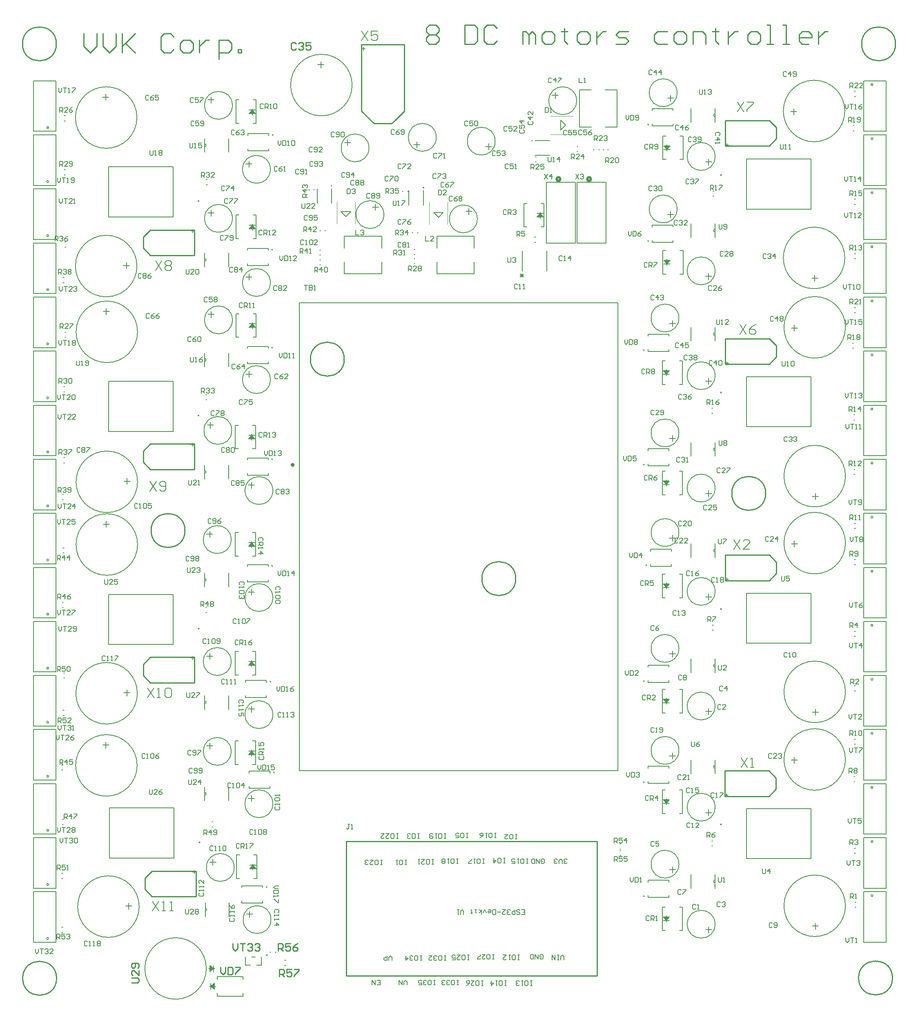
<source format=gto>
G04 Layer_Color=65535*
%FSLAX44Y44*%
%MOMM*%
G71*
G01*
G75*
%ADD33C,0.4000*%
%ADD34C,0.2000*%
%ADD53C,0.1524*%
%ADD54C,0.2540*%
%ADD55C,0.5080*%
%ADD56C,0.2032*%
%ADD57C,0.1016*%
%ADD58C,0.1270*%
%ADD59C,0.1500*%
%ADD60C,0.1520*%
D33*
X571030Y1108170D02*
G03*
X571030Y1108170I-2000J0D01*
G01*
D34*
X515980Y233680D02*
G03*
X515980Y233680I-1000J0D01*
G01*
X531220Y471170D02*
G03*
X531220Y471170I-1000J0D01*
G01*
X523600Y659130D02*
G03*
X523600Y659130I-1000J0D01*
G01*
X527410Y899160D02*
G03*
X527410Y899160I-1000J0D01*
G01*
Y1120140D02*
G03*
X527410Y1120140I-1000J0D01*
G01*
Y1351280D02*
G03*
X527410Y1351280I-1000J0D01*
G01*
Y1554480D02*
G03*
X527410Y1554480I-1000J0D01*
G01*
X528680Y1791970D02*
G03*
X528680Y1791970I-1000J0D01*
G01*
X650860Y1686690D02*
G03*
X650860Y1686690I-1000J0D01*
G01*
X841230Y1682770D02*
G03*
X841230Y1682770I-1000J0D01*
G01*
X1066510Y1780030D02*
G03*
X1066510Y1780030I-1000J0D01*
G01*
X1298310Y214630D02*
G03*
X1298310Y214630I-1000J0D01*
G01*
Y450850D02*
G03*
X1298310Y450850I-1000J0D01*
G01*
Y660400D02*
G03*
X1298310Y660400I-1000J0D01*
G01*
X1303390Y900430D02*
G03*
X1303390Y900430I-1000J0D01*
G01*
X1298310Y1108710D02*
G03*
X1298310Y1108710I-1000J0D01*
G01*
Y1346200D02*
G03*
X1298310Y1346200I-1000J0D01*
G01*
X1307200Y1572260D02*
G03*
X1307200Y1572260I-1000J0D01*
G01*
Y1813560D02*
G03*
X1307200Y1813560I-1000J0D01*
G01*
D53*
X247504Y1073150D02*
G03*
X247504Y1073150I-63754J0D01*
G01*
X692404Y1895240D02*
G03*
X692404Y1895240I-63754J0D01*
G01*
X441579Y700786D02*
G03*
X441579Y700786I-28829J0D01*
G01*
X375412Y1210360D02*
G03*
X375412Y1210360I-1270J0D01*
G01*
X951865Y1617980D02*
G03*
X951865Y1617980I-28829J0D01*
G01*
X444119Y1408684D02*
G03*
X444119Y1408684I-28829J0D01*
G01*
X1157859Y1862836D02*
G03*
X1157859Y1862836I-28829J0D01*
G01*
X1713884Y1841500D02*
G03*
X1713884Y1841500I-63754J0D01*
G01*
X1369949Y1412494D02*
G03*
X1369949Y1412494I-28829J0D01*
G01*
X1366139Y1879346D02*
G03*
X1366139Y1879346I-28829J0D01*
G01*
X1715154Y1084980D02*
G03*
X1715154Y1084980I-63754J0D01*
G01*
X1369949Y1174496D02*
G03*
X1369949Y1174496I-28829J0D01*
G01*
X1366139Y1638554D02*
G03*
X1366139Y1638554I-28829J0D01*
G01*
X1369949Y516636D02*
G03*
X1369949Y516636I-28829J0D01*
G01*
X1444752Y485648D02*
G03*
X1444752Y479552I0J-3048D01*
G01*
X1715154Y637940D02*
G03*
X1715154Y637940I-63754J0D01*
G01*
X1369949Y280924D02*
G03*
X1369949Y280924I-28829J0D01*
G01*
Y727964D02*
G03*
X1369949Y727964I-28829J0D01*
G01*
X63246Y127000D02*
G03*
X63246Y127000I-2032J0D01*
G01*
Y239014D02*
G03*
X63246Y239014I-2032J0D01*
G01*
Y351028D02*
G03*
X63246Y351028I-2032J0D01*
G01*
Y463042D02*
G03*
X63246Y463042I-2032J0D01*
G01*
Y575056D02*
G03*
X63246Y575056I-2032J0D01*
G01*
Y687070D02*
G03*
X63246Y687070I-2032J0D01*
G01*
Y799084D02*
G03*
X63246Y799084I-2032J0D01*
G01*
Y911098D02*
G03*
X63246Y911098I-2032J0D01*
G01*
Y1023112D02*
G03*
X63246Y1023112I-2032J0D01*
G01*
Y1135126D02*
G03*
X63246Y1135126I-2032J0D01*
G01*
Y1247140D02*
G03*
X63246Y1247140I-2032J0D01*
G01*
Y1359154D02*
G03*
X63246Y1359154I-2032J0D01*
G01*
Y1471168D02*
G03*
X63246Y1471168I-2032J0D01*
G01*
Y1583182D02*
G03*
X63246Y1583182I-2032J0D01*
G01*
Y1695196D02*
G03*
X63246Y1695196I-2032J0D01*
G01*
Y1807210D02*
G03*
X63246Y1807210I-2032J0D01*
G01*
X1772158Y1896110D02*
G03*
X1772158Y1896110I-2032J0D01*
G01*
Y1784096D02*
G03*
X1772158Y1784096I-2032J0D01*
G01*
Y1672082D02*
G03*
X1772158Y1672082I-2032J0D01*
G01*
Y1560068D02*
G03*
X1772158Y1560068I-2032J0D01*
G01*
Y1448054D02*
G03*
X1772158Y1448054I-2032J0D01*
G01*
Y1336040D02*
G03*
X1772158Y1336040I-2032J0D01*
G01*
Y1224026D02*
G03*
X1772158Y1224026I-2032J0D01*
G01*
Y1112012D02*
G03*
X1772158Y1112012I-2032J0D01*
G01*
Y999998D02*
G03*
X1772158Y999998I-2032J0D01*
G01*
Y887984D02*
G03*
X1772158Y887984I-2032J0D01*
G01*
Y775970D02*
G03*
X1772158Y775970I-2032J0D01*
G01*
Y663956D02*
G03*
X1772158Y663956I-2032J0D01*
G01*
Y551942D02*
G03*
X1772158Y551942I-2032J0D01*
G01*
Y439928D02*
G03*
X1772158Y439928I-2032J0D01*
G01*
Y327914D02*
G03*
X1772158Y327914I-2032J0D01*
G01*
Y215900D02*
G03*
X1772158Y215900I-2032J0D01*
G01*
X447929Y274066D02*
G03*
X447929Y274066I-28829J0D01*
G01*
X390044Y64770D02*
G03*
X390044Y64770I-63754J0D01*
G01*
X516763Y92583D02*
G03*
X516763Y92583I-1270J0D01*
G01*
X524129Y166116D02*
G03*
X524129Y166116I-28829J0D01*
G01*
X387858Y183642D02*
G03*
X387858Y189738I0J3048D01*
G01*
X250844Y193040D02*
G03*
X250844Y193040I-63754J0D01*
G01*
X377190Y326440D02*
G03*
X377190Y326440I-1270J0D01*
G01*
X246634Y485540D02*
G03*
X246634Y485540I-63754J0D01*
G01*
X247034Y635000D02*
G03*
X247034Y635000I-63754J0D01*
G01*
X527939Y406146D02*
G03*
X527939Y406146I-28829J0D01*
G01*
X386588Y423672D02*
G03*
X386588Y429768I0J3048D01*
G01*
X441579Y514604D02*
G03*
X441579Y514604I-28829J0D01*
G01*
X527939Y590804D02*
G03*
X527939Y590804I-28829J0D01*
G01*
X386588Y612902D02*
G03*
X386588Y618998I0J3048D01*
G01*
X527939Y833374D02*
G03*
X527939Y833374I-28829J0D01*
G01*
X386588Y866902D02*
G03*
X386588Y872998I0J3048D01*
G01*
X441579Y953516D02*
G03*
X441579Y953516I-28829J0D01*
G01*
X375412Y768870D02*
G03*
X375412Y768870I-1270J0D01*
G01*
X247504Y943210D02*
G03*
X247504Y943210I-63754J0D01*
G01*
X527939Y1055116D02*
G03*
X527939Y1055116I-28829J0D01*
G01*
X386588Y1090422D02*
G03*
X386588Y1096518I0J3048D01*
G01*
X442849Y1179576D02*
G03*
X442849Y1179576I-28829J0D01*
G01*
X522859Y1284986D02*
G03*
X522859Y1284986I-28829J0D01*
G01*
X386588Y1322832D02*
G03*
X386588Y1328928I0J3048D01*
G01*
X247504Y1383900D02*
G03*
X247504Y1383900I-63754J0D01*
G01*
X246234Y1520190D02*
G03*
X246234Y1520190I-63754J0D01*
G01*
X522859Y1486154D02*
G03*
X522859Y1486154I-28829J0D01*
G01*
X386588Y1529842D02*
G03*
X386588Y1535938I0J3048D01*
G01*
X444119Y1618996D02*
G03*
X444119Y1618996I-28829J0D01*
G01*
X522859Y1720596D02*
G03*
X522859Y1720596I-28829J0D01*
G01*
X375412Y1654860D02*
G03*
X375412Y1654860I-1270J0D01*
G01*
X386588Y1767332D02*
G03*
X386588Y1773428I0J3048D01*
G01*
X444119Y1853184D02*
G03*
X444119Y1853184I-28829J0D01*
G01*
X246234Y1827930D02*
G03*
X246234Y1827930I-63754J0D01*
G01*
X758193Y1626870D02*
G03*
X758193Y1626870I-28829J0D01*
G01*
X727329Y1765046D02*
G03*
X727329Y1765046I-28829J0D01*
G01*
X866775Y1786890D02*
G03*
X866775Y1786890I-28829J0D01*
G01*
X988949Y1779016D02*
G03*
X988949Y1779016I-28829J0D01*
G01*
X1715154Y194710D02*
G03*
X1715154Y194710I-63754J0D01*
G01*
X1458468Y363170D02*
G03*
X1458468Y363170I-1270J0D01*
G01*
X1444752Y248158D02*
G03*
X1444752Y242062I0J-3048D01*
G01*
X1444879Y156464D02*
G03*
X1444879Y156464I-28829J0D01*
G01*
Y399034D02*
G03*
X1444879Y399034I-28829J0D01*
G01*
X1715154Y497840D02*
G03*
X1715154Y497840I-63754J0D01*
G01*
X1444879Y608584D02*
G03*
X1444879Y608584I-28829J0D01*
G01*
X1444752Y695198D02*
G03*
X1444752Y689102I0J-3048D01*
G01*
X1444879Y846074D02*
G03*
X1444879Y846074I-28829J0D01*
G01*
X1458468Y809410D02*
G03*
X1458468Y809410I-1270J0D01*
G01*
X1444752Y933958D02*
G03*
X1444752Y927862I0J-3048D01*
G01*
X1369949Y967994D02*
G03*
X1369949Y967994I-28829J0D01*
G01*
X1715154Y946150D02*
G03*
X1715154Y946150I-63754J0D01*
G01*
X1444879Y1060196D02*
G03*
X1444879Y1060196I-28829J0D01*
G01*
X1444752Y1143508D02*
G03*
X1444752Y1137412I0J-3048D01*
G01*
X1458468Y1258050D02*
G03*
X1458468Y1258050I-1270J0D01*
G01*
X1444879Y1293114D02*
G03*
X1444879Y1293114I-28829J0D01*
G01*
X1444752Y1382268D02*
G03*
X1444752Y1376172I0J-3048D01*
G01*
X1444879Y1510284D02*
G03*
X1444879Y1510284I-28829J0D01*
G01*
X1444752Y1596898D02*
G03*
X1444752Y1590802I0J-3048D01*
G01*
X1713884Y1537100D02*
G03*
X1713884Y1537100I-63754J0D01*
G01*
X1715154Y1393190D02*
G03*
X1715154Y1393190I-63754J0D01*
G01*
X1444879Y1747266D02*
G03*
X1444879Y1747266I-28829J0D01*
G01*
X1458468Y1708900D02*
G03*
X1458468Y1708900I-1270J0D01*
G01*
X1444752Y1835658D02*
G03*
X1444752Y1829562I0J-3048D01*
G01*
X219564Y1074420D02*
X232264D01*
X225914Y1068070D02*
Y1080770D01*
X1247486Y308800D02*
X1249334D01*
X1247486Y298260D02*
X1249334D01*
X1247486Y322770D02*
X1249334D01*
X1247486Y312230D02*
X1249334D01*
X621030Y1937404D02*
X633730D01*
X627380Y1931054D02*
Y1943754D01*
X90515Y261810D02*
X92365D01*
X90515Y251270D02*
X92365D01*
X450088Y721487D02*
X456540D01*
X485800D02*
X492252D01*
Y672973D02*
Y721487D01*
X450088Y672973D02*
X456540D01*
X450088D02*
Y721487D01*
X477520Y693166D02*
X490220D01*
X482600D02*
X483870Y700786D01*
X481330Y693166D02*
X483870Y700786D01*
X480060Y693166D02*
X483870Y700786D01*
X478790Y693166D02*
X483870Y700786D01*
X477520Y693166D02*
X483870Y700786D01*
X485140Y693166D01*
X483870Y700786D02*
X486410Y693166D01*
X483870Y700786D02*
X487680Y693166D01*
X483870Y700786D02*
X488950Y693166D01*
X483870Y700786D02*
X490220Y693166D01*
X477520Y700786D02*
X490220D01*
X483870Y690626D02*
Y703326D01*
X485800Y672973D02*
X492252D01*
X452628Y299847D02*
X459080D01*
X488340D02*
X494792D01*
Y251333D02*
Y299847D01*
X452628Y251333D02*
X459080D01*
X452628D02*
Y299847D01*
X480060Y271526D02*
X492760D01*
X485140D02*
X486410Y279146D01*
X483870Y271526D02*
X486410Y279146D01*
X482600Y271526D02*
X486410Y279146D01*
X481330Y271526D02*
X486410Y279146D01*
X480060Y271526D02*
X486410Y279146D01*
X487680Y271526D01*
X486410Y279146D02*
X488950Y271526D01*
X486410Y279146D02*
X490220Y271526D01*
X486410Y279146D02*
X491490Y271526D01*
X486410Y279146D02*
X492760Y271526D01*
X480060Y279146D02*
X492760D01*
X486410Y268986D02*
Y281686D01*
X488340Y251333D02*
X494792D01*
X390900Y712090D02*
X403600D01*
X397250Y705740D02*
Y718440D01*
X91785Y823150D02*
X93635D01*
X91785Y812610D02*
X93635D01*
X93055Y1496250D02*
X94904D01*
X93055Y1485710D02*
X94904D01*
X94326Y1122870D02*
X96174D01*
X94326Y1112330D02*
X96174D01*
X321183Y1177544D02*
Y1281176D01*
X187579D02*
X321183D01*
X187579Y1177544D02*
Y1281176D01*
Y1177544D02*
X321183D01*
X934340Y1627130D02*
Y1639830D01*
X927990Y1633480D02*
X940690D01*
X95596Y1719770D02*
X97444D01*
X95596Y1709230D02*
X97444D01*
X94326Y1270190D02*
X96174D01*
X94326Y1259650D02*
X96174D01*
X95596Y1831530D02*
X97444D01*
X95596Y1820990D02*
X97444D01*
X96866Y1383220D02*
X98715D01*
X96866Y1372680D02*
X98715D01*
X393440Y1419988D02*
X406140D01*
X399790Y1413638D02*
Y1426338D01*
X1193610Y1760565D02*
Y1762415D01*
X1204150Y1760565D02*
Y1762415D01*
X1733896Y1423480D02*
X1735744D01*
X1733896Y1434020D02*
X1735744D01*
X1733896Y1871790D02*
X1735744D01*
X1733896Y1882330D02*
X1735744D01*
X1107180Y1874140D02*
X1119880D01*
X1113530Y1867790D02*
Y1880490D01*
X1601616Y1840230D02*
X1614316D01*
X1607966Y1833880D02*
Y1846580D01*
X1350270Y1401190D02*
X1362970D01*
X1356620Y1394840D02*
Y1407540D01*
X1346460Y1868042D02*
X1359160D01*
X1352810Y1861692D02*
Y1874392D01*
X1730085Y1349820D02*
X1731935D01*
X1730085Y1360360D02*
X1731935D01*
X1731198Y1800670D02*
X1733047D01*
X1731198Y1811210D02*
X1733047D01*
X1163955Y1885315D02*
X1188314D01*
X1217066D02*
X1241425D01*
Y1807845D02*
Y1885315D01*
X1163955Y1807845D02*
X1188314D01*
X1163955D02*
Y1885315D01*
X1217066Y1807845D02*
X1241425D01*
X1437986Y1215200D02*
X1439834D01*
X1437986Y1225740D02*
X1439834D01*
X1732625Y1201230D02*
X1734474D01*
X1732625Y1211770D02*
X1734474D01*
X1733896Y1648270D02*
X1735744D01*
X1733896Y1658810D02*
X1735744D01*
X1652670Y1036466D02*
Y1049166D01*
X1646320Y1042816D02*
X1659020D01*
X1350270Y1163192D02*
X1362970D01*
X1356620Y1156842D02*
Y1169542D01*
X1346460Y1627250D02*
X1359160D01*
X1352810Y1620900D02*
Y1633600D01*
X1732625Y1088200D02*
X1734474D01*
X1732625Y1098740D02*
X1734474D01*
X1733896Y1535240D02*
X1735744D01*
X1733896Y1545780D02*
X1735744D01*
X1733896Y529400D02*
X1735744D01*
X1733896Y539940D02*
X1735744D01*
X1733896Y976440D02*
X1735744D01*
X1733896Y986980D02*
X1735744D01*
X1350270Y505332D02*
X1362970D01*
X1356620Y498982D02*
Y511682D01*
X1732625Y451930D02*
X1734474D01*
X1732625Y462470D02*
X1734474D01*
X1733896Y901510D02*
X1735744D01*
X1733896Y912050D02*
X1735744D01*
X1394968Y468376D02*
Y496824D01*
X1444752Y468376D02*
Y479552D01*
Y485648D01*
Y496824D01*
X1437986Y318580D02*
X1439834D01*
X1437986Y329120D02*
X1439834D01*
X1439256Y765620D02*
X1441104D01*
X1439256Y776160D02*
X1441104D01*
X1733896Y303340D02*
X1735744D01*
X1733896Y313880D02*
X1735744D01*
X1733896Y752920D02*
X1735744D01*
X1733896Y763460D02*
X1735744D01*
X1652670Y589426D02*
Y602126D01*
X1646320Y595776D02*
X1659020D01*
X1350270Y269620D02*
X1362970D01*
X1356620Y263270D02*
Y275970D01*
X1350270Y716660D02*
X1362970D01*
X1356620Y710310D02*
Y723010D01*
X1735166Y191580D02*
X1737014D01*
X1735166Y202120D02*
X1737014D01*
X77978Y119126D02*
Y223774D01*
X31496D02*
X77978D01*
X31496Y119126D02*
Y223774D01*
Y119126D02*
X77978D01*
Y231140D02*
Y335788D01*
X31496D02*
X77978D01*
X31496Y231140D02*
Y335788D01*
Y231140D02*
X77978D01*
Y343154D02*
Y447802D01*
X31496D02*
X77978D01*
X31496Y343154D02*
Y447802D01*
Y343154D02*
X77978D01*
Y455168D02*
Y559816D01*
X31496D02*
X77978D01*
X31496Y455168D02*
Y559816D01*
Y455168D02*
X77978D01*
Y567182D02*
Y671830D01*
X31496D02*
X77978D01*
X31496Y567182D02*
Y671830D01*
Y567182D02*
X77978D01*
Y679196D02*
Y783844D01*
X31496D02*
X77978D01*
X31496Y679196D02*
Y783844D01*
Y679196D02*
X77978D01*
Y791210D02*
Y895858D01*
X31496D02*
X77978D01*
X31496Y791210D02*
Y895858D01*
Y791210D02*
X77978D01*
Y903224D02*
Y1007872D01*
X31496D02*
X77978D01*
X31496Y903224D02*
Y1007872D01*
Y903224D02*
X77978D01*
Y1015238D02*
Y1119886D01*
X31496D02*
X77978D01*
X31496Y1015238D02*
Y1119886D01*
Y1015238D02*
X77978D01*
Y1127252D02*
Y1231900D01*
X31496D02*
X77978D01*
X31496Y1127252D02*
Y1231900D01*
Y1127252D02*
X77978D01*
Y1239266D02*
Y1343914D01*
X31496D02*
X77978D01*
X31496Y1239266D02*
Y1343914D01*
Y1239266D02*
X77978D01*
Y1351280D02*
Y1455928D01*
X31496D02*
X77978D01*
X31496Y1351280D02*
Y1455928D01*
Y1351280D02*
X77978D01*
Y1463294D02*
Y1567942D01*
X31496D02*
X77978D01*
X31496Y1463294D02*
Y1567942D01*
Y1463294D02*
X77978D01*
Y1575308D02*
Y1679956D01*
X31496D02*
X77978D01*
X31496Y1575308D02*
Y1679956D01*
Y1575308D02*
X77978D01*
Y1687322D02*
Y1791970D01*
X31496D02*
X77978D01*
X31496Y1687322D02*
Y1791970D01*
Y1687322D02*
X77978D01*
Y1799336D02*
Y1903984D01*
X31496D02*
X77978D01*
X31496Y1799336D02*
Y1903984D01*
Y1799336D02*
X77978D01*
X1753362D02*
Y1903984D01*
Y1799336D02*
X1799844D01*
Y1903984D01*
X1753362D02*
X1799844D01*
X1753362Y1687322D02*
Y1791970D01*
Y1687322D02*
X1799844D01*
Y1791970D01*
X1753362D02*
X1799844D01*
X1753362Y1575308D02*
Y1679956D01*
Y1575308D02*
X1799844D01*
Y1679956D01*
X1753362D02*
X1799844D01*
X1753362Y1463294D02*
Y1567942D01*
Y1463294D02*
X1799844D01*
Y1567942D01*
X1753362D02*
X1799844D01*
X1753362Y1351280D02*
Y1455928D01*
Y1351280D02*
X1799844D01*
Y1455928D01*
X1753362D02*
X1799844D01*
X1753362Y1239266D02*
Y1343914D01*
Y1239266D02*
X1799844D01*
Y1343914D01*
X1753362D02*
X1799844D01*
X1753362Y1127252D02*
Y1231900D01*
Y1127252D02*
X1799844D01*
Y1231900D01*
X1753362D02*
X1799844D01*
X1753362Y1015238D02*
Y1119886D01*
Y1015238D02*
X1799844D01*
Y1119886D01*
X1753362D02*
X1799844D01*
X1753362Y903224D02*
Y1007872D01*
Y903224D02*
X1799844D01*
Y1007872D01*
X1753362D02*
X1799844D01*
X1753362Y791210D02*
Y895858D01*
Y791210D02*
X1799844D01*
Y895858D01*
X1753362D02*
X1799844D01*
X1753362Y679196D02*
Y783844D01*
Y679196D02*
X1799844D01*
Y783844D01*
X1753362D02*
X1799844D01*
X1753362Y567182D02*
Y671830D01*
Y567182D02*
X1799844D01*
Y671830D01*
X1753362D02*
X1799844D01*
X1753362Y455168D02*
Y559816D01*
Y455168D02*
X1799844D01*
Y559816D01*
X1753362D02*
X1799844D01*
X1753362Y343154D02*
Y447802D01*
Y343154D02*
X1799844D01*
Y447802D01*
X1753362D02*
X1799844D01*
X1753362Y231140D02*
Y335788D01*
Y231140D02*
X1799844D01*
Y335788D01*
X1753362D02*
X1799844D01*
X1753362Y119126D02*
Y223774D01*
Y119126D02*
X1799844D01*
Y223774D01*
X1753362D02*
X1799844D01*
X90515Y150050D02*
X92365D01*
X90515Y139510D02*
X92365D01*
X397250Y285370D02*
X409950D01*
X403600Y279020D02*
Y291720D01*
X395024Y64770D02*
X407724D01*
X405184Y58420D02*
Y71120D01*
X397564Y58420D02*
X405184Y64770D01*
X397564Y59690D02*
X405184Y64770D01*
X397564Y60960D02*
X405184Y64770D01*
X397564Y62230D02*
X405184Y64770D01*
X397564Y63500D02*
X405184Y64770D01*
X397564Y71120D02*
X405184Y64770D01*
X397564Y69850D02*
X405184Y64770D01*
X397564Y68580D02*
X405184Y64770D01*
X397564Y67310D02*
X405184Y64770D01*
X397564Y66040D02*
X405184Y64770D01*
X397564Y58420D02*
Y71120D01*
X552795Y81470D02*
X554645D01*
X552795Y70930D02*
X554645D01*
X413131Y7620D02*
Y13818D01*
Y42062D02*
Y48260D01*
X465709D01*
Y7620D02*
Y13818D01*
X413131Y7620D02*
X465709D01*
X406781Y21590D02*
Y34290D01*
X399161Y27940D02*
X406781Y26670D01*
X399161Y27940D02*
X406781Y25400D01*
X399161Y27940D02*
X406781Y24130D01*
X399161Y27940D02*
X406781Y22860D01*
X399161Y27940D02*
X406781Y21590D01*
X399161Y27940D02*
X406781Y29210D01*
X399161Y27940D02*
X406781Y30480D01*
X399161Y27940D02*
X406781Y31750D01*
X399161Y27940D02*
X406781Y33020D01*
X399161Y27940D02*
X406781Y34290D01*
X399161Y21590D02*
Y34290D01*
X396621Y27940D02*
X409321D01*
X465709Y42062D02*
Y48260D01*
X523050Y98135D02*
Y99985D01*
X533590Y98135D02*
Y99985D01*
X484149Y88392D02*
X491211D01*
X471297Y71628D02*
Y88392D01*
Y71628D02*
X481686D01*
X504063D02*
Y88392D01*
X493674Y71628D02*
X504063D01*
X473450Y177420D02*
X486150D01*
X479800Y171070D02*
Y183770D01*
X437642Y172466D02*
Y200914D01*
X387858Y189738D02*
Y200914D01*
Y183642D02*
Y189738D01*
Y172466D02*
Y183642D01*
X222904Y194310D02*
X235604D01*
X229254Y187960D02*
Y200660D01*
X91785Y373570D02*
X93635D01*
X91785Y363030D02*
X93635D01*
X322961Y293624D02*
Y397256D01*
X189357D02*
X322961D01*
X189357Y293624D02*
Y397256D01*
Y293624D02*
X322961D01*
X181610Y521354D02*
Y534054D01*
X175260Y527704D02*
X187960D01*
X93055Y599630D02*
X94904D01*
X93055Y589090D02*
X94904D01*
X90515Y486600D02*
X92365D01*
X90515Y476060D02*
X92365D01*
X219094Y636270D02*
X231794D01*
X225444Y629920D02*
Y642620D01*
X94326Y677100D02*
X96174D01*
X94326Y666560D02*
X96174D01*
X401665Y368490D02*
X403515D01*
X401665Y357950D02*
X403515D01*
X477260Y417450D02*
X489960D01*
X483610Y411100D02*
Y423800D01*
X436372Y412496D02*
Y440944D01*
X386588Y429768D02*
Y440944D01*
Y423672D02*
Y429768D01*
Y412496D02*
Y423672D01*
X390900Y525908D02*
X403600D01*
X397250Y519558D02*
Y532258D01*
X450088Y536067D02*
X456540D01*
X485800D02*
X492252D01*
Y487553D02*
Y536067D01*
X450088Y487553D02*
X456540D01*
X450088D02*
Y536067D01*
X477520Y507746D02*
X490220D01*
X482600D02*
X483870Y515366D01*
X481330Y507746D02*
X483870Y515366D01*
X480060Y507746D02*
X483870Y515366D01*
X478790Y507746D02*
X483870Y515366D01*
X477520Y507746D02*
X483870Y515366D01*
X485140Y507746D01*
X483870Y515366D02*
X486410Y507746D01*
X483870Y515366D02*
X487680Y507746D01*
X483870Y515366D02*
X488950Y507746D01*
X483870Y515366D02*
X490220Y507746D01*
X477520Y515366D02*
X490220D01*
X483870Y505206D02*
Y517906D01*
X485800Y487553D02*
X492252D01*
X477260Y602108D02*
X489960D01*
X483610Y595758D02*
Y608458D01*
X436372Y601726D02*
Y630174D01*
X386588Y618998D02*
Y630174D01*
Y612902D02*
Y618998D01*
Y601726D02*
Y612902D01*
X388965Y812990D02*
X390815D01*
X388965Y802450D02*
X390815D01*
X477260Y844678D02*
X489960D01*
X483610Y838328D02*
Y851028D01*
X450088Y967867D02*
X456540D01*
X485800D02*
X492252D01*
Y919353D02*
Y967867D01*
X450088Y919353D02*
X456540D01*
X450088D02*
Y967867D01*
X477520Y939546D02*
X490220D01*
X482600D02*
X483870Y947166D01*
X481330Y939546D02*
X483870Y947166D01*
X480060Y939546D02*
X483870Y947166D01*
X478790Y939546D02*
X483870Y947166D01*
X477520Y939546D02*
X483870Y947166D01*
X485140Y939546D01*
X483870Y947166D02*
X486410Y939546D01*
X483870Y947166D02*
X487680Y939546D01*
X483870Y947166D02*
X488950Y939546D01*
X483870Y947166D02*
X490220Y939546D01*
X477520Y947166D02*
X490220D01*
X483870Y937006D02*
Y949706D01*
X485800Y919353D02*
X492252D01*
X436372Y855726D02*
Y884174D01*
X386588Y872998D02*
Y884174D01*
Y866902D02*
Y872998D01*
Y855726D02*
Y866902D01*
X390900Y964820D02*
X403600D01*
X397250Y958470D02*
Y971170D01*
X93055Y936180D02*
X94904D01*
X93055Y925640D02*
X94904D01*
X321183Y736054D02*
Y839686D01*
X187579D02*
X321183D01*
X187579Y736054D02*
Y839686D01*
Y736054D02*
X321183D01*
X182480Y979024D02*
Y991724D01*
X176130Y985374D02*
X188830D01*
X91785Y1046670D02*
X93635D01*
X91785Y1036130D02*
X93635D01*
X477260Y1066420D02*
X489960D01*
X483610Y1060070D02*
Y1072770D01*
X436372Y1079246D02*
Y1107694D01*
X386588Y1096518D02*
Y1107694D01*
Y1090422D02*
Y1096518D01*
Y1079246D02*
Y1090422D01*
X450088Y1190117D02*
X456540D01*
X485800D02*
X492252D01*
Y1141603D02*
Y1190117D01*
X450088Y1141603D02*
X456540D01*
X450088D02*
Y1190117D01*
X477520Y1161796D02*
X490220D01*
X482600D02*
X483870Y1169416D01*
X481330Y1161796D02*
X483870Y1169416D01*
X480060Y1161796D02*
X483870Y1169416D01*
X478790Y1161796D02*
X483870Y1169416D01*
X477520Y1161796D02*
X483870Y1169416D01*
X485140Y1161796D01*
X483870Y1169416D02*
X486410Y1161796D01*
X483870Y1169416D02*
X487680Y1161796D01*
X483870Y1169416D02*
X488950Y1161796D01*
X483870Y1169416D02*
X490220Y1161796D01*
X477520Y1169416D02*
X490220D01*
X483870Y1159256D02*
Y1171956D01*
X485800Y1141603D02*
X492252D01*
X392170Y1190880D02*
X404870D01*
X398520Y1184530D02*
Y1197230D01*
X388965Y1253680D02*
X390815D01*
X388965Y1243140D02*
X390815D01*
X472180Y1296290D02*
X484880D01*
X478530Y1289940D02*
Y1302640D01*
X451358Y1421257D02*
X457810D01*
X487070D02*
X493522D01*
Y1372743D02*
Y1421257D01*
X451358Y1372743D02*
X457810D01*
X451358D02*
Y1421257D01*
X478790Y1392936D02*
X491490D01*
X483870D02*
X485140Y1400556D01*
X482600Y1392936D02*
X485140Y1400556D01*
X481330Y1392936D02*
X485140Y1400556D01*
X480060Y1392936D02*
X485140Y1400556D01*
X478790Y1392936D02*
X485140Y1400556D01*
X486410Y1392936D01*
X485140Y1400556D02*
X487680Y1392936D01*
X485140Y1400556D02*
X488950Y1392936D01*
X485140Y1400556D02*
X490220Y1392936D01*
X485140Y1400556D02*
X491490Y1392936D01*
X478790Y1400556D02*
X491490D01*
X485140Y1390396D02*
Y1403096D01*
X487070Y1372743D02*
X493522D01*
X436372Y1311656D02*
Y1340104D01*
X386588Y1328928D02*
Y1340104D01*
Y1322832D02*
Y1328928D01*
Y1311656D02*
Y1322832D01*
X182480Y1419714D02*
Y1432414D01*
X176130Y1426064D02*
X188830D01*
X96866Y1569910D02*
X98715D01*
X96866Y1559370D02*
X98715D01*
X218294Y1521460D02*
X230994D01*
X224644Y1515110D02*
Y1527810D01*
X472180Y1497458D02*
X484880D01*
X478530Y1491108D02*
Y1503808D01*
X436372Y1518666D02*
Y1547114D01*
X386588Y1535938D02*
Y1547114D01*
Y1529842D02*
Y1535938D01*
Y1518666D02*
Y1529842D01*
X451358Y1625727D02*
X457810D01*
X487070D02*
X493522D01*
Y1577213D02*
Y1625727D01*
X451358Y1577213D02*
X457810D01*
X451358D02*
Y1625727D01*
X478790Y1597406D02*
X491490D01*
X483870D02*
X485140Y1605026D01*
X482600Y1597406D02*
X485140Y1605026D01*
X481330Y1597406D02*
X485140Y1605026D01*
X480060Y1597406D02*
X485140Y1605026D01*
X478790Y1597406D02*
X485140Y1605026D01*
X486410Y1597406D01*
X485140Y1605026D02*
X487680Y1597406D01*
X485140Y1605026D02*
X488950Y1597406D01*
X485140Y1605026D02*
X490220Y1597406D01*
X485140Y1605026D02*
X491490Y1597406D01*
X478790Y1605026D02*
X491490D01*
X485140Y1594866D02*
Y1607566D01*
X487070Y1577213D02*
X493522D01*
X393440Y1630300D02*
X406140D01*
X399790Y1623950D02*
Y1636650D01*
X390235Y1699450D02*
X392085D01*
X390235Y1688910D02*
X392085D01*
X472180Y1731900D02*
X484880D01*
X478530Y1725550D02*
Y1738250D01*
X321183Y1622044D02*
Y1725676D01*
X187579D02*
X321183D01*
X187579Y1622044D02*
Y1725676D01*
Y1622044D02*
X321183D01*
X451358Y1864487D02*
X457810D01*
X487070D02*
X493522D01*
Y1815973D02*
Y1864487D01*
X451358Y1815973D02*
X457810D01*
X451358D02*
Y1864487D01*
X478790Y1836166D02*
X491490D01*
X483870D02*
X485140Y1843786D01*
X482600Y1836166D02*
X485140Y1843786D01*
X481330Y1836166D02*
X485140Y1843786D01*
X480060Y1836166D02*
X485140Y1843786D01*
X478790Y1836166D02*
X485140Y1843786D01*
X486410Y1836166D01*
X485140Y1843786D02*
X487680Y1836166D01*
X485140Y1843786D02*
X488950Y1836166D01*
X485140Y1843786D02*
X490220Y1836166D01*
X485140Y1843786D02*
X491490Y1836166D01*
X478790Y1843786D02*
X491490D01*
X485140Y1833626D02*
Y1846326D01*
X487070Y1815973D02*
X493522D01*
X436372Y1756156D02*
Y1784604D01*
X386588Y1773428D02*
Y1784604D01*
Y1767332D02*
Y1773428D01*
Y1756156D02*
Y1767332D01*
X393440Y1864488D02*
X406140D01*
X399790Y1858138D02*
Y1870838D01*
X181210Y1863744D02*
Y1876444D01*
X174860Y1870094D02*
X187560D01*
X625316Y1522540D02*
X627164D01*
X625316Y1533080D02*
X627164D01*
X625316Y1553400D02*
X627164D01*
X625316Y1542860D02*
X627164D01*
X636590Y1592926D02*
Y1594774D01*
X626050Y1592926D02*
Y1594774D01*
X753875Y1557426D02*
Y1581785D01*
Y1504315D02*
Y1528674D01*
X676405Y1504315D02*
X753875D01*
X676405Y1557426D02*
Y1581785D01*
X753875D01*
X676405Y1504315D02*
Y1528674D01*
X740668Y1636020D02*
Y1648720D01*
X734318Y1642370D02*
X747018D01*
X613730Y1678015D02*
Y1679865D01*
X603190Y1678015D02*
Y1679865D01*
X676650Y1776350D02*
X689350D01*
X683000Y1770000D02*
Y1782700D01*
X820766Y1525080D02*
X822615D01*
X820766Y1535620D02*
X822615D01*
X820766Y1554670D02*
X822615D01*
X820766Y1544130D02*
X822615D01*
X828230Y1589115D02*
Y1590965D01*
X817690Y1589115D02*
Y1590965D01*
X945515Y1557426D02*
Y1581785D01*
Y1504315D02*
Y1528674D01*
X868045Y1504315D02*
X945515D01*
X868045Y1557426D02*
Y1581785D01*
X945515D01*
X868045Y1504315D02*
Y1528674D01*
X807910Y1674205D02*
Y1676055D01*
X797370Y1674205D02*
Y1676055D01*
X826642Y1765040D02*
Y1777740D01*
X820292Y1771390D02*
X832992D01*
X969270Y1767712D02*
X981970D01*
X975620Y1761362D02*
Y1774062D01*
X1072225Y1746440D02*
X1074074D01*
X1072225Y1735900D02*
X1074074D01*
X1158586Y1768030D02*
X1160434D01*
X1158586Y1757490D02*
X1160434D01*
X1223200Y1760565D02*
Y1762415D01*
X1212660Y1760565D02*
Y1762415D01*
X1096391Y1510030D02*
Y1551686D01*
X1044829Y1510030D02*
Y1551686D01*
X1048258Y1649857D02*
X1054710D01*
X1083970D02*
X1090422D01*
Y1601343D02*
Y1649857D01*
X1048258Y1601343D02*
X1054710D01*
X1048258D02*
Y1649857D01*
X1075690Y1621536D02*
X1088390D01*
X1080770D02*
X1082040Y1629156D01*
X1079500Y1621536D02*
X1082040Y1629156D01*
X1078230Y1621536D02*
X1082040Y1629156D01*
X1076960Y1621536D02*
X1082040Y1629156D01*
X1075690Y1621536D02*
X1082040Y1629156D01*
X1083310Y1621536D01*
X1082040Y1629156D02*
X1084580Y1621536D01*
X1082040Y1629156D02*
X1085850Y1621536D01*
X1082040Y1629156D02*
X1087120Y1621536D01*
X1082040Y1629156D02*
X1088390Y1621536D01*
X1075690Y1629156D02*
X1088390D01*
X1082040Y1618996D02*
Y1631696D01*
X1083970Y1601343D02*
X1090422D01*
X1070956Y1580070D02*
X1072804D01*
X1070956Y1569530D02*
X1072804D01*
X1095466Y1567633D02*
Y1694125D01*
Y1567633D02*
X1155410D01*
Y1694125D01*
X1095466D02*
X1155410D01*
X1158966Y1567633D02*
Y1694125D01*
Y1567633D02*
X1218910D01*
Y1694125D01*
X1158966D02*
X1218910D01*
X1652670Y146196D02*
Y158896D01*
X1646320Y152546D02*
X1659020D01*
X1510157Y292354D02*
Y395986D01*
Y292354D02*
X1643761D01*
Y395986D01*
X1510157D02*
X1643761D01*
X1394968Y230886D02*
Y259334D01*
X1444752Y230886D02*
Y242062D01*
Y248158D01*
Y259334D01*
X1425200Y145160D02*
X1437900D01*
X1431550Y138810D02*
Y151510D01*
X1370990Y143383D02*
X1377442D01*
X1335278D02*
X1341730D01*
X1335278D02*
Y191897D01*
X1370990D02*
X1377442D01*
Y143383D02*
Y191897D01*
X1337310Y171704D02*
X1350010D01*
X1343660Y164084D02*
X1344930Y171704D01*
X1343660Y164084D02*
X1346200Y171704D01*
X1343660Y164084D02*
X1347470Y171704D01*
X1343660Y164084D02*
X1348740Y171704D01*
X1343660Y164084D02*
X1350010Y171704D01*
X1342390D02*
X1343660Y164084D01*
X1341120Y171704D02*
X1343660Y164084D01*
X1339850Y171704D02*
X1343660Y164084D01*
X1338580Y171704D02*
X1343660Y164084D01*
X1337310Y171704D02*
X1343660Y164084D01*
X1337310D02*
X1350010D01*
X1343660Y161544D02*
Y174244D01*
X1335278Y191897D02*
X1341730D01*
X1425200Y387730D02*
X1437900D01*
X1431550Y381380D02*
Y394080D01*
X1370990Y385953D02*
X1377442D01*
X1335278D02*
X1341730D01*
X1335278D02*
Y434467D01*
X1370990D02*
X1377442D01*
Y385953D02*
Y434467D01*
X1337310Y414274D02*
X1350010D01*
X1343660Y406654D02*
X1344930Y414274D01*
X1343660Y406654D02*
X1346200Y414274D01*
X1343660Y406654D02*
X1347470Y414274D01*
X1343660Y406654D02*
X1348740Y414274D01*
X1343660Y406654D02*
X1350010Y414274D01*
X1342390D02*
X1343660Y406654D01*
X1341120Y414274D02*
X1343660Y406654D01*
X1339850Y414274D02*
X1343660Y406654D01*
X1338580Y414274D02*
X1343660Y406654D01*
X1337310Y414274D02*
X1343660Y406654D01*
X1337310D02*
X1350010D01*
X1343660Y404114D02*
Y416814D01*
X1335278Y434467D02*
X1341730D01*
X1602886Y496570D02*
X1615586D01*
X1609236Y490220D02*
Y502920D01*
X1733896Y639890D02*
X1735744D01*
X1733896Y650430D02*
X1735744D01*
X1425200Y597280D02*
X1437900D01*
X1431550Y590930D02*
Y603630D01*
X1370990Y594233D02*
X1377442D01*
X1335278D02*
X1341730D01*
X1335278D02*
Y642747D01*
X1370990D02*
X1377442D01*
Y594233D02*
Y642747D01*
X1337310Y622554D02*
X1350010D01*
X1343660Y614934D02*
X1344930Y622554D01*
X1343660Y614934D02*
X1346200Y622554D01*
X1343660Y614934D02*
X1347470Y622554D01*
X1343660Y614934D02*
X1348740Y622554D01*
X1343660Y614934D02*
X1350010Y622554D01*
X1342390D02*
X1343660Y614934D01*
X1341120Y622554D02*
X1343660Y614934D01*
X1339850Y622554D02*
X1343660Y614934D01*
X1338580Y622554D02*
X1343660Y614934D01*
X1337310Y622554D02*
X1343660Y614934D01*
X1337310D02*
X1350010D01*
X1343660Y612394D02*
Y625094D01*
X1335278Y642747D02*
X1341730D01*
X1394968Y677926D02*
Y706374D01*
X1444752Y677926D02*
Y689102D01*
Y695198D01*
Y706374D01*
X1370990Y832993D02*
X1377442D01*
X1335278D02*
X1341730D01*
X1335278D02*
Y881507D01*
X1370990D02*
X1377442D01*
Y832993D02*
Y881507D01*
X1337310Y861314D02*
X1350010D01*
X1343660Y853694D02*
X1344930Y861314D01*
X1343660Y853694D02*
X1346200Y861314D01*
X1343660Y853694D02*
X1347470Y861314D01*
X1343660Y853694D02*
X1348740Y861314D01*
X1343660Y853694D02*
X1350010Y861314D01*
X1342390D02*
X1343660Y853694D01*
X1341120Y861314D02*
X1343660Y853694D01*
X1339850Y861314D02*
X1343660Y853694D01*
X1338580Y861314D02*
X1343660Y853694D01*
X1337310Y861314D02*
X1343660Y853694D01*
X1337310D02*
X1350010D01*
X1343660Y851154D02*
Y863854D01*
X1335278Y881507D02*
X1341730D01*
X1425200Y834770D02*
X1437900D01*
X1431550Y828420D02*
Y841120D01*
X1510157Y738594D02*
Y842226D01*
Y738594D02*
X1643761D01*
Y842226D01*
X1510157D02*
X1643761D01*
X1394968Y916686D02*
Y945134D01*
X1444752Y916686D02*
Y927862D01*
Y933958D01*
Y945134D01*
X1350270Y956690D02*
X1362970D01*
X1356620Y950340D02*
Y963040D01*
X1602886Y944880D02*
X1615586D01*
X1609236Y938530D02*
Y951230D01*
X1425200Y1048892D02*
X1437900D01*
X1431550Y1042542D02*
Y1055242D01*
X1370990Y1046353D02*
X1377442D01*
X1335278D02*
X1341730D01*
X1335278D02*
Y1094867D01*
X1370990D02*
X1377442D01*
Y1046353D02*
Y1094867D01*
X1337310Y1074674D02*
X1350010D01*
X1343660Y1067054D02*
X1344930Y1074674D01*
X1343660Y1067054D02*
X1346200Y1074674D01*
X1343660Y1067054D02*
X1347470Y1074674D01*
X1343660Y1067054D02*
X1348740Y1074674D01*
X1343660Y1067054D02*
X1350010Y1074674D01*
X1342390D02*
X1343660Y1067054D01*
X1341120Y1074674D02*
X1343660Y1067054D01*
X1339850Y1074674D02*
X1343660Y1067054D01*
X1338580Y1074674D02*
X1343660Y1067054D01*
X1337310Y1074674D02*
X1343660Y1067054D01*
X1337310D02*
X1350010D01*
X1343660Y1064514D02*
Y1077214D01*
X1335278Y1094867D02*
X1341730D01*
X1394968Y1126236D02*
Y1154684D01*
X1444752Y1126236D02*
Y1137412D01*
Y1143508D01*
Y1154684D01*
X1510157Y1187234D02*
Y1290866D01*
Y1187234D02*
X1643761D01*
Y1290866D01*
X1510157D02*
X1643761D01*
X1370990Y1274953D02*
X1377442D01*
X1335278D02*
X1341730D01*
X1335278D02*
Y1323467D01*
X1370990D02*
X1377442D01*
Y1274953D02*
Y1323467D01*
X1337310Y1303274D02*
X1350010D01*
X1343660Y1295654D02*
X1344930Y1303274D01*
X1343660Y1295654D02*
X1346200Y1303274D01*
X1343660Y1295654D02*
X1347470Y1303274D01*
X1343660Y1295654D02*
X1348740Y1303274D01*
X1343660Y1295654D02*
X1350010Y1303274D01*
X1342390D02*
X1343660Y1295654D01*
X1341120Y1303274D02*
X1343660Y1295654D01*
X1339850Y1303274D02*
X1343660Y1295654D01*
X1338580Y1303274D02*
X1343660Y1295654D01*
X1337310Y1303274D02*
X1343660Y1295654D01*
X1337310D02*
X1350010D01*
X1343660Y1293114D02*
Y1305814D01*
X1335278Y1323467D02*
X1341730D01*
X1425200Y1281810D02*
X1437900D01*
X1431550Y1275460D02*
Y1288160D01*
X1394968Y1364996D02*
Y1393444D01*
X1444752Y1364996D02*
Y1376172D01*
Y1382268D01*
Y1393444D01*
X1425200Y1498980D02*
X1437900D01*
X1431550Y1492630D02*
Y1505330D01*
X1372260Y1503553D02*
X1378712D01*
X1336548D02*
X1343000D01*
X1336548D02*
Y1552067D01*
X1372260D02*
X1378712D01*
Y1503553D02*
Y1552067D01*
X1338580Y1531874D02*
X1351280D01*
X1344930Y1524254D02*
X1346200Y1531874D01*
X1344930Y1524254D02*
X1347470Y1531874D01*
X1344930Y1524254D02*
X1348740Y1531874D01*
X1344930Y1524254D02*
X1350010Y1531874D01*
X1344930Y1524254D02*
X1351280Y1531874D01*
X1343660D02*
X1344930Y1524254D01*
X1342390Y1531874D02*
X1344930Y1524254D01*
X1341120Y1531874D02*
X1344930Y1524254D01*
X1339850Y1531874D02*
X1344930Y1524254D01*
X1338580Y1531874D02*
X1344930Y1524254D01*
X1338580D02*
X1351280D01*
X1344930Y1521714D02*
Y1534414D01*
X1336548Y1552067D02*
X1343000D01*
X1394968Y1579626D02*
Y1608074D01*
X1444752Y1579626D02*
Y1590802D01*
Y1596898D01*
Y1608074D01*
X1651400Y1488586D02*
Y1501286D01*
X1645050Y1494936D02*
X1657750D01*
X1602886Y1391920D02*
X1615586D01*
X1609236Y1385570D02*
Y1398270D01*
X1440526Y1664780D02*
X1442375D01*
X1440526Y1675320D02*
X1442375D01*
X1425200Y1735962D02*
X1437900D01*
X1431550Y1729612D02*
Y1742312D01*
X1510157Y1638084D02*
Y1741716D01*
Y1638084D02*
X1643761D01*
Y1741716D01*
X1510157D02*
X1643761D01*
X1372260Y1741043D02*
X1378712D01*
X1336548D02*
X1343000D01*
X1336548D02*
Y1789557D01*
X1372260D02*
X1378712D01*
Y1741043D02*
Y1789557D01*
X1338580Y1769364D02*
X1351280D01*
X1344930Y1761744D02*
X1346200Y1769364D01*
X1344930Y1761744D02*
X1347470Y1769364D01*
X1344930Y1761744D02*
X1348740Y1769364D01*
X1344930Y1761744D02*
X1350010Y1769364D01*
X1344930Y1761744D02*
X1351280Y1769364D01*
X1343660D02*
X1344930Y1761744D01*
X1342390Y1769364D02*
X1344930Y1761744D01*
X1341120Y1769364D02*
X1344930Y1761744D01*
X1339850Y1769364D02*
X1344930Y1761744D01*
X1338580Y1769364D02*
X1344930Y1761744D01*
X1338580D02*
X1351280D01*
X1344930Y1759204D02*
Y1771904D01*
X1336548Y1789557D02*
X1343000D01*
X1394968Y1818386D02*
Y1846834D01*
X1444752Y1818386D02*
Y1829562D01*
Y1835658D01*
Y1846834D01*
D54*
X676047Y1327282D02*
G03*
X676047Y1327282I-35127J0D01*
G01*
X1031646Y872622D02*
G03*
X1031646Y872622I-35127J0D01*
G01*
X1549807Y1049152D02*
G03*
X1549807Y1049152I-35127J0D01*
G01*
X345846Y972190D02*
G03*
X345846Y972190I-35127J0D01*
G01*
X1819046Y1980570D02*
G03*
X1819046Y1980570I-35127J0D01*
G01*
X79146D02*
G03*
X79146Y1980570I-35127J0D01*
G01*
X1812697Y45090D02*
G03*
X1812697Y45090I-35127J0D01*
G01*
X79577Y44450D02*
G03*
X79577Y44450I-35127J0D01*
G01*
X1199950Y49530D02*
Y328530D01*
X679950D02*
X1199950D01*
X679950Y49530D02*
Y328530D01*
Y49530D02*
X1199950D01*
X751400Y1815360D02*
X774650D01*
X711650Y1841360D02*
X737650Y1815360D01*
X711650Y1841360D02*
Y1979360D01*
X791650Y1832360D02*
X794650Y1835360D01*
X783650Y1824360D02*
X793400Y1834110D01*
X794650Y1835360D02*
X800650Y1841360D01*
Y1979360D01*
X711650Y1979360D02*
X711650Y1979360D01*
X800650D01*
X737650Y1815360D02*
X751400D01*
X774650D02*
X783650Y1824360D01*
X277630Y213760D02*
X368630D01*
X262630Y228760D02*
X277630Y213760D01*
X262630Y228760D02*
Y251760D01*
X368630Y213760D02*
Y254010D01*
X262630Y251760D02*
X277630Y266760D01*
X368630Y254010D02*
Y266760D01*
X277630D02*
X368630D01*
X274290Y656990D02*
X365290D01*
X259290Y671990D02*
X274290Y656990D01*
X259290Y671990D02*
Y694990D01*
X365290Y656990D02*
Y697240D01*
X259290Y694990D02*
X274290Y709990D01*
X365290Y697240D02*
Y709990D01*
X274290D02*
X365290D01*
X274290Y1098950D02*
X365290D01*
X259290Y1113950D02*
X274290Y1098950D01*
X259290Y1113950D02*
Y1136950D01*
X365290Y1098950D02*
Y1139200D01*
X259290Y1136950D02*
X274290Y1151950D01*
X365290Y1139200D02*
Y1151950D01*
X274290D02*
X365290D01*
X274290Y1542180D02*
X365290D01*
X259290Y1557180D02*
X274290Y1542180D01*
X259290Y1557180D02*
Y1580180D01*
X365290Y1542180D02*
Y1582430D01*
X259290Y1580180D02*
X274290Y1595180D01*
X365290Y1582430D02*
Y1595180D01*
X274290D02*
X365290D01*
X1465250Y474580D02*
X1556250D01*
X1571250Y459580D01*
Y436580D02*
Y459580D01*
X1465250Y434330D02*
Y474580D01*
X1556250Y421580D02*
X1571250Y436580D01*
X1465250Y421580D02*
Y434330D01*
Y421580D02*
X1556250D01*
X1466050Y921620D02*
X1557050D01*
X1572050Y906620D01*
Y883620D02*
Y906620D01*
X1466050Y881370D02*
Y921620D01*
X1557050Y868620D02*
X1572050Y883620D01*
X1466050Y868620D02*
Y881370D01*
Y868620D02*
X1557050D01*
X1466050Y1369930D02*
X1557050D01*
X1572050Y1354930D01*
Y1331930D02*
Y1354930D01*
X1466050Y1329680D02*
Y1369930D01*
X1557050Y1316930D02*
X1572050Y1331930D01*
X1466050Y1316930D02*
Y1329680D01*
Y1316930D02*
X1557050D01*
X1466050Y1822050D02*
X1557050D01*
X1572050Y1807050D01*
Y1784050D02*
Y1807050D01*
X1466050Y1781800D02*
Y1822050D01*
X1557050Y1769050D02*
X1572050Y1784050D01*
X1466050Y1769050D02*
Y1781800D01*
Y1769050D02*
X1557050D01*
X576323Y1980688D02*
X573783Y1983227D01*
X568705D01*
X566166Y1980688D01*
Y1970531D01*
X568705Y1967992D01*
X573783D01*
X576323Y1970531D01*
X581401Y1980688D02*
X583940Y1983227D01*
X589019D01*
X591558Y1980688D01*
Y1978149D01*
X589019Y1975609D01*
X586479D01*
X589019D01*
X591558Y1973070D01*
Y1970531D01*
X589019Y1967992D01*
X583940D01*
X581401Y1970531D01*
X606793Y1983227D02*
X596636D01*
Y1975609D01*
X601715Y1978149D01*
X604254D01*
X606793Y1975609D01*
Y1970531D01*
X604254Y1967992D01*
X599175D01*
X596636Y1970531D01*
X538480Y101600D02*
Y116835D01*
X546097D01*
X548637Y114296D01*
Y109218D01*
X546097Y106678D01*
X538480D01*
X543558D02*
X548637Y101600D01*
X563872Y116835D02*
X553715D01*
Y109218D01*
X558793Y111757D01*
X561333D01*
X563872Y109218D01*
Y104139D01*
X561333Y101600D01*
X556254D01*
X553715Y104139D01*
X579107Y116835D02*
X574029Y114296D01*
X568950Y109218D01*
Y104139D01*
X571489Y101600D01*
X576568D01*
X579107Y104139D01*
Y106678D01*
X576568Y109218D01*
X568950D01*
X541020Y48260D02*
Y63495D01*
X548638D01*
X551177Y60956D01*
Y55877D01*
X548638Y53338D01*
X541020D01*
X546098D02*
X551177Y48260D01*
X566412Y63495D02*
X556255D01*
Y55877D01*
X561333Y58417D01*
X563873D01*
X566412Y55877D01*
Y50799D01*
X563873Y48260D01*
X558794D01*
X556255Y50799D01*
X571490Y63495D02*
X581647D01*
Y60956D01*
X571490Y50799D01*
Y48260D01*
X234955Y35560D02*
X247651D01*
X250190Y38099D01*
Y43177D01*
X247651Y45717D01*
X234955D01*
X250190Y60952D02*
Y50795D01*
X240033Y60952D01*
X237494D01*
X234955Y58413D01*
Y53334D01*
X237494Y50795D01*
X247651Y66030D02*
X250190Y68569D01*
Y73648D01*
X247651Y76187D01*
X237494D01*
X234955Y73648D01*
Y68569D01*
X237494Y66030D01*
X240033D01*
X242572Y68569D01*
Y76187D01*
X419100Y67305D02*
Y57148D01*
X424178Y52070D01*
X429257Y57148D01*
Y67305D01*
X434335D02*
Y52070D01*
X441953D01*
X444492Y54609D01*
Y64766D01*
X441953Y67305D01*
X434335D01*
X449570D02*
X459727D01*
Y64766D01*
X449570Y54609D01*
Y52070D01*
X444500Y116835D02*
Y106678D01*
X449578Y101600D01*
X454657Y106678D01*
Y116835D01*
X459735D02*
X469892D01*
X464813D01*
Y101600D01*
X474970Y114296D02*
X477509Y116835D01*
X482588D01*
X485127Y114296D01*
Y111757D01*
X482588Y109218D01*
X480048D01*
X482588D01*
X485127Y106678D01*
Y104139D01*
X482588Y101600D01*
X477509D01*
X474970Y104139D01*
X490205Y114296D02*
X492744Y116835D01*
X497823D01*
X500362Y114296D01*
Y111757D01*
X497823Y109218D01*
X495284D01*
X497823D01*
X500362Y106678D01*
Y104139D01*
X497823Y101600D01*
X492744D01*
X490205Y104139D01*
X845820Y2013253D02*
X852485Y2019917D01*
X865814D01*
X872478Y2013253D01*
Y2006588D01*
X865814Y1999924D01*
X872478Y1993259D01*
Y1986595D01*
X865814Y1979930D01*
X852485D01*
X845820Y1986595D01*
Y1993259D01*
X852485Y1999924D01*
X845820Y2006588D01*
Y2013253D01*
X852485Y1999924D02*
X865814D01*
X925794Y2019917D02*
Y1979930D01*
X945788D01*
X952452Y1986595D01*
Y2013253D01*
X945788Y2019917D01*
X925794D01*
X992439Y2013253D02*
X985775Y2019917D01*
X972446D01*
X965781Y2013253D01*
Y1986595D01*
X972446Y1979930D01*
X985775D01*
X992439Y1986595D01*
X1045755Y1979930D02*
Y2006588D01*
X1052420D01*
X1059084Y1999924D01*
Y1979930D01*
Y1999924D01*
X1065749Y2006588D01*
X1072413Y1999924D01*
Y1979930D01*
X1092407D02*
X1105736D01*
X1112400Y1986595D01*
Y1999924D01*
X1105736Y2006588D01*
X1092407D01*
X1085742Y1999924D01*
Y1986595D01*
X1092407Y1979930D01*
X1132394Y2013253D02*
Y2006588D01*
X1125730D01*
X1139059D01*
X1132394D01*
Y1986595D01*
X1139059Y1979930D01*
X1165716D02*
X1179046D01*
X1185710Y1986595D01*
Y1999924D01*
X1179046Y2006588D01*
X1165716D01*
X1159052Y1999924D01*
Y1986595D01*
X1165716Y1979930D01*
X1199039Y2006588D02*
Y1979930D01*
Y1993259D01*
X1205704Y1999924D01*
X1212368Y2006588D01*
X1219033D01*
X1239026Y1979930D02*
X1259020D01*
X1265684Y1986595D01*
X1259020Y1993259D01*
X1245691D01*
X1239026Y1999924D01*
X1245691Y2006588D01*
X1265684D01*
X1345658D02*
X1325665D01*
X1319000Y1999924D01*
Y1986595D01*
X1325665Y1979930D01*
X1345658D01*
X1365652D02*
X1378981D01*
X1385645Y1986595D01*
Y1999924D01*
X1378981Y2006588D01*
X1365652D01*
X1358987Y1999924D01*
Y1986595D01*
X1365652Y1979930D01*
X1398974D02*
Y2006588D01*
X1418968D01*
X1425632Y1999924D01*
Y1979930D01*
X1445626Y2013253D02*
Y2006588D01*
X1438961D01*
X1452290D01*
X1445626D01*
Y1986595D01*
X1452290Y1979930D01*
X1472284Y2006588D02*
Y1979930D01*
Y1993259D01*
X1478949Y1999924D01*
X1485613Y2006588D01*
X1492278D01*
X1518936Y1979930D02*
X1532265D01*
X1538929Y1986595D01*
Y1999924D01*
X1532265Y2006588D01*
X1518936D01*
X1512271Y1999924D01*
Y1986595D01*
X1518936Y1979930D01*
X1552258D02*
X1565587D01*
X1558923D01*
Y2019917D01*
X1552258D01*
X1585581Y1979930D02*
X1598910D01*
X1592245D01*
Y2019917D01*
X1585581D01*
X1638897Y1979930D02*
X1625568D01*
X1618903Y1986595D01*
Y1999924D01*
X1625568Y2006588D01*
X1638897D01*
X1645561Y1999924D01*
Y1993259D01*
X1618903D01*
X1658890Y2006588D02*
Y1979930D01*
Y1993259D01*
X1665555Y1999924D01*
X1672219Y2006588D01*
X1678884D01*
X135890Y2002137D02*
Y1975479D01*
X149219Y1962150D01*
X162548Y1975479D01*
Y2002137D01*
X175877D02*
Y1975479D01*
X189206Y1962150D01*
X202535Y1975479D01*
Y2002137D01*
X215864D02*
Y1962150D01*
Y1975479D01*
X242522Y2002137D01*
X222529Y1982144D01*
X242522Y1962150D01*
X322496Y1995473D02*
X315832Y2002137D01*
X302503D01*
X295838Y1995473D01*
Y1968815D01*
X302503Y1962150D01*
X315832D01*
X322496Y1968815D01*
X342490Y1962150D02*
X355819D01*
X362483Y1968815D01*
Y1982144D01*
X355819Y1988808D01*
X342490D01*
X335825Y1982144D01*
Y1968815D01*
X342490Y1962150D01*
X375812Y1988808D02*
Y1962150D01*
Y1975479D01*
X382477Y1982144D01*
X389141Y1988808D01*
X395806D01*
X415799Y1948821D02*
Y1988808D01*
X435793D01*
X442458Y1982144D01*
Y1968815D01*
X435793Y1962150D01*
X415799D01*
X455787D02*
Y1968815D01*
X462451D01*
Y1962150D01*
X455787D01*
D55*
X1123950Y1700475D02*
G03*
X1123950Y1700475I-3810J0D01*
G01*
X1187450D02*
G03*
X1187450Y1700475I-3810J0D01*
G01*
D56*
X1124560Y1802290D02*
Y1822290D01*
X1134790Y1812290D01*
X1124560Y1802290D02*
X1134790Y1812290D01*
X669580Y1632610D02*
X689580D01*
X679580Y1622380D02*
X689580Y1632610D01*
X669580D02*
X679580Y1622380D01*
X861220Y1631340D02*
X881220D01*
X871220Y1621110D02*
X881220Y1631340D01*
X861220D02*
X871220Y1621110D01*
D57*
X1103884Y1831340D02*
X1149096D01*
X1103884Y1793240D02*
X1149096D01*
X698630Y1608074D02*
Y1653286D01*
X660530Y1608074D02*
Y1653286D01*
X890270Y1606804D02*
Y1652016D01*
X852170Y1606804D02*
Y1652016D01*
D58*
X463540Y232180D02*
Y236240D01*
X506740D01*
Y232180D02*
Y236240D01*
X463540Y200640D02*
Y204700D01*
Y200640D02*
X506740D01*
Y204700D01*
X478780Y469670D02*
Y473730D01*
X521980D01*
Y469670D02*
Y473730D01*
X478780Y438130D02*
Y442190D01*
Y438130D02*
X521980D01*
Y442190D01*
X471160Y657630D02*
Y661690D01*
X514360D01*
Y657630D02*
Y661690D01*
X471160Y626090D02*
Y630150D01*
Y626090D02*
X514360D01*
Y630150D01*
X474970Y897660D02*
Y901720D01*
X518170D01*
Y897660D02*
Y901720D01*
X474970Y866120D02*
Y870180D01*
Y866120D02*
X518170D01*
Y870180D01*
X474970Y1118640D02*
Y1122700D01*
X518170D01*
Y1118640D02*
Y1122700D01*
X474970Y1087100D02*
Y1091160D01*
Y1087100D02*
X518170D01*
Y1091160D01*
X474970Y1349780D02*
Y1353840D01*
X518170D01*
Y1349780D02*
Y1353840D01*
X474970Y1318240D02*
Y1322300D01*
Y1318240D02*
X518170D01*
Y1322300D01*
X583130Y474370D02*
Y1444370D01*
X1243130Y474370D02*
Y1444370D01*
X583130D02*
X1243130D01*
X583130Y474370D02*
X1243130D01*
X474970Y1552980D02*
Y1557040D01*
X518170D01*
Y1552980D02*
Y1557040D01*
X474970Y1521440D02*
Y1525500D01*
Y1521440D02*
X518170D01*
Y1525500D01*
X476240Y1790470D02*
Y1794530D01*
X519440D01*
Y1790470D02*
Y1794530D01*
X476240Y1758930D02*
Y1762990D01*
Y1758930D02*
X519440D01*
Y1762990D01*
X619780Y1650660D02*
Y1680660D01*
X649780Y1650660D02*
Y1680660D01*
X810150Y1646740D02*
Y1676740D01*
X840150Y1646740D02*
Y1676740D01*
X1071540Y1749950D02*
X1101540D01*
X1071540Y1779950D02*
X1101540D01*
X1348750Y212070D02*
Y216130D01*
X1305550Y212070D02*
X1348750D01*
X1305550D02*
Y216130D01*
X1348750Y243610D02*
Y247670D01*
X1305550D02*
X1348750D01*
X1305550Y243610D02*
Y247670D01*
X1348750Y448290D02*
Y452350D01*
X1305550Y448290D02*
X1348750D01*
X1305550D02*
Y452350D01*
X1348750Y479830D02*
Y483890D01*
X1305550D02*
X1348750D01*
X1305550Y479830D02*
Y483890D01*
X1348750Y657840D02*
Y661900D01*
X1305550Y657840D02*
X1348750D01*
X1305550D02*
Y661900D01*
X1348750Y689380D02*
Y693440D01*
X1305550D02*
X1348750D01*
X1305550Y689380D02*
Y693440D01*
X1353830Y897870D02*
Y901930D01*
X1310630Y897870D02*
X1353830D01*
X1310630D02*
Y901930D01*
X1353830Y929410D02*
Y933470D01*
X1310630D02*
X1353830D01*
X1310630Y929410D02*
Y933470D01*
X1348750Y1106150D02*
Y1110210D01*
X1305550Y1106150D02*
X1348750D01*
X1305550D02*
Y1110210D01*
X1348750Y1137690D02*
Y1141750D01*
X1305550D02*
X1348750D01*
X1305550Y1137690D02*
Y1141750D01*
X1348750Y1343640D02*
Y1347700D01*
X1305550Y1343640D02*
X1348750D01*
X1305550D02*
Y1347700D01*
X1348750Y1375180D02*
Y1379240D01*
X1305550D02*
X1348750D01*
X1305550Y1375180D02*
Y1379240D01*
X1357640Y1569700D02*
Y1573760D01*
X1314440Y1569700D02*
X1357640D01*
X1314440D02*
Y1573760D01*
X1357640Y1601240D02*
Y1605300D01*
X1314440D02*
X1357640D01*
X1314440Y1601240D02*
Y1605300D01*
X1357640Y1811000D02*
Y1815060D01*
X1314440Y1811000D02*
X1357640D01*
X1314440D02*
Y1815060D01*
X1357640Y1842540D02*
Y1846600D01*
X1314440D02*
X1357640D01*
X1314440Y1842540D02*
Y1846600D01*
D59*
X1235710Y287020D02*
Y297017D01*
X1240708D01*
X1242374Y295351D01*
Y292018D01*
X1240708Y290352D01*
X1235710D01*
X1239042D02*
X1242374Y287020D01*
X1252371Y297017D02*
X1245707D01*
Y292018D01*
X1249039Y293685D01*
X1250705D01*
X1252371Y292018D01*
Y288686D01*
X1250705Y287020D01*
X1247373D01*
X1245707Y288686D01*
X1262368Y297017D02*
X1255704D01*
Y292018D01*
X1259036Y293685D01*
X1260702D01*
X1262368Y292018D01*
Y288686D01*
X1260702Y287020D01*
X1257370D01*
X1255704Y288686D01*
X1235710Y325120D02*
Y335117D01*
X1240708D01*
X1242374Y333451D01*
Y330118D01*
X1240708Y328452D01*
X1235710D01*
X1239042D02*
X1242374Y325120D01*
X1252371Y335117D02*
X1245707D01*
Y330118D01*
X1249039Y331785D01*
X1250705D01*
X1252371Y330118D01*
Y326786D01*
X1250705Y325120D01*
X1247373D01*
X1245707Y326786D01*
X1260702Y325120D02*
Y335117D01*
X1255704Y330118D01*
X1262368D01*
D60*
X1404935Y196291D02*
X1403268Y197957D01*
X1399936D01*
X1398270Y196291D01*
Y189626D01*
X1399936Y187960D01*
X1403268D01*
X1404935Y189626D01*
X1408267Y187960D02*
X1411599D01*
X1409933D01*
Y197957D01*
X1408267Y196291D01*
X1457005Y610311D02*
X1455338Y611977D01*
X1452006D01*
X1450340Y610311D01*
Y603646D01*
X1452006Y601980D01*
X1455338D01*
X1457005Y603646D01*
X1467001Y601980D02*
X1460337D01*
X1467001Y608644D01*
Y610311D01*
X1465335Y611977D01*
X1462003D01*
X1460337Y610311D01*
X1455735Y201371D02*
X1454068Y203037D01*
X1450736D01*
X1449070Y201371D01*
Y194706D01*
X1450736Y193040D01*
X1454068D01*
X1455735Y194706D01*
X1459067Y201371D02*
X1460733Y203037D01*
X1464065D01*
X1465731Y201371D01*
Y199704D01*
X1464065Y198038D01*
X1462399D01*
X1464065D01*
X1465731Y196372D01*
Y194706D01*
X1464065Y193040D01*
X1460733D01*
X1459067Y194706D01*
X1460815Y648411D02*
X1459148Y650077D01*
X1455816D01*
X1454150Y648411D01*
Y641746D01*
X1455816Y640080D01*
X1459148D01*
X1460815Y641746D01*
X1469145Y640080D02*
Y650077D01*
X1464147Y645078D01*
X1470811D01*
X1318320Y326593D02*
X1316654Y328259D01*
X1313322D01*
X1311656Y326593D01*
Y319928D01*
X1313322Y318262D01*
X1316654D01*
X1318320Y319928D01*
X1328317Y328259D02*
X1321653D01*
Y323260D01*
X1324985Y324926D01*
X1326651D01*
X1328317Y323260D01*
Y319928D01*
X1326651Y318262D01*
X1323319D01*
X1321653Y319928D01*
X1318320Y773633D02*
X1316654Y775299D01*
X1313322D01*
X1311656Y773633D01*
Y766968D01*
X1313322Y765302D01*
X1316654D01*
X1318320Y766968D01*
X1328317Y775299D02*
X1324985Y773633D01*
X1321653Y770300D01*
Y766968D01*
X1323319Y765302D01*
X1326651D01*
X1328317Y766968D01*
Y768634D01*
X1326651Y770300D01*
X1321653D01*
X1374454Y226771D02*
X1372788Y228437D01*
X1369456D01*
X1367790Y226771D01*
Y220106D01*
X1369456Y218440D01*
X1372788D01*
X1374454Y220106D01*
X1377787Y228437D02*
X1384451D01*
Y226771D01*
X1377787Y220106D01*
Y218440D01*
X1375724Y671271D02*
X1374058Y672937D01*
X1370726D01*
X1369060Y671271D01*
Y664606D01*
X1370726Y662940D01*
X1374058D01*
X1375724Y664606D01*
X1379057Y671271D02*
X1380723Y672937D01*
X1384055D01*
X1385721Y671271D01*
Y669604D01*
X1384055Y667938D01*
X1385721Y666272D01*
Y664606D01*
X1384055Y662940D01*
X1380723D01*
X1379057Y664606D01*
Y666272D01*
X1380723Y667938D01*
X1379057Y669604D01*
Y671271D01*
X1380723Y667938D02*
X1384055D01*
X1563685Y158191D02*
X1562018Y159857D01*
X1558686D01*
X1557020Y158191D01*
Y151526D01*
X1558686Y149860D01*
X1562018D01*
X1563685Y151526D01*
X1567017D02*
X1568683Y149860D01*
X1572015D01*
X1573681Y151526D01*
Y158191D01*
X1572015Y159857D01*
X1568683D01*
X1567017Y158191D01*
Y156524D01*
X1568683Y154858D01*
X1573681D01*
X1594418Y718007D02*
X1592752Y719673D01*
X1589420D01*
X1587754Y718007D01*
Y711342D01*
X1589420Y709676D01*
X1592752D01*
X1594418Y711342D01*
X1597751Y709676D02*
X1601083D01*
X1599417D01*
Y719673D01*
X1597751Y718007D01*
X1606081D02*
X1607748Y719673D01*
X1611080D01*
X1612746Y718007D01*
Y711342D01*
X1611080Y709676D01*
X1607748D01*
X1606081Y711342D01*
Y718007D01*
X1035365Y1481531D02*
X1033698Y1483197D01*
X1030366D01*
X1028700Y1481531D01*
Y1474866D01*
X1030366Y1473200D01*
X1033698D01*
X1035365Y1474866D01*
X1038697Y1473200D02*
X1042029D01*
X1040363D01*
Y1483197D01*
X1038697Y1481531D01*
X1047027Y1473200D02*
X1050360D01*
X1048694D01*
Y1483197D01*
X1047027Y1481531D01*
X1392997Y364947D02*
X1391330Y366613D01*
X1387998D01*
X1386332Y364947D01*
Y358282D01*
X1387998Y356616D01*
X1391330D01*
X1392997Y358282D01*
X1396329Y356616D02*
X1399661D01*
X1397995D01*
Y366613D01*
X1396329Y364947D01*
X1411324Y356616D02*
X1404659D01*
X1411324Y363280D01*
Y364947D01*
X1409658Y366613D01*
X1406326D01*
X1404659Y364947D01*
X1364294Y804621D02*
X1362628Y806287D01*
X1359296D01*
X1357630Y804621D01*
Y797956D01*
X1359296Y796290D01*
X1362628D01*
X1364294Y797956D01*
X1367627Y796290D02*
X1370959D01*
X1369293D01*
Y806287D01*
X1367627Y804621D01*
X1375957D02*
X1377624Y806287D01*
X1380956D01*
X1382622Y804621D01*
Y802954D01*
X1380956Y801288D01*
X1379290D01*
X1380956D01*
X1382622Y799622D01*
Y797956D01*
X1380956Y796290D01*
X1377624D01*
X1375957Y797956D01*
X1128074Y1539951D02*
X1126408Y1541617D01*
X1123076D01*
X1121410Y1539951D01*
Y1533286D01*
X1123076Y1531620D01*
X1126408D01*
X1128074Y1533286D01*
X1131407Y1531620D02*
X1134739D01*
X1133073D01*
Y1541617D01*
X1131407Y1539951D01*
X1144736Y1531620D02*
Y1541617D01*
X1139737Y1536618D01*
X1146402D01*
X1392234Y437591D02*
X1390568Y439257D01*
X1387236D01*
X1385570Y437591D01*
Y430926D01*
X1387236Y429260D01*
X1390568D01*
X1392234Y430926D01*
X1395567Y429260D02*
X1398899D01*
X1397233D01*
Y439257D01*
X1395567Y437591D01*
X1410562Y439257D02*
X1403897D01*
Y434258D01*
X1407230Y435924D01*
X1408896D01*
X1410562Y434258D01*
Y430926D01*
X1408896Y429260D01*
X1405564D01*
X1403897Y430926D01*
X1392234Y887171D02*
X1390568Y888837D01*
X1387236D01*
X1385570Y887171D01*
Y880506D01*
X1387236Y878840D01*
X1390568D01*
X1392234Y880506D01*
X1395567Y878840D02*
X1398899D01*
X1397233D01*
Y888837D01*
X1395567Y887171D01*
X1410562Y888837D02*
X1407230Y887171D01*
X1403897Y883838D01*
Y880506D01*
X1405564Y878840D01*
X1408896D01*
X1410562Y880506D01*
Y882172D01*
X1408896Y883838D01*
X1403897D01*
X1443035Y427431D02*
X1441368Y429097D01*
X1438036D01*
X1436370Y427431D01*
Y420766D01*
X1438036Y419100D01*
X1441368D01*
X1443035Y420766D01*
X1446367Y419100D02*
X1449699D01*
X1448033D01*
Y429097D01*
X1446367Y427431D01*
X1454697Y429097D02*
X1461362D01*
Y427431D01*
X1454697Y420766D01*
Y419100D01*
X1444305Y873201D02*
X1442638Y874867D01*
X1439306D01*
X1437640Y873201D01*
Y866536D01*
X1439306Y864870D01*
X1442638D01*
X1444305Y866536D01*
X1447637Y864870D02*
X1450969D01*
X1449303D01*
Y874867D01*
X1447637Y873201D01*
X1455967D02*
X1457634Y874867D01*
X1460966D01*
X1462632Y873201D01*
Y871535D01*
X1460966Y869868D01*
X1462632Y868202D01*
Y866536D01*
X1460966Y864870D01*
X1457634D01*
X1455967Y866536D01*
Y868202D01*
X1457634Y869868D01*
X1455967Y871535D01*
Y873201D01*
X1457634Y869868D02*
X1460966D01*
X1318320Y562305D02*
X1316654Y563971D01*
X1313322D01*
X1311656Y562305D01*
Y555640D01*
X1313322Y553974D01*
X1316654D01*
X1318320Y555640D01*
X1321653Y553974D02*
X1324985D01*
X1323319D01*
Y563971D01*
X1321653Y562305D01*
X1329983Y555640D02*
X1331650Y553974D01*
X1334982D01*
X1336648Y555640D01*
Y562305D01*
X1334982Y563971D01*
X1331650D01*
X1329983Y562305D01*
Y560639D01*
X1331650Y558972D01*
X1336648D01*
X1375724Y990041D02*
X1374058Y991707D01*
X1370726D01*
X1369060Y990041D01*
Y983376D01*
X1370726Y981710D01*
X1374058D01*
X1375724Y983376D01*
X1385721Y981710D02*
X1379057D01*
X1385721Y988374D01*
Y990041D01*
X1384055Y991707D01*
X1380723D01*
X1379057Y990041D01*
X1389054D02*
X1390720Y991707D01*
X1394052D01*
X1395718Y990041D01*
Y983376D01*
X1394052Y981710D01*
X1390720D01*
X1389054Y983376D01*
Y990041D01*
X1374454Y464261D02*
X1372788Y465927D01*
X1369456D01*
X1367790Y464261D01*
Y457596D01*
X1369456Y455930D01*
X1372788D01*
X1374454Y457596D01*
X1384451Y455930D02*
X1377787D01*
X1384451Y462594D01*
Y464261D01*
X1382785Y465927D01*
X1379453D01*
X1377787Y464261D01*
X1387784Y455930D02*
X1391116D01*
X1389450D01*
Y465927D01*
X1387784Y464261D01*
X1368105Y954481D02*
X1366438Y956147D01*
X1363106D01*
X1361440Y954481D01*
Y947816D01*
X1363106Y946150D01*
X1366438D01*
X1368105Y947816D01*
X1378101Y946150D02*
X1371437D01*
X1378101Y952814D01*
Y954481D01*
X1376435Y956147D01*
X1373103D01*
X1371437Y954481D01*
X1388098Y946150D02*
X1381434D01*
X1388098Y952814D01*
Y954481D01*
X1386432Y956147D01*
X1383100D01*
X1381434Y954481D01*
X1562415Y508711D02*
X1560748Y510377D01*
X1557416D01*
X1555750Y508711D01*
Y502046D01*
X1557416Y500380D01*
X1560748D01*
X1562415Y502046D01*
X1572411Y500380D02*
X1565747D01*
X1572411Y507044D01*
Y508711D01*
X1570745Y510377D01*
X1567413D01*
X1565747Y508711D01*
X1575744D02*
X1577410Y510377D01*
X1580742D01*
X1582408Y508711D01*
Y507044D01*
X1580742Y505378D01*
X1579076D01*
X1580742D01*
X1582408Y503712D01*
Y502046D01*
X1580742Y500380D01*
X1577410D01*
X1575744Y502046D01*
X1556064Y958291D02*
X1554398Y959957D01*
X1551066D01*
X1549400Y958291D01*
Y951626D01*
X1551066Y949960D01*
X1554398D01*
X1556064Y951626D01*
X1566061Y949960D02*
X1559397D01*
X1566061Y956625D01*
Y958291D01*
X1564395Y959957D01*
X1561063D01*
X1559397Y958291D01*
X1574392Y949960D02*
Y959957D01*
X1569394Y954958D01*
X1576058D01*
X1427794Y1023061D02*
X1426128Y1024727D01*
X1422796D01*
X1421130Y1023061D01*
Y1016396D01*
X1422796Y1014730D01*
X1426128D01*
X1427794Y1016396D01*
X1437791Y1014730D02*
X1431127D01*
X1437791Y1021395D01*
Y1023061D01*
X1436125Y1024727D01*
X1432793D01*
X1431127Y1023061D01*
X1447788Y1024727D02*
X1441124D01*
Y1019728D01*
X1444456Y1021395D01*
X1446122D01*
X1447788Y1019728D01*
Y1016396D01*
X1446122Y1014730D01*
X1442790D01*
X1441124Y1016396D01*
X1437955Y1477721D02*
X1436288Y1479387D01*
X1432956D01*
X1431290Y1477721D01*
Y1471056D01*
X1432956Y1469390D01*
X1436288D01*
X1437955Y1471056D01*
X1447951Y1469390D02*
X1441287D01*
X1447951Y1476055D01*
Y1477721D01*
X1446285Y1479387D01*
X1442953D01*
X1441287Y1477721D01*
X1457948Y1479387D02*
X1454616Y1477721D01*
X1451284Y1474388D01*
Y1471056D01*
X1452950Y1469390D01*
X1456282D01*
X1457948Y1471056D01*
Y1472722D01*
X1456282Y1474388D01*
X1451284D01*
X1455735Y1100531D02*
X1454068Y1102197D01*
X1450736D01*
X1449070Y1100531D01*
Y1093866D01*
X1450736Y1092200D01*
X1454068D01*
X1455735Y1093866D01*
X1465731Y1092200D02*
X1459067D01*
X1465731Y1098865D01*
Y1100531D01*
X1464065Y1102197D01*
X1460733D01*
X1459067Y1100531D01*
X1469064Y1102197D02*
X1475728D01*
Y1100531D01*
X1469064Y1093866D01*
Y1092200D01*
X1462085Y1548841D02*
X1460418Y1550507D01*
X1457086D01*
X1455420Y1548841D01*
Y1542176D01*
X1457086Y1540510D01*
X1460418D01*
X1462085Y1542176D01*
X1472081Y1540510D02*
X1465417D01*
X1472081Y1547175D01*
Y1548841D01*
X1470415Y1550507D01*
X1467083D01*
X1465417Y1548841D01*
X1475414D02*
X1477080Y1550507D01*
X1480412D01*
X1482078Y1548841D01*
Y1547175D01*
X1480412Y1545508D01*
X1482078Y1543842D01*
Y1542176D01*
X1480412Y1540510D01*
X1477080D01*
X1475414Y1542176D01*
Y1543842D01*
X1477080Y1545508D01*
X1475414Y1547175D01*
Y1548841D01*
X1477080Y1545508D02*
X1480412D01*
X1318320Y1220165D02*
X1316654Y1221831D01*
X1313322D01*
X1311656Y1220165D01*
Y1213500D01*
X1313322Y1211834D01*
X1316654D01*
X1318320Y1213500D01*
X1328317Y1211834D02*
X1321653D01*
X1328317Y1218499D01*
Y1220165D01*
X1326651Y1221831D01*
X1323319D01*
X1321653Y1220165D01*
X1331650Y1213500D02*
X1333316Y1211834D01*
X1336648D01*
X1338314Y1213500D01*
Y1220165D01*
X1336648Y1221831D01*
X1333316D01*
X1331650Y1220165D01*
Y1218499D01*
X1333316Y1216832D01*
X1338314D01*
X1314510Y1684223D02*
X1312844Y1685889D01*
X1309512D01*
X1307846Y1684223D01*
Y1677558D01*
X1309512Y1675892D01*
X1312844D01*
X1314510Y1677558D01*
X1317843Y1684223D02*
X1319509Y1685889D01*
X1322841D01*
X1324507Y1684223D01*
Y1682556D01*
X1322841Y1680890D01*
X1321175D01*
X1322841D01*
X1324507Y1679224D01*
Y1677558D01*
X1322841Y1675892D01*
X1319509D01*
X1317843Y1677558D01*
X1327840Y1684223D02*
X1329506Y1685889D01*
X1332838D01*
X1334504Y1684223D01*
Y1677558D01*
X1332838Y1675892D01*
X1329506D01*
X1327840Y1677558D01*
Y1684223D01*
X1371915Y1122121D02*
X1370248Y1123787D01*
X1366916D01*
X1365250Y1122121D01*
Y1115456D01*
X1366916Y1113790D01*
X1370248D01*
X1371915Y1115456D01*
X1375247Y1122121D02*
X1376913Y1123787D01*
X1380245D01*
X1381911Y1122121D01*
Y1120454D01*
X1380245Y1118788D01*
X1378579D01*
X1380245D01*
X1381911Y1117122D01*
Y1115456D01*
X1380245Y1113790D01*
X1376913D01*
X1375247Y1115456D01*
X1385244Y1113790D02*
X1388576D01*
X1386910D01*
Y1123787D01*
X1385244Y1122121D01*
X1366835Y1613611D02*
X1365168Y1615277D01*
X1361836D01*
X1360170Y1613611D01*
Y1606946D01*
X1361836Y1605280D01*
X1365168D01*
X1366835Y1606946D01*
X1370167Y1613611D02*
X1371833Y1615277D01*
X1375165D01*
X1376831Y1613611D01*
Y1611944D01*
X1375165Y1610278D01*
X1373499D01*
X1375165D01*
X1376831Y1608612D01*
Y1606946D01*
X1375165Y1605280D01*
X1371833D01*
X1370167Y1606946D01*
X1386828Y1605280D02*
X1380164D01*
X1386828Y1611944D01*
Y1613611D01*
X1385162Y1615277D01*
X1381830D01*
X1380164Y1613611D01*
X1594418Y1165047D02*
X1592752Y1166713D01*
X1589420D01*
X1587754Y1165047D01*
Y1158382D01*
X1589420Y1156716D01*
X1592752D01*
X1594418Y1158382D01*
X1597751Y1165047D02*
X1599417Y1166713D01*
X1602749D01*
X1604415Y1165047D01*
Y1163381D01*
X1602749Y1161714D01*
X1601083D01*
X1602749D01*
X1604415Y1160048D01*
Y1158382D01*
X1602749Y1156716D01*
X1599417D01*
X1597751Y1158382D01*
X1607748Y1165047D02*
X1609414Y1166713D01*
X1612746D01*
X1614412Y1165047D01*
Y1163381D01*
X1612746Y1161714D01*
X1611080D01*
X1612746D01*
X1614412Y1160048D01*
Y1158382D01*
X1612746Y1156716D01*
X1609414D01*
X1607748Y1158382D01*
X1550984Y1543761D02*
X1549318Y1545427D01*
X1545986D01*
X1544320Y1543761D01*
Y1537096D01*
X1545986Y1535430D01*
X1549318D01*
X1550984Y1537096D01*
X1554317Y1543761D02*
X1555983Y1545427D01*
X1559315D01*
X1560981Y1543761D01*
Y1542095D01*
X1559315Y1540428D01*
X1557649D01*
X1559315D01*
X1560981Y1538762D01*
Y1537096D01*
X1559315Y1535430D01*
X1555983D01*
X1554317Y1537096D01*
X1569312Y1535430D02*
Y1545427D01*
X1564314Y1540428D01*
X1570978D01*
X1375724Y1252931D02*
X1374058Y1254597D01*
X1370726D01*
X1369060Y1252931D01*
Y1246266D01*
X1370726Y1244600D01*
X1374058D01*
X1375724Y1246266D01*
X1379057Y1252931D02*
X1380723Y1254597D01*
X1384055D01*
X1385721Y1252931D01*
Y1251264D01*
X1384055Y1249598D01*
X1382389D01*
X1384055D01*
X1385721Y1247932D01*
Y1246266D01*
X1384055Y1244600D01*
X1380723D01*
X1379057Y1246266D01*
X1395718Y1254597D02*
X1392386Y1252931D01*
X1389054Y1249598D01*
Y1246266D01*
X1390720Y1244600D01*
X1394052D01*
X1395718Y1246266D01*
Y1247932D01*
X1394052Y1249598D01*
X1389054D01*
X1390965Y1698701D02*
X1389298Y1700367D01*
X1385966D01*
X1384300Y1698701D01*
Y1692036D01*
X1385966Y1690370D01*
X1389298D01*
X1390965Y1692036D01*
X1394297Y1698701D02*
X1395963Y1700367D01*
X1399295D01*
X1400961Y1698701D01*
Y1697034D01*
X1399295Y1695368D01*
X1397629D01*
X1399295D01*
X1400961Y1693702D01*
Y1692036D01*
X1399295Y1690370D01*
X1395963D01*
X1394297Y1692036D01*
X1404294Y1700367D02*
X1410958D01*
Y1698701D01*
X1404294Y1692036D01*
Y1690370D01*
X1387155Y1334211D02*
X1385488Y1335877D01*
X1382156D01*
X1380490Y1334211D01*
Y1327546D01*
X1382156Y1325880D01*
X1385488D01*
X1387155Y1327546D01*
X1390487Y1334211D02*
X1392153Y1335877D01*
X1395485D01*
X1397151Y1334211D01*
Y1332545D01*
X1395485Y1330878D01*
X1393819D01*
X1395485D01*
X1397151Y1329212D01*
Y1327546D01*
X1395485Y1325880D01*
X1392153D01*
X1390487Y1327546D01*
X1400484Y1334211D02*
X1402150Y1335877D01*
X1405482D01*
X1407148Y1334211D01*
Y1332545D01*
X1405482Y1330878D01*
X1407148Y1329212D01*
Y1327546D01*
X1405482Y1325880D01*
X1402150D01*
X1400484Y1327546D01*
Y1329212D01*
X1402150Y1330878D01*
X1400484Y1332545D01*
Y1334211D01*
X1402150Y1330878D02*
X1405482D01*
X1396044Y1786331D02*
X1394378Y1787997D01*
X1391046D01*
X1389380Y1786331D01*
Y1779666D01*
X1391046Y1778000D01*
X1394378D01*
X1396044Y1779666D01*
X1399377Y1786331D02*
X1401043Y1787997D01*
X1404375D01*
X1406041Y1786331D01*
Y1784664D01*
X1404375Y1782998D01*
X1402709D01*
X1404375D01*
X1406041Y1781332D01*
Y1779666D01*
X1404375Y1778000D01*
X1401043D01*
X1399377Y1779666D01*
X1409374D02*
X1411040Y1778000D01*
X1414372D01*
X1416038Y1779666D01*
Y1786331D01*
X1414372Y1787997D01*
X1411040D01*
X1409374Y1786331D01*
Y1784664D01*
X1411040Y1782998D01*
X1416038D01*
X1439225Y1322781D02*
X1437558Y1324447D01*
X1434226D01*
X1432560Y1322781D01*
Y1316116D01*
X1434226Y1314450D01*
X1437558D01*
X1439225Y1316116D01*
X1447555Y1314450D02*
Y1324447D01*
X1442557Y1319448D01*
X1449221D01*
X1452554Y1322781D02*
X1454220Y1324447D01*
X1457552D01*
X1459218Y1322781D01*
Y1316116D01*
X1457552Y1314450D01*
X1454220D01*
X1452554Y1316116D01*
Y1322781D01*
X1453591Y1790385D02*
X1455257Y1792052D01*
Y1795384D01*
X1453591Y1797050D01*
X1446926D01*
X1445260Y1795384D01*
Y1792052D01*
X1446926Y1790385D01*
X1445260Y1782055D02*
X1455257D01*
X1450258Y1787053D01*
Y1780389D01*
X1445260Y1777056D02*
Y1773724D01*
Y1775390D01*
X1455257D01*
X1453591Y1777056D01*
X1058469Y1820224D02*
X1056803Y1818558D01*
Y1815226D01*
X1058469Y1813560D01*
X1065134D01*
X1066800Y1815226D01*
Y1818558D01*
X1065134Y1820224D01*
X1066800Y1828555D02*
X1056803D01*
X1061802Y1823557D01*
Y1830221D01*
X1066800Y1840218D02*
Y1833554D01*
X1060135Y1840218D01*
X1058469D01*
X1056803Y1838552D01*
Y1835220D01*
X1058469Y1833554D01*
X1318320Y1458163D02*
X1316654Y1459829D01*
X1313322D01*
X1311656Y1458163D01*
Y1451498D01*
X1313322Y1449832D01*
X1316654D01*
X1318320Y1451498D01*
X1326651Y1449832D02*
Y1459829D01*
X1321653Y1454830D01*
X1328317D01*
X1331650Y1458163D02*
X1333316Y1459829D01*
X1336648D01*
X1338314Y1458163D01*
Y1456496D01*
X1336648Y1454830D01*
X1334982D01*
X1336648D01*
X1338314Y1453164D01*
Y1451498D01*
X1336648Y1449832D01*
X1333316D01*
X1331650Y1451498D01*
X1314510Y1925015D02*
X1312844Y1926681D01*
X1309512D01*
X1307846Y1925015D01*
Y1918350D01*
X1309512Y1916684D01*
X1312844D01*
X1314510Y1918350D01*
X1322841Y1916684D02*
Y1926681D01*
X1317843Y1921682D01*
X1324507D01*
X1332838Y1916684D02*
Y1926681D01*
X1327840Y1921682D01*
X1334504D01*
X1369375Y1359611D02*
X1367708Y1361277D01*
X1364376D01*
X1362710Y1359611D01*
Y1352946D01*
X1364376Y1351280D01*
X1367708D01*
X1369375Y1352946D01*
X1377705Y1351280D02*
Y1361277D01*
X1372707Y1356278D01*
X1379371D01*
X1389368Y1361277D02*
X1382704D01*
Y1356278D01*
X1386036Y1357944D01*
X1387702D01*
X1389368Y1356278D01*
Y1352946D01*
X1387702Y1351280D01*
X1384370D01*
X1382704Y1352946D01*
X1369375Y1810461D02*
X1367708Y1812127D01*
X1364376D01*
X1362710Y1810461D01*
Y1803796D01*
X1364376Y1802130D01*
X1367708D01*
X1369375Y1803796D01*
X1377705Y1802130D02*
Y1812127D01*
X1372707Y1807128D01*
X1379371D01*
X1389368Y1812127D02*
X1386036Y1810461D01*
X1382704Y1807128D01*
Y1803796D01*
X1384370Y1802130D01*
X1387702D01*
X1389368Y1803796D01*
Y1805462D01*
X1387702Y1807128D01*
X1382704D01*
X1106230Y1908505D02*
X1104564Y1910171D01*
X1101232D01*
X1099566Y1908505D01*
Y1901840D01*
X1101232Y1900174D01*
X1104564D01*
X1106230Y1901840D01*
X1114561Y1900174D02*
Y1910171D01*
X1109563Y1905172D01*
X1116227D01*
X1119560Y1910171D02*
X1126224D01*
Y1908505D01*
X1119560Y1901840D01*
Y1900174D01*
X1566225Y1414221D02*
X1564558Y1415887D01*
X1561226D01*
X1559560Y1414221D01*
Y1407556D01*
X1561226Y1405890D01*
X1564558D01*
X1566225Y1407556D01*
X1574555Y1405890D02*
Y1415887D01*
X1569557Y1410888D01*
X1576221D01*
X1579554Y1414221D02*
X1581220Y1415887D01*
X1584552D01*
X1586218Y1414221D01*
Y1412554D01*
X1584552Y1410888D01*
X1586218Y1409222D01*
Y1407556D01*
X1584552Y1405890D01*
X1581220D01*
X1579554Y1407556D01*
Y1409222D01*
X1581220Y1410888D01*
X1579554Y1412554D01*
Y1414221D01*
X1581220Y1410888D02*
X1584552D01*
X1593148Y1921459D02*
X1591482Y1923125D01*
X1588150D01*
X1586484Y1921459D01*
Y1914794D01*
X1588150Y1913128D01*
X1591482D01*
X1593148Y1914794D01*
X1601479Y1913128D02*
Y1923125D01*
X1596481Y1918126D01*
X1603145D01*
X1606478Y1914794D02*
X1608144Y1913128D01*
X1611476D01*
X1613142Y1914794D01*
Y1921459D01*
X1611476Y1923125D01*
X1608144D01*
X1606478Y1921459D01*
Y1919792D01*
X1608144Y1918126D01*
X1613142D01*
X932495Y1819351D02*
X930828Y1821017D01*
X927496D01*
X925830Y1819351D01*
Y1812686D01*
X927496Y1811020D01*
X930828D01*
X932495Y1812686D01*
X942491Y1821017D02*
X935827D01*
Y1816018D01*
X939159Y1817684D01*
X940825D01*
X942491Y1816018D01*
Y1812686D01*
X940825Y1811020D01*
X937493D01*
X935827Y1812686D01*
X945824Y1819351D02*
X947490Y1821017D01*
X950822D01*
X952488Y1819351D01*
Y1812686D01*
X950822Y1811020D01*
X947490D01*
X945824Y1812686D01*
Y1819351D01*
X1016314Y1730451D02*
X1014648Y1732117D01*
X1011316D01*
X1009650Y1730451D01*
Y1723786D01*
X1011316Y1722120D01*
X1014648D01*
X1016314Y1723786D01*
X1026311Y1732117D02*
X1019647D01*
Y1727118D01*
X1022979Y1728784D01*
X1024645D01*
X1026311Y1727118D01*
Y1723786D01*
X1024645Y1722120D01*
X1021313D01*
X1019647Y1723786D01*
X1029644Y1722120D02*
X1032976D01*
X1031310D01*
Y1732117D01*
X1029644Y1730451D01*
X1013774Y1807921D02*
X1012108Y1809587D01*
X1008776D01*
X1007110Y1807921D01*
Y1801256D01*
X1008776Y1799590D01*
X1012108D01*
X1013774Y1801256D01*
X1023771Y1809587D02*
X1017107D01*
Y1804588D01*
X1020439Y1806254D01*
X1022105D01*
X1023771Y1804588D01*
Y1801256D01*
X1022105Y1799590D01*
X1018773D01*
X1017107Y1801256D01*
X1033768Y1799590D02*
X1027104D01*
X1033768Y1806254D01*
Y1807921D01*
X1032102Y1809587D01*
X1028770D01*
X1027104Y1807921D01*
X989644Y1757121D02*
X987978Y1758787D01*
X984646D01*
X982980Y1757121D01*
Y1750456D01*
X984646Y1748790D01*
X987978D01*
X989644Y1750456D01*
X999641Y1758787D02*
X992977D01*
Y1753788D01*
X996309Y1755455D01*
X997975D01*
X999641Y1753788D01*
Y1750456D01*
X997975Y1748790D01*
X994643D01*
X992977Y1750456D01*
X1002974Y1757121D02*
X1004640Y1758787D01*
X1007972D01*
X1009638Y1757121D01*
Y1755455D01*
X1007972Y1753788D01*
X1006306D01*
X1007972D01*
X1009638Y1752122D01*
Y1750456D01*
X1007972Y1748790D01*
X1004640D01*
X1002974Y1750456D01*
X1040689Y1802444D02*
X1039023Y1800778D01*
Y1797446D01*
X1040689Y1795780D01*
X1047354D01*
X1049020Y1797446D01*
Y1800778D01*
X1047354Y1802444D01*
X1039023Y1812441D02*
Y1805777D01*
X1044022D01*
X1042355Y1809109D01*
Y1810775D01*
X1044022Y1812441D01*
X1047354D01*
X1049020Y1810775D01*
Y1807443D01*
X1047354Y1805777D01*
X1049020Y1820772D02*
X1039023D01*
X1044022Y1815774D01*
Y1822438D01*
X1137727Y1800047D02*
X1136060Y1801713D01*
X1132728D01*
X1131062Y1800047D01*
Y1793382D01*
X1132728Y1791716D01*
X1136060D01*
X1137727Y1793382D01*
X1147723Y1801713D02*
X1141059D01*
Y1796714D01*
X1144391Y1798380D01*
X1146057D01*
X1147723Y1796714D01*
Y1793382D01*
X1146057Y1791716D01*
X1142725D01*
X1141059Y1793382D01*
X1157720Y1801713D02*
X1151056D01*
Y1796714D01*
X1154388Y1798380D01*
X1156054D01*
X1157720Y1796714D01*
Y1793382D01*
X1156054Y1791716D01*
X1152722D01*
X1151056Y1793382D01*
X1168715Y1800301D02*
X1167048Y1801967D01*
X1163716D01*
X1162050Y1800301D01*
Y1793636D01*
X1163716Y1791970D01*
X1167048D01*
X1168715Y1793636D01*
X1178711Y1801967D02*
X1172047D01*
Y1796968D01*
X1175379Y1798634D01*
X1177045D01*
X1178711Y1796968D01*
Y1793636D01*
X1177045Y1791970D01*
X1173713D01*
X1172047Y1793636D01*
X1188708Y1801967D02*
X1185376Y1800301D01*
X1182044Y1796968D01*
Y1793636D01*
X1183710Y1791970D01*
X1187042D01*
X1188708Y1793636D01*
Y1795302D01*
X1187042Y1796968D01*
X1182044D01*
X363535Y1867611D02*
X361868Y1869277D01*
X358536D01*
X356870Y1867611D01*
Y1860946D01*
X358536Y1859280D01*
X361868D01*
X363535Y1860946D01*
X373531Y1869277D02*
X366867D01*
Y1864278D01*
X370199Y1865945D01*
X371865D01*
X373531Y1864278D01*
Y1860946D01*
X371865Y1859280D01*
X368533D01*
X366867Y1860946D01*
X376864Y1869277D02*
X383528D01*
Y1867611D01*
X376864Y1860946D01*
Y1859280D01*
X392491Y1454353D02*
X390824Y1456019D01*
X387492D01*
X385826Y1454353D01*
Y1447688D01*
X387492Y1446022D01*
X390824D01*
X392491Y1447688D01*
X402487Y1456019D02*
X395823D01*
Y1451020D01*
X399155Y1452686D01*
X400821D01*
X402487Y1451020D01*
Y1447688D01*
X400821Y1446022D01*
X397489D01*
X395823Y1447688D01*
X405820Y1454353D02*
X407486Y1456019D01*
X410818D01*
X412484Y1454353D01*
Y1452686D01*
X410818Y1451020D01*
X412484Y1449354D01*
Y1447688D01*
X410818Y1446022D01*
X407486D01*
X405820Y1447688D01*
Y1449354D01*
X407486Y1451020D01*
X405820Y1452686D01*
Y1454353D01*
X407486Y1451020D02*
X410818D01*
X364804Y1819351D02*
X363138Y1821017D01*
X359806D01*
X358140Y1819351D01*
Y1812686D01*
X359806Y1811020D01*
X363138D01*
X364804Y1812686D01*
X374801Y1821017D02*
X368137D01*
Y1816018D01*
X371469Y1817684D01*
X373135D01*
X374801Y1816018D01*
Y1812686D01*
X373135Y1811020D01*
X369803D01*
X368137Y1812686D01*
X378134D02*
X379800Y1811020D01*
X383132D01*
X384798Y1812686D01*
Y1819351D01*
X383132Y1821017D01*
X379800D01*
X378134Y1819351D01*
Y1817684D01*
X379800Y1816018D01*
X384798D01*
X358455Y1372311D02*
X356788Y1373977D01*
X353456D01*
X351790Y1372311D01*
Y1365646D01*
X353456Y1363980D01*
X356788D01*
X358455Y1365646D01*
X368451Y1373977D02*
X365119Y1372311D01*
X361787Y1368978D01*
Y1365646D01*
X363453Y1363980D01*
X366785D01*
X368451Y1365646D01*
Y1367312D01*
X366785Y1368978D01*
X361787D01*
X371784Y1372311D02*
X373450Y1373977D01*
X376782D01*
X378448Y1372311D01*
Y1365646D01*
X376782Y1363980D01*
X373450D01*
X371784Y1365646D01*
Y1372311D01*
X537524Y1725371D02*
X535858Y1727037D01*
X532526D01*
X530860Y1725371D01*
Y1718706D01*
X532526Y1717040D01*
X535858D01*
X537524Y1718706D01*
X547521Y1727037D02*
X544189Y1725371D01*
X540857Y1722038D01*
Y1718706D01*
X542523Y1717040D01*
X545855D01*
X547521Y1718706D01*
Y1720372D01*
X545855Y1722038D01*
X540857D01*
X550854Y1717040D02*
X554186D01*
X552520D01*
Y1727037D01*
X550854Y1725371D01*
X538795Y1294841D02*
X537128Y1296507D01*
X533796D01*
X532130Y1294841D01*
Y1288176D01*
X533796Y1286510D01*
X537128D01*
X538795Y1288176D01*
X548791Y1296507D02*
X545459Y1294841D01*
X542127Y1291508D01*
Y1288176D01*
X543793Y1286510D01*
X547125D01*
X548791Y1288176D01*
Y1289842D01*
X547125Y1291508D01*
X542127D01*
X558788Y1286510D02*
X552124D01*
X558788Y1293174D01*
Y1294841D01*
X557122Y1296507D01*
X553790D01*
X552124Y1294841D01*
X448624Y1800301D02*
X446958Y1801967D01*
X443626D01*
X441960Y1800301D01*
Y1793636D01*
X443626Y1791970D01*
X446958D01*
X448624Y1793636D01*
X458621Y1801967D02*
X455289Y1800301D01*
X451957Y1796968D01*
Y1793636D01*
X453623Y1791970D01*
X456955D01*
X458621Y1793636D01*
Y1795302D01*
X456955Y1796968D01*
X451957D01*
X461954Y1800301D02*
X463620Y1801967D01*
X466952D01*
X468618Y1800301D01*
Y1798634D01*
X466952Y1796968D01*
X465286D01*
X466952D01*
X468618Y1795302D01*
Y1793636D01*
X466952Y1791970D01*
X463620D01*
X461954Y1793636D01*
X449894Y1315161D02*
X448228Y1316827D01*
X444896D01*
X443230Y1315161D01*
Y1308496D01*
X444896Y1306830D01*
X448228D01*
X449894Y1308496D01*
X459891Y1316827D02*
X456559Y1315161D01*
X453227Y1311828D01*
Y1308496D01*
X454893Y1306830D01*
X458225D01*
X459891Y1308496D01*
Y1310162D01*
X458225Y1311828D01*
X453227D01*
X468222Y1306830D02*
Y1316827D01*
X463224Y1311828D01*
X469888D01*
X270825Y1872691D02*
X269158Y1874357D01*
X265826D01*
X264160Y1872691D01*
Y1866026D01*
X265826Y1864360D01*
X269158D01*
X270825Y1866026D01*
X280821Y1874357D02*
X277489Y1872691D01*
X274157Y1869358D01*
Y1866026D01*
X275823Y1864360D01*
X279155D01*
X280821Y1866026D01*
Y1867692D01*
X279155Y1869358D01*
X274157D01*
X290818Y1874357D02*
X284154D01*
Y1869358D01*
X287486Y1871024D01*
X289152D01*
X290818Y1869358D01*
Y1866026D01*
X289152Y1864360D01*
X285820D01*
X284154Y1866026D01*
X272094Y1420571D02*
X270428Y1422237D01*
X267096D01*
X265430Y1420571D01*
Y1413906D01*
X267096Y1412240D01*
X270428D01*
X272094Y1413906D01*
X282091Y1422237D02*
X278759Y1420571D01*
X275427Y1417238D01*
Y1413906D01*
X277093Y1412240D01*
X280425D01*
X282091Y1413906D01*
Y1415572D01*
X280425Y1417238D01*
X275427D01*
X292088Y1422237D02*
X288756Y1420571D01*
X285424Y1417238D01*
Y1413906D01*
X287090Y1412240D01*
X290422D01*
X292088Y1413906D01*
Y1415572D01*
X290422Y1417238D01*
X285424D01*
X882964Y1692351D02*
X881298Y1694017D01*
X877966D01*
X876300Y1692351D01*
Y1685686D01*
X877966Y1684020D01*
X881298D01*
X882964Y1685686D01*
X892961Y1694017D02*
X889629Y1692351D01*
X886297Y1689018D01*
Y1685686D01*
X887963Y1684020D01*
X891295D01*
X892961Y1685686D01*
Y1687352D01*
X891295Y1689018D01*
X886297D01*
X896294Y1694017D02*
X902958D01*
Y1692351D01*
X896294Y1685686D01*
Y1684020D01*
X900237Y1663649D02*
X898570Y1665315D01*
X895238D01*
X893572Y1663649D01*
Y1656984D01*
X895238Y1655318D01*
X898570D01*
X900237Y1656984D01*
X910233Y1665315D02*
X906901Y1663649D01*
X903569Y1660316D01*
Y1656984D01*
X905235Y1655318D01*
X908567D01*
X910233Y1656984D01*
Y1658650D01*
X908567Y1660316D01*
X903569D01*
X913566Y1663649D02*
X915232Y1665315D01*
X918564D01*
X920230Y1663649D01*
Y1661983D01*
X918564Y1660316D01*
X920230Y1658650D01*
Y1656984D01*
X918564Y1655318D01*
X915232D01*
X913566Y1656984D01*
Y1658650D01*
X915232Y1660316D01*
X913566Y1661983D01*
Y1663649D01*
X915232Y1660316D02*
X918564D01*
X780095Y1801571D02*
X778428Y1803237D01*
X775096D01*
X773430Y1801571D01*
Y1794906D01*
X775096Y1793240D01*
X778428D01*
X780095Y1794906D01*
X790091Y1803237D02*
X786759Y1801571D01*
X783427Y1798238D01*
Y1794906D01*
X785093Y1793240D01*
X788425D01*
X790091Y1794906D01*
Y1796572D01*
X788425Y1798238D01*
X783427D01*
X793424Y1794906D02*
X795090Y1793240D01*
X798422D01*
X800088Y1794906D01*
Y1801571D01*
X798422Y1803237D01*
X795090D01*
X793424Y1801571D01*
Y1799904D01*
X795090Y1798238D01*
X800088D01*
X767394Y1705051D02*
X765728Y1706717D01*
X762396D01*
X760730Y1705051D01*
Y1698386D01*
X762396Y1696720D01*
X765728D01*
X767394Y1698386D01*
X770727Y1706717D02*
X777391D01*
Y1705051D01*
X770727Y1698386D01*
Y1696720D01*
X780724Y1705051D02*
X782390Y1706717D01*
X785722D01*
X787388Y1705051D01*
Y1698386D01*
X785722Y1696720D01*
X782390D01*
X780724Y1698386D01*
Y1705051D01*
X868423Y1752041D02*
X866757Y1753707D01*
X863425D01*
X861758Y1752041D01*
Y1745376D01*
X863425Y1743710D01*
X866757D01*
X868423Y1745376D01*
X871755Y1753707D02*
X878420D01*
Y1752041D01*
X871755Y1745376D01*
Y1743710D01*
X881752D02*
X885084D01*
X883418D01*
Y1753707D01*
X881752Y1752041D01*
X794064Y1730451D02*
X792398Y1732117D01*
X789066D01*
X787400Y1730451D01*
Y1723786D01*
X789066Y1722120D01*
X792398D01*
X794064Y1723786D01*
X797397Y1732117D02*
X804061D01*
Y1730451D01*
X797397Y1723786D01*
Y1722120D01*
X814058D02*
X807394D01*
X814058Y1728784D01*
Y1730451D01*
X812392Y1732117D01*
X809060D01*
X807394Y1730451D01*
X866454Y1710131D02*
X864788Y1711797D01*
X861456D01*
X859790Y1710131D01*
Y1703466D01*
X861456Y1701800D01*
X864788D01*
X866454Y1703466D01*
X869787Y1711797D02*
X876451D01*
Y1710131D01*
X869787Y1703466D01*
Y1701800D01*
X879784Y1710131D02*
X881450Y1711797D01*
X884782D01*
X886448Y1710131D01*
Y1708465D01*
X884782Y1706798D01*
X883116D01*
X884782D01*
X886448Y1705132D01*
Y1703466D01*
X884782Y1701800D01*
X881450D01*
X879784Y1703466D01*
X428304Y1684731D02*
X426638Y1686397D01*
X423306D01*
X421640Y1684731D01*
Y1678066D01*
X423306Y1676400D01*
X426638D01*
X428304Y1678066D01*
X431637Y1686397D02*
X438301D01*
Y1684731D01*
X431637Y1678066D01*
Y1676400D01*
X446632D02*
Y1686397D01*
X441634Y1681398D01*
X448298D01*
X465135Y1241501D02*
X463468Y1243167D01*
X460136D01*
X458470Y1241501D01*
Y1234836D01*
X460136Y1233170D01*
X463468D01*
X465135Y1234836D01*
X468467Y1243167D02*
X475131D01*
Y1241501D01*
X468467Y1234836D01*
Y1233170D01*
X485128Y1243167D02*
X478464D01*
Y1238168D01*
X481796Y1239835D01*
X483462D01*
X485128Y1238168D01*
Y1234836D01*
X483462Y1233170D01*
X480130D01*
X478464Y1234836D01*
X794064Y1614881D02*
X792398Y1616547D01*
X789066D01*
X787400Y1614881D01*
Y1608216D01*
X789066Y1606550D01*
X792398D01*
X794064Y1608216D01*
X797397Y1616547D02*
X804061D01*
Y1614881D01*
X797397Y1608216D01*
Y1606550D01*
X814058Y1616547D02*
X810726Y1614881D01*
X807394Y1611548D01*
Y1608216D01*
X809060Y1606550D01*
X812392D01*
X814058Y1608216D01*
Y1609882D01*
X812392Y1611548D01*
X807394D01*
X434655Y1658061D02*
X432988Y1659727D01*
X429656D01*
X427990Y1658061D01*
Y1651396D01*
X429656Y1649730D01*
X432988D01*
X434655Y1651396D01*
X437987Y1659727D02*
X444651D01*
Y1658061D01*
X437987Y1651396D01*
Y1649730D01*
X447984Y1659727D02*
X454648D01*
Y1658061D01*
X447984Y1651396D01*
Y1649730D01*
X406715Y1218691D02*
X405048Y1220357D01*
X401716D01*
X400050Y1218691D01*
Y1212026D01*
X401716Y1210360D01*
X405048D01*
X406715Y1212026D01*
X410047Y1220357D02*
X416711D01*
Y1218691D01*
X410047Y1212026D01*
Y1210360D01*
X420044Y1218691D02*
X421710Y1220357D01*
X425042D01*
X426708Y1218691D01*
Y1217025D01*
X425042Y1215358D01*
X426708Y1213692D01*
Y1212026D01*
X425042Y1210360D01*
X421710D01*
X420044Y1212026D01*
Y1213692D01*
X421710Y1215358D01*
X420044Y1217025D01*
Y1218691D01*
X421710Y1215358D02*
X425042D01*
X425765Y1581861D02*
X424098Y1583527D01*
X420766D01*
X419100Y1581861D01*
Y1575196D01*
X420766Y1573530D01*
X424098D01*
X425765Y1575196D01*
X429097Y1583527D02*
X435761D01*
Y1581861D01*
X429097Y1575196D01*
Y1573530D01*
X439094Y1575196D02*
X440760Y1573530D01*
X444092D01*
X445758Y1575196D01*
Y1581861D01*
X444092Y1583527D01*
X440760D01*
X439094Y1581861D01*
Y1580195D01*
X440760Y1578528D01*
X445758D01*
X428304Y1142441D02*
X426638Y1144107D01*
X423306D01*
X421640Y1142441D01*
Y1135776D01*
X423306Y1134110D01*
X426638D01*
X428304Y1135776D01*
X431637Y1142441D02*
X433303Y1144107D01*
X436635D01*
X438301Y1142441D01*
Y1140775D01*
X436635Y1139108D01*
X438301Y1137442D01*
Y1135776D01*
X436635Y1134110D01*
X433303D01*
X431637Y1135776D01*
Y1137442D01*
X433303Y1139108D01*
X431637Y1140775D01*
Y1142441D01*
X433303Y1139108D02*
X436635D01*
X441634Y1142441D02*
X443300Y1144107D01*
X446632D01*
X448298Y1142441D01*
Y1135776D01*
X446632Y1134110D01*
X443300D01*
X441634Y1135776D01*
Y1142441D01*
X794064Y1567891D02*
X792398Y1569557D01*
X789066D01*
X787400Y1567891D01*
Y1561226D01*
X789066Y1559560D01*
X792398D01*
X794064Y1561226D01*
X797397Y1567891D02*
X799063Y1569557D01*
X802395D01*
X804061Y1567891D01*
Y1566225D01*
X802395Y1564558D01*
X804061Y1562892D01*
Y1561226D01*
X802395Y1559560D01*
X799063D01*
X797397Y1561226D01*
Y1562892D01*
X799063Y1564558D01*
X797397Y1566225D01*
Y1567891D01*
X799063Y1564558D02*
X802395D01*
X807394Y1559560D02*
X810726D01*
X809060D01*
Y1569557D01*
X807394Y1567891D01*
X536255Y1477721D02*
X534588Y1479387D01*
X531256D01*
X529590Y1477721D01*
Y1471056D01*
X531256Y1469390D01*
X534588D01*
X536255Y1471056D01*
X539587Y1477721D02*
X541253Y1479387D01*
X544585D01*
X546251Y1477721D01*
Y1476055D01*
X544585Y1474388D01*
X546251Y1472722D01*
Y1471056D01*
X544585Y1469390D01*
X541253D01*
X539587Y1471056D01*
Y1472722D01*
X541253Y1474388D01*
X539587Y1476055D01*
Y1477721D01*
X541253Y1474388D02*
X544585D01*
X556248Y1469390D02*
X549584D01*
X556248Y1476055D01*
Y1477721D01*
X554582Y1479387D01*
X551250D01*
X549584Y1477721D01*
X541334Y1056081D02*
X539668Y1057747D01*
X536336D01*
X534670Y1056081D01*
Y1049416D01*
X536336Y1047750D01*
X539668D01*
X541334Y1049416D01*
X544667Y1056081D02*
X546333Y1057747D01*
X549665D01*
X551331Y1056081D01*
Y1054415D01*
X549665Y1052748D01*
X551331Y1051082D01*
Y1049416D01*
X549665Y1047750D01*
X546333D01*
X544667Y1049416D01*
Y1051082D01*
X546333Y1052748D01*
X544667Y1054415D01*
Y1056081D01*
X546333Y1052748D02*
X549665D01*
X554664Y1056081D02*
X556330Y1057747D01*
X559662D01*
X561328Y1056081D01*
Y1054415D01*
X559662Y1052748D01*
X557996D01*
X559662D01*
X561328Y1051082D01*
Y1049416D01*
X559662Y1047750D01*
X556330D01*
X554664Y1049416D01*
X444814Y1515821D02*
X443148Y1517487D01*
X439816D01*
X438150Y1515821D01*
Y1509156D01*
X439816Y1507490D01*
X443148D01*
X444814Y1509156D01*
X448147Y1515821D02*
X449813Y1517487D01*
X453145D01*
X454811Y1515821D01*
Y1514155D01*
X453145Y1512488D01*
X454811Y1510822D01*
Y1509156D01*
X453145Y1507490D01*
X449813D01*
X448147Y1509156D01*
Y1510822D01*
X449813Y1512488D01*
X448147Y1514155D01*
Y1515821D01*
X449813Y1512488D02*
X453145D01*
X463142Y1507490D02*
Y1517487D01*
X458144Y1512488D01*
X464808D01*
X448624Y1073861D02*
X446958Y1075527D01*
X443626D01*
X441960Y1073861D01*
Y1067196D01*
X443626Y1065530D01*
X446958D01*
X448624Y1067196D01*
X451957Y1073861D02*
X453623Y1075527D01*
X456955D01*
X458621Y1073861D01*
Y1072195D01*
X456955Y1070528D01*
X458621Y1068862D01*
Y1067196D01*
X456955Y1065530D01*
X453623D01*
X451957Y1067196D01*
Y1068862D01*
X453623Y1070528D01*
X451957Y1072195D01*
Y1073861D01*
X453623Y1070528D02*
X456955D01*
X468618Y1075527D02*
X461954D01*
Y1070528D01*
X465286Y1072195D01*
X466952D01*
X468618Y1070528D01*
Y1067196D01*
X466952Y1065530D01*
X463620D01*
X461954Y1067196D01*
X255585Y1503121D02*
X253918Y1504787D01*
X250586D01*
X248920Y1503121D01*
Y1496456D01*
X250586Y1494790D01*
X253918D01*
X255585Y1496456D01*
X258917Y1503121D02*
X260583Y1504787D01*
X263915D01*
X265581Y1503121D01*
Y1501454D01*
X263915Y1499788D01*
X265581Y1498122D01*
Y1496456D01*
X263915Y1494790D01*
X260583D01*
X258917Y1496456D01*
Y1498122D01*
X260583Y1499788D01*
X258917Y1501454D01*
Y1503121D01*
X260583Y1499788D02*
X263915D01*
X275578Y1504787D02*
X272246Y1503121D01*
X268914Y1499788D01*
Y1496456D01*
X270580Y1494790D01*
X273912D01*
X275578Y1496456D01*
Y1498122D01*
X273912Y1499788D01*
X268914D01*
X128584Y1142441D02*
X126918Y1144107D01*
X123586D01*
X121920Y1142441D01*
Y1135776D01*
X123586Y1134110D01*
X126918D01*
X128584Y1135776D01*
X131917Y1142441D02*
X133583Y1144107D01*
X136915D01*
X138581Y1142441D01*
Y1140775D01*
X136915Y1139108D01*
X138581Y1137442D01*
Y1135776D01*
X136915Y1134110D01*
X133583D01*
X131917Y1135776D01*
Y1137442D01*
X133583Y1139108D01*
X131917Y1140775D01*
Y1142441D01*
X133583Y1139108D02*
X136915D01*
X141914Y1144107D02*
X148578D01*
Y1142441D01*
X141914Y1135776D01*
Y1134110D01*
X696274Y1696161D02*
X694608Y1697827D01*
X691276D01*
X689610Y1696161D01*
Y1689496D01*
X691276Y1687830D01*
X694608D01*
X696274Y1689496D01*
X699607Y1696161D02*
X701273Y1697827D01*
X704605D01*
X706271Y1696161D01*
Y1694494D01*
X704605Y1692828D01*
X706271Y1691162D01*
Y1689496D01*
X704605Y1687830D01*
X701273D01*
X699607Y1689496D01*
Y1691162D01*
X701273Y1692828D01*
X699607Y1694494D01*
Y1696161D01*
X701273Y1692828D02*
X704605D01*
X709604Y1696161D02*
X711270Y1697827D01*
X714602D01*
X716268Y1696161D01*
Y1694494D01*
X714602Y1692828D01*
X716268Y1691162D01*
Y1689496D01*
X714602Y1687830D01*
X711270D01*
X709604Y1689496D01*
Y1691162D01*
X711270Y1692828D01*
X709604Y1694494D01*
Y1696161D01*
X711270Y1692828D02*
X714602D01*
X729295Y1669491D02*
X727628Y1671157D01*
X724296D01*
X722630Y1669491D01*
Y1662826D01*
X724296Y1661160D01*
X727628D01*
X729295Y1662826D01*
X732627Y1669491D02*
X734293Y1671157D01*
X737625D01*
X739291Y1669491D01*
Y1667825D01*
X737625Y1666158D01*
X739291Y1664492D01*
Y1662826D01*
X737625Y1661160D01*
X734293D01*
X732627Y1662826D01*
Y1664492D01*
X734293Y1666158D01*
X732627Y1667825D01*
Y1669491D01*
X734293Y1666158D02*
X737625D01*
X742624Y1662826D02*
X744290Y1661160D01*
X747622D01*
X749288Y1662826D01*
Y1669491D01*
X747622Y1671157D01*
X744290D01*
X742624Y1669491D01*
Y1667825D01*
X744290Y1666158D01*
X749288D01*
X655635Y1796491D02*
X653968Y1798157D01*
X650636D01*
X648970Y1796491D01*
Y1789826D01*
X650636Y1788160D01*
X653968D01*
X655635Y1789826D01*
X658967D02*
X660633Y1788160D01*
X663965D01*
X665631Y1789826D01*
Y1796491D01*
X663965Y1798157D01*
X660633D01*
X658967Y1796491D01*
Y1794825D01*
X660633Y1793158D01*
X665631D01*
X668964Y1796491D02*
X670630Y1798157D01*
X673962D01*
X675628Y1796491D01*
Y1789826D01*
X673962Y1788160D01*
X670630D01*
X668964Y1789826D01*
Y1796491D01*
X581974Y1719021D02*
X580308Y1720687D01*
X576976D01*
X575310Y1719021D01*
Y1712356D01*
X576976Y1710690D01*
X580308D01*
X581974Y1712356D01*
X585307D02*
X586973Y1710690D01*
X590305D01*
X591971Y1712356D01*
Y1719021D01*
X590305Y1720687D01*
X586973D01*
X585307Y1719021D01*
Y1717354D01*
X586973Y1715688D01*
X591971D01*
X595304Y1710690D02*
X598636D01*
X596970D01*
Y1720687D01*
X595304Y1719021D01*
X609915Y1764741D02*
X608248Y1766407D01*
X604916D01*
X603250Y1764741D01*
Y1758076D01*
X604916Y1756410D01*
X608248D01*
X609915Y1758076D01*
X613247D02*
X614913Y1756410D01*
X618245D01*
X619911Y1758076D01*
Y1764741D01*
X618245Y1766407D01*
X614913D01*
X613247Y1764741D01*
Y1763074D01*
X614913Y1761408D01*
X619911D01*
X629908Y1756410D02*
X623244D01*
X629908Y1763074D01*
Y1764741D01*
X628242Y1766407D01*
X624910D01*
X623244Y1764741D01*
X611185Y1735531D02*
X609518Y1737197D01*
X606186D01*
X604520Y1735531D01*
Y1728866D01*
X606186Y1727200D01*
X609518D01*
X611185Y1728866D01*
X614517D02*
X616183Y1727200D01*
X619515D01*
X621181Y1728866D01*
Y1735531D01*
X619515Y1737197D01*
X616183D01*
X614517Y1735531D01*
Y1733864D01*
X616183Y1732198D01*
X621181D01*
X624514Y1735531D02*
X626180Y1737197D01*
X629512D01*
X631178Y1735531D01*
Y1733864D01*
X629512Y1732198D01*
X627846D01*
X629512D01*
X631178Y1730532D01*
Y1728866D01*
X629512Y1727200D01*
X626180D01*
X624514Y1728866D01*
X677225Y1712671D02*
X675558Y1714337D01*
X672226D01*
X670560Y1712671D01*
Y1706006D01*
X672226Y1704340D01*
X675558D01*
X677225Y1706006D01*
X680557D02*
X682223Y1704340D01*
X685555D01*
X687221Y1706006D01*
Y1712671D01*
X685555Y1714337D01*
X682223D01*
X680557Y1712671D01*
Y1711004D01*
X682223Y1709338D01*
X687221D01*
X695552Y1704340D02*
Y1714337D01*
X690554Y1709338D01*
X697218D01*
X599754Y1623771D02*
X598088Y1625437D01*
X594756D01*
X593090Y1623771D01*
Y1617106D01*
X594756Y1615440D01*
X598088D01*
X599754Y1617106D01*
X603087D02*
X604753Y1615440D01*
X608085D01*
X609751Y1617106D01*
Y1623771D01*
X608085Y1625437D01*
X604753D01*
X603087Y1623771D01*
Y1622104D01*
X604753Y1620438D01*
X609751D01*
X619748Y1625437D02*
X613084D01*
Y1620438D01*
X616416Y1622104D01*
X618082D01*
X619748Y1620438D01*
Y1617106D01*
X618082Y1615440D01*
X614750D01*
X613084Y1617106D01*
X400364Y995121D02*
X398698Y996787D01*
X395366D01*
X393700Y995121D01*
Y988456D01*
X395366Y986790D01*
X398698D01*
X400364Y988456D01*
X403697D02*
X405363Y986790D01*
X408695D01*
X410361Y988456D01*
Y995121D01*
X408695Y996787D01*
X405363D01*
X403697Y995121D01*
Y993455D01*
X405363Y991788D01*
X410361D01*
X420358Y996787D02*
X417026Y995121D01*
X413694Y991788D01*
Y988456D01*
X415360Y986790D01*
X418692D01*
X420358Y988456D01*
Y990122D01*
X418692Y991788D01*
X413694D01*
X358455Y515061D02*
X356788Y516727D01*
X353456D01*
X351790Y515061D01*
Y508396D01*
X353456Y506730D01*
X356788D01*
X358455Y508396D01*
X361787D02*
X363453Y506730D01*
X366785D01*
X368451Y508396D01*
Y515061D01*
X366785Y516727D01*
X363453D01*
X361787Y515061D01*
Y513395D01*
X363453Y511728D01*
X368451D01*
X371784Y516727D02*
X378448D01*
Y515061D01*
X371784Y508396D01*
Y506730D01*
X354645Y917651D02*
X352978Y919317D01*
X349646D01*
X347980Y917651D01*
Y910986D01*
X349646Y909320D01*
X352978D01*
X354645Y910986D01*
X357977D02*
X359643Y909320D01*
X362975D01*
X364641Y910986D01*
Y917651D01*
X362975Y919317D01*
X359643D01*
X357977Y917651D01*
Y915984D01*
X359643Y914318D01*
X364641D01*
X367974Y917651D02*
X369640Y919317D01*
X372972D01*
X374638Y917651D01*
Y915984D01*
X372972Y914318D01*
X374638Y912652D01*
Y910986D01*
X372972Y909320D01*
X369640D01*
X367974Y910986D01*
Y912652D01*
X369640Y914318D01*
X367974Y915984D01*
Y917651D01*
X369640Y914318D02*
X372972D01*
X360994Y478231D02*
X359328Y479897D01*
X355996D01*
X354330Y478231D01*
Y471566D01*
X355996Y469900D01*
X359328D01*
X360994Y471566D01*
X364327D02*
X365993Y469900D01*
X369325D01*
X370991Y471566D01*
Y478231D01*
X369325Y479897D01*
X365993D01*
X364327Y478231D01*
Y476564D01*
X365993Y474898D01*
X370991D01*
X374324Y471566D02*
X375990Y469900D01*
X379322D01*
X380988Y471566D01*
Y478231D01*
X379322Y479897D01*
X375990D01*
X374324Y478231D01*
Y476564D01*
X375990Y474898D01*
X380988D01*
X541731Y849315D02*
X543397Y850982D01*
Y854314D01*
X541731Y855980D01*
X535066D01*
X533400Y854314D01*
Y850982D01*
X535066Y849315D01*
X533400Y845983D02*
Y842651D01*
Y844317D01*
X543397D01*
X541731Y845983D01*
Y837653D02*
X543397Y835986D01*
Y832654D01*
X541731Y830988D01*
X535066D01*
X533400Y832654D01*
Y835986D01*
X535066Y837653D01*
X541731D01*
Y827656D02*
X543397Y825990D01*
Y822657D01*
X541731Y820991D01*
X535066D01*
X533400Y822657D01*
Y825990D01*
X535066Y827656D01*
X541731D01*
X533959Y400364D02*
X532293Y398698D01*
Y395366D01*
X533959Y393700D01*
X540624D01*
X542290Y395366D01*
Y398698D01*
X540624Y400364D01*
X542290Y403697D02*
Y407029D01*
Y405363D01*
X532293D01*
X533959Y403697D01*
Y412027D02*
X532293Y413694D01*
Y417026D01*
X533959Y418692D01*
X540624D01*
X542290Y417026D01*
Y413694D01*
X540624Y412027D01*
X533959D01*
X542290Y422024D02*
Y425356D01*
Y423690D01*
X532293D01*
X533959Y422024D01*
X592135Y1572971D02*
X590468Y1574637D01*
X587136D01*
X585470Y1572971D01*
Y1566306D01*
X587136Y1564640D01*
X590468D01*
X592135Y1566306D01*
X595467Y1564640D02*
X598799D01*
X597133D01*
Y1574637D01*
X595467Y1572971D01*
X603797D02*
X605464Y1574637D01*
X608796D01*
X610462Y1572971D01*
Y1566306D01*
X608796Y1564640D01*
X605464D01*
X603797Y1566306D01*
Y1572971D01*
X620459Y1564640D02*
X613794D01*
X620459Y1571304D01*
Y1572971D01*
X618793Y1574637D01*
X615460D01*
X613794Y1572971D01*
X466801Y859475D02*
X468467Y861142D01*
Y864474D01*
X466801Y866140D01*
X460136D01*
X458470Y864474D01*
Y861142D01*
X460136Y859475D01*
X458470Y856143D02*
Y852811D01*
Y854477D01*
X468467D01*
X466801Y856143D01*
Y847813D02*
X468467Y846146D01*
Y842814D01*
X466801Y841148D01*
X460136D01*
X458470Y842814D01*
Y846146D01*
X460136Y847813D01*
X466801D01*
Y837816D02*
X468467Y836150D01*
Y832817D01*
X466801Y831151D01*
X465135D01*
X463468Y832817D01*
Y834483D01*
Y832817D01*
X461802Y831151D01*
X460136D01*
X458470Y832817D01*
Y836150D01*
X460136Y837816D01*
X441004Y447751D02*
X439338Y449417D01*
X436006D01*
X434340Y447751D01*
Y441086D01*
X436006Y439420D01*
X439338D01*
X441004Y441086D01*
X444337Y439420D02*
X447669D01*
X446003D01*
Y449417D01*
X444337Y447751D01*
X452667D02*
X454334Y449417D01*
X457666D01*
X459332Y447751D01*
Y441086D01*
X457666Y439420D01*
X454334D01*
X452667Y441086D01*
Y447751D01*
X467663Y439420D02*
Y449417D01*
X462664Y444418D01*
X469329D01*
X247964Y1026871D02*
X246298Y1028537D01*
X242966D01*
X241300Y1026871D01*
Y1020206D01*
X242966Y1018540D01*
X246298D01*
X247964Y1020206D01*
X251297Y1018540D02*
X254629D01*
X252963D01*
Y1028537D01*
X251297Y1026871D01*
X259627D02*
X261294Y1028537D01*
X264626D01*
X266292Y1026871D01*
Y1020206D01*
X264626Y1018540D01*
X261294D01*
X259627Y1020206D01*
Y1026871D01*
X276289Y1028537D02*
X269624D01*
Y1023538D01*
X272957Y1025204D01*
X274623D01*
X276289Y1023538D01*
Y1020206D01*
X274623Y1018540D01*
X271290D01*
X269624Y1020206D01*
X263204Y508711D02*
X261538Y510377D01*
X258206D01*
X256540Y508711D01*
Y502046D01*
X258206Y500380D01*
X261538D01*
X263204Y502046D01*
X266537Y500380D02*
X269869D01*
X268203D01*
Y510377D01*
X266537Y508711D01*
X274867D02*
X276534Y510377D01*
X279866D01*
X281532Y508711D01*
Y502046D01*
X279866Y500380D01*
X276534D01*
X274867Y502046D01*
Y508711D01*
X291529Y510377D02*
X288197Y508711D01*
X284864Y505378D01*
Y502046D01*
X286530Y500380D01*
X289863D01*
X291529Y502046D01*
Y503712D01*
X289863Y505378D01*
X284864D01*
X452435Y788111D02*
X450768Y789777D01*
X447436D01*
X445770Y788111D01*
Y781446D01*
X447436Y779780D01*
X450768D01*
X452435Y781446D01*
X455767Y779780D02*
X459099D01*
X457433D01*
Y789777D01*
X455767Y788111D01*
X464097D02*
X465764Y789777D01*
X469096D01*
X470762Y788111D01*
Y781446D01*
X469096Y779780D01*
X465764D01*
X464097Y781446D01*
Y788111D01*
X474094Y789777D02*
X480759D01*
Y788111D01*
X474094Y781446D01*
Y779780D01*
X486725Y351231D02*
X485058Y352897D01*
X481726D01*
X480060Y351231D01*
Y344566D01*
X481726Y342900D01*
X485058D01*
X486725Y344566D01*
X490057Y342900D02*
X493389D01*
X491723D01*
Y352897D01*
X490057Y351231D01*
X498387D02*
X500054Y352897D01*
X503386D01*
X505052Y351231D01*
Y344566D01*
X503386Y342900D01*
X500054D01*
X498387Y344566D01*
Y351231D01*
X508384D02*
X510050Y352897D01*
X513383D01*
X515049Y351231D01*
Y349565D01*
X513383Y347898D01*
X515049Y346232D01*
Y344566D01*
X513383Y342900D01*
X510050D01*
X508384Y344566D01*
Y346232D01*
X510050Y347898D01*
X508384Y349565D01*
Y351231D01*
X510050Y347898D02*
X513383D01*
X389950Y746455D02*
X388284Y748121D01*
X384952D01*
X383286Y746455D01*
Y739790D01*
X384952Y738124D01*
X388284D01*
X389950Y739790D01*
X393283Y738124D02*
X396615D01*
X394949D01*
Y748121D01*
X393283Y746455D01*
X401613D02*
X403280Y748121D01*
X406612D01*
X408278Y746455D01*
Y739790D01*
X406612Y738124D01*
X403280D01*
X401613Y739790D01*
Y746455D01*
X411610Y739790D02*
X413276Y738124D01*
X416609D01*
X418275Y739790D01*
Y746455D01*
X416609Y748121D01*
X413276D01*
X411610Y746455D01*
Y744789D01*
X413276Y743122D01*
X418275D01*
X404174Y316941D02*
X402508Y318607D01*
X399176D01*
X397510Y316941D01*
Y310276D01*
X399176Y308610D01*
X402508D01*
X404174Y310276D01*
X407507Y308610D02*
X410839D01*
X409173D01*
Y318607D01*
X407507Y316941D01*
X415837Y308610D02*
X419170D01*
X417504D01*
Y318607D01*
X415837Y316941D01*
X424168D02*
X425834Y318607D01*
X429166D01*
X430833Y316941D01*
Y310276D01*
X429166Y308610D01*
X425834D01*
X424168Y310276D01*
Y316941D01*
X428304Y662381D02*
X426638Y664047D01*
X423306D01*
X421640Y662381D01*
Y655716D01*
X423306Y654050D01*
X426638D01*
X428304Y655716D01*
X431637Y654050D02*
X434969D01*
X433303D01*
Y664047D01*
X431637Y662381D01*
X439967Y654050D02*
X443300D01*
X441634D01*
Y664047D01*
X439967Y662381D01*
X448298Y654050D02*
X451630D01*
X449964D01*
Y664047D01*
X448298Y662381D01*
X376479Y221294D02*
X374813Y219628D01*
Y216296D01*
X376479Y214630D01*
X383144D01*
X384810Y216296D01*
Y219628D01*
X383144Y221294D01*
X384810Y224627D02*
Y227959D01*
Y226293D01*
X374813D01*
X376479Y224627D01*
X384810Y232957D02*
Y236290D01*
Y234624D01*
X374813D01*
X376479Y232957D01*
X384810Y247953D02*
Y241288D01*
X378145Y247953D01*
X376479D01*
X374813Y246287D01*
Y242954D01*
X376479Y241288D01*
X545145Y593801D02*
X543478Y595467D01*
X540146D01*
X538480Y593801D01*
Y587136D01*
X540146Y585470D01*
X543478D01*
X545145Y587136D01*
X548477Y585470D02*
X551809D01*
X550143D01*
Y595467D01*
X548477Y593801D01*
X556807Y585470D02*
X560140D01*
X558474D01*
Y595467D01*
X556807Y593801D01*
X565138D02*
X566804Y595467D01*
X570136D01*
X571803Y593801D01*
Y592135D01*
X570136Y590468D01*
X568470D01*
X570136D01*
X571803Y588802D01*
Y587136D01*
X570136Y585470D01*
X566804D01*
X565138Y587136D01*
X539191Y180026D02*
X540857Y181692D01*
Y185024D01*
X539191Y186690D01*
X532526D01*
X530860Y185024D01*
Y181692D01*
X532526Y180026D01*
X530860Y176693D02*
Y173361D01*
Y175027D01*
X540857D01*
X539191Y176693D01*
X530860Y168363D02*
Y165030D01*
Y166696D01*
X540857D01*
X539191Y168363D01*
X530860Y155034D02*
X540857D01*
X535858Y160032D01*
Y153367D01*
X465531Y614366D02*
X467197Y616032D01*
Y619364D01*
X465531Y621030D01*
X458866D01*
X457200Y619364D01*
Y616032D01*
X458866Y614366D01*
X457200Y611033D02*
Y607701D01*
Y609367D01*
X467197D01*
X465531Y611033D01*
X457200Y602703D02*
Y599370D01*
Y601036D01*
X467197D01*
X465531Y602703D01*
X467197Y587707D02*
Y594372D01*
X462198D01*
X463865Y591040D01*
Y589374D01*
X462198Y587707D01*
X458866D01*
X457200Y589374D01*
Y592706D01*
X458866Y594372D01*
X439979Y169224D02*
X438313Y167558D01*
Y164226D01*
X439979Y162560D01*
X446644D01*
X448310Y164226D01*
Y167558D01*
X446644Y169224D01*
X448310Y172557D02*
Y175889D01*
Y174223D01*
X438313D01*
X439979Y172557D01*
X448310Y180887D02*
Y184220D01*
Y182554D01*
X438313D01*
X439979Y180887D01*
X438313Y195883D02*
X439979Y192550D01*
X443312Y189218D01*
X446644D01*
X448310Y190884D01*
Y194216D01*
X446644Y195883D01*
X444978D01*
X443312Y194216D01*
Y189218D01*
X180655Y710641D02*
X178988Y712307D01*
X175656D01*
X173990Y710641D01*
Y703976D01*
X175656Y702310D01*
X178988D01*
X180655Y703976D01*
X183987Y702310D02*
X187319D01*
X185653D01*
Y712307D01*
X183987Y710641D01*
X192317Y702310D02*
X195650D01*
X193984D01*
Y712307D01*
X192317Y710641D01*
X200648Y712307D02*
X207313D01*
Y710641D01*
X200648Y703976D01*
Y702310D01*
X143825Y120091D02*
X142158Y121757D01*
X138826D01*
X137160Y120091D01*
Y113426D01*
X138826Y111760D01*
X142158D01*
X143825Y113426D01*
X147157Y111760D02*
X150489D01*
X148823D01*
Y121757D01*
X147157Y120091D01*
X155487Y111760D02*
X158820D01*
X157154D01*
Y121757D01*
X155487Y120091D01*
X163818D02*
X165484Y121757D01*
X168817D01*
X170483Y120091D01*
Y118425D01*
X168817Y116758D01*
X170483Y115092D01*
Y113426D01*
X168817Y111760D01*
X165484D01*
X163818Y113426D01*
Y115092D01*
X165484Y116758D01*
X163818Y118425D01*
Y120091D01*
X165484Y116758D02*
X168817D01*
X1308414Y172161D02*
X1306748Y173827D01*
X1303416D01*
X1301750Y172161D01*
Y165496D01*
X1303416Y163830D01*
X1306748D01*
X1308414Y165496D01*
X1311747Y163830D02*
Y173827D01*
X1316745D01*
X1318411Y172161D01*
Y168828D01*
X1316745Y167162D01*
X1311747D01*
X1315079D02*
X1318411Y163830D01*
X1321744D02*
X1325076D01*
X1323410D01*
Y173827D01*
X1321744Y172161D01*
X1300795Y629361D02*
X1299128Y631027D01*
X1295796D01*
X1294130Y629361D01*
Y622696D01*
X1295796Y621030D01*
X1299128D01*
X1300795Y622696D01*
X1304127Y621030D02*
Y631027D01*
X1309125D01*
X1310791Y629361D01*
Y626028D01*
X1309125Y624362D01*
X1304127D01*
X1307459D02*
X1310791Y621030D01*
X1320788D02*
X1314124D01*
X1320788Y627695D01*
Y629361D01*
X1319122Y631027D01*
X1315790D01*
X1314124Y629361D01*
X1012505Y1635201D02*
X1010838Y1636867D01*
X1007506D01*
X1005840Y1635201D01*
Y1628536D01*
X1007506Y1626870D01*
X1010838D01*
X1012505Y1628536D01*
X1015837Y1626870D02*
Y1636867D01*
X1020835D01*
X1022501Y1635201D01*
Y1631868D01*
X1020835Y1630202D01*
X1015837D01*
X1019169D02*
X1022501Y1626870D01*
X1025834Y1635201D02*
X1027500Y1636867D01*
X1030832D01*
X1032498Y1635201D01*
Y1633535D01*
X1030832Y1631868D01*
X1029166D01*
X1030832D01*
X1032498Y1630202D01*
Y1628536D01*
X1030832Y1626870D01*
X1027500D01*
X1025834Y1628536D01*
X1307144Y421081D02*
X1305478Y422747D01*
X1302146D01*
X1300480Y421081D01*
Y414416D01*
X1302146Y412750D01*
X1305478D01*
X1307144Y414416D01*
X1310477Y412750D02*
Y422747D01*
X1315475D01*
X1317141Y421081D01*
Y417748D01*
X1315475Y416082D01*
X1310477D01*
X1313809D02*
X1317141Y412750D01*
X1325472D02*
Y422747D01*
X1320474Y417748D01*
X1327138D01*
X1296985Y866851D02*
X1295318Y868517D01*
X1291986D01*
X1290320Y866851D01*
Y860186D01*
X1291986Y858520D01*
X1295318D01*
X1296985Y860186D01*
X1300317Y858520D02*
Y868517D01*
X1305315D01*
X1306981Y866851D01*
Y863518D01*
X1305315Y861852D01*
X1300317D01*
X1303649D02*
X1306981Y858520D01*
X1316978Y868517D02*
X1310314D01*
Y863518D01*
X1313646Y865184D01*
X1315312D01*
X1316978Y863518D01*
Y860186D01*
X1315312Y858520D01*
X1311980D01*
X1310314Y860186D01*
X1304604Y1085291D02*
X1302938Y1086957D01*
X1299606D01*
X1297940Y1085291D01*
Y1078626D01*
X1299606Y1076960D01*
X1302938D01*
X1304604Y1078626D01*
X1307937Y1076960D02*
Y1086957D01*
X1312935D01*
X1314601Y1085291D01*
Y1081958D01*
X1312935Y1080292D01*
X1307937D01*
X1311269D02*
X1314601Y1076960D01*
X1324598Y1086957D02*
X1321266Y1085291D01*
X1317934Y1081958D01*
Y1078626D01*
X1319600Y1076960D01*
X1322932D01*
X1324598Y1078626D01*
Y1080292D01*
X1322932Y1081958D01*
X1317934D01*
X1304604Y1525981D02*
X1302938Y1527647D01*
X1299606D01*
X1297940Y1525981D01*
Y1519316D01*
X1299606Y1517650D01*
X1302938D01*
X1304604Y1519316D01*
X1307937Y1517650D02*
Y1527647D01*
X1312935D01*
X1314601Y1525981D01*
Y1522648D01*
X1312935Y1520982D01*
X1307937D01*
X1311269D02*
X1314601Y1517650D01*
X1317934Y1527647D02*
X1324598D01*
Y1525981D01*
X1317934Y1519316D01*
Y1517650D01*
X1299525Y1305001D02*
X1297858Y1306667D01*
X1294526D01*
X1292860Y1305001D01*
Y1298336D01*
X1294526Y1296670D01*
X1297858D01*
X1299525Y1298336D01*
X1302857Y1296670D02*
Y1306667D01*
X1307855D01*
X1309521Y1305001D01*
Y1301668D01*
X1307855Y1300002D01*
X1302857D01*
X1306189D02*
X1309521Y1296670D01*
X1312854Y1305001D02*
X1314520Y1306667D01*
X1317852D01*
X1319518Y1305001D01*
Y1303335D01*
X1317852Y1301668D01*
X1319518Y1300002D01*
Y1298336D01*
X1317852Y1296670D01*
X1314520D01*
X1312854Y1298336D01*
Y1300002D01*
X1314520Y1301668D01*
X1312854Y1303335D01*
Y1305001D01*
X1314520Y1301668D02*
X1317852D01*
X1305874Y1771091D02*
X1304208Y1772757D01*
X1300876D01*
X1299210Y1771091D01*
Y1764426D01*
X1300876Y1762760D01*
X1304208D01*
X1305874Y1764426D01*
X1309207Y1762760D02*
Y1772757D01*
X1314205D01*
X1315871Y1771091D01*
Y1767758D01*
X1314205Y1766092D01*
X1309207D01*
X1312539D02*
X1315871Y1762760D01*
X1319204Y1764426D02*
X1320870Y1762760D01*
X1324202D01*
X1325868Y1764426D01*
Y1771091D01*
X1324202Y1772757D01*
X1320870D01*
X1319204Y1771091D01*
Y1769424D01*
X1320870Y1767758D01*
X1325868D01*
X508315Y1854911D02*
X506648Y1856577D01*
X503316D01*
X501650Y1854911D01*
Y1848246D01*
X503316Y1846580D01*
X506648D01*
X508315Y1848246D01*
X511647Y1846580D02*
Y1856577D01*
X516645D01*
X518311Y1854911D01*
Y1851578D01*
X516645Y1849912D01*
X511647D01*
X514979D02*
X518311Y1846580D01*
X521644D02*
X524976D01*
X523310D01*
Y1856577D01*
X521644Y1854911D01*
X529974D02*
X531640Y1856577D01*
X534973D01*
X536639Y1854911D01*
Y1848246D01*
X534973Y1846580D01*
X531640D01*
X529974Y1848246D01*
Y1854911D01*
X465135Y1442161D02*
X463468Y1443827D01*
X460136D01*
X458470Y1442161D01*
Y1435496D01*
X460136Y1433830D01*
X463468D01*
X465135Y1435496D01*
X468467Y1433830D02*
Y1443827D01*
X473465D01*
X475131Y1442161D01*
Y1438828D01*
X473465Y1437162D01*
X468467D01*
X471799D02*
X475131Y1433830D01*
X478464D02*
X481796D01*
X480130D01*
Y1443827D01*
X478464Y1442161D01*
X486794Y1433830D02*
X490126D01*
X488460D01*
Y1443827D01*
X486794Y1442161D01*
X505774Y1593291D02*
X504108Y1594957D01*
X500776D01*
X499110Y1593291D01*
Y1586626D01*
X500776Y1584960D01*
X504108D01*
X505774Y1586626D01*
X509107Y1584960D02*
Y1594957D01*
X514105D01*
X515771Y1593291D01*
Y1589958D01*
X514105Y1588292D01*
X509107D01*
X512439D02*
X515771Y1584960D01*
X519104D02*
X522436D01*
X520770D01*
Y1594957D01*
X519104Y1593291D01*
X534099Y1584960D02*
X527434D01*
X534099Y1591624D01*
Y1593291D01*
X532433Y1594957D01*
X529100D01*
X527434Y1593291D01*
X505774Y1174191D02*
X504108Y1175857D01*
X500776D01*
X499110Y1174191D01*
Y1167526D01*
X500776Y1165860D01*
X504108D01*
X505774Y1167526D01*
X509107Y1165860D02*
Y1175857D01*
X514105D01*
X515771Y1174191D01*
Y1170858D01*
X514105Y1169192D01*
X509107D01*
X512439D02*
X515771Y1165860D01*
X519104D02*
X522436D01*
X520770D01*
Y1175857D01*
X519104Y1174191D01*
X527434D02*
X529100Y1175857D01*
X532433D01*
X534099Y1174191D01*
Y1172524D01*
X532433Y1170858D01*
X530766D01*
X532433D01*
X534099Y1169192D01*
Y1167526D01*
X532433Y1165860D01*
X529100D01*
X527434Y1167526D01*
X506171Y950916D02*
X507837Y952582D01*
Y955914D01*
X506171Y957580D01*
X499506D01*
X497840Y955914D01*
Y952582D01*
X499506Y950916D01*
X497840Y947583D02*
X507837D01*
Y942585D01*
X506171Y940919D01*
X502838D01*
X501172Y942585D01*
Y947583D01*
Y944251D02*
X497840Y940919D01*
Y937586D02*
Y934254D01*
Y935920D01*
X507837D01*
X506171Y937586D01*
X497840Y924257D02*
X507837D01*
X502838Y929256D01*
Y922591D01*
X500939Y504505D02*
X499273Y502838D01*
Y499506D01*
X500939Y497840D01*
X507604D01*
X509270Y499506D01*
Y502838D01*
X507604Y504505D01*
X509270Y507837D02*
X499273D01*
Y512835D01*
X500939Y514501D01*
X504272D01*
X505938Y512835D01*
Y507837D01*
Y511169D02*
X509270Y514501D01*
Y517834D02*
Y521166D01*
Y519500D01*
X499273D01*
X500939Y517834D01*
X499273Y532829D02*
Y526164D01*
X504272D01*
X502606Y529496D01*
Y531163D01*
X504272Y532829D01*
X507604D01*
X509270Y531163D01*
Y527830D01*
X507604Y526164D01*
X456245Y743661D02*
X454578Y745327D01*
X451246D01*
X449580Y743661D01*
Y736996D01*
X451246Y735330D01*
X454578D01*
X456245Y736996D01*
X459577Y735330D02*
Y745327D01*
X464575D01*
X466241Y743661D01*
Y740328D01*
X464575Y738662D01*
X459577D01*
X462909D02*
X466241Y735330D01*
X469574D02*
X472906D01*
X471240D01*
Y745327D01*
X469574Y743661D01*
X484569Y745327D02*
X481236Y743661D01*
X477904Y740328D01*
Y736996D01*
X479570Y735330D01*
X482903D01*
X484569Y736996D01*
Y738662D01*
X482903Y740328D01*
X477904D01*
X458784Y322021D02*
X457118Y323687D01*
X453786D01*
X452120Y322021D01*
Y315356D01*
X453786Y313690D01*
X457118D01*
X458784Y315356D01*
X462117Y313690D02*
Y323687D01*
X467115D01*
X468781Y322021D01*
Y318688D01*
X467115Y317022D01*
X462117D01*
X465449D02*
X468781Y313690D01*
X472114D02*
X475446D01*
X473780D01*
Y323687D01*
X472114Y322021D01*
X480444Y323687D02*
X487109D01*
Y322021D01*
X480444Y315356D01*
Y313690D01*
X1092962Y1848449D02*
Y1838452D01*
X1097960D01*
X1099626Y1840118D01*
Y1846783D01*
X1097960Y1848449D01*
X1092962D01*
X1102959Y1838452D02*
X1106291D01*
X1104625D01*
Y1848449D01*
X1102959Y1846783D01*
X871220Y1677507D02*
Y1667510D01*
X876218D01*
X877885Y1669176D01*
Y1675841D01*
X876218Y1677507D01*
X871220D01*
X887881Y1667510D02*
X881217D01*
X887881Y1674174D01*
Y1675841D01*
X886215Y1677507D01*
X882883D01*
X881217Y1675841D01*
X681990Y1680047D02*
Y1670050D01*
X686988D01*
X688654Y1671716D01*
Y1678381D01*
X686988Y1680047D01*
X681990D01*
X691987Y1678381D02*
X693653Y1680047D01*
X696985D01*
X698651Y1678381D01*
Y1676714D01*
X696985Y1675048D01*
X695319D01*
X696985D01*
X698651Y1673382D01*
Y1671716D01*
X696985Y1670050D01*
X693653D01*
X691987Y1671716D01*
X686976Y363533D02*
X683644D01*
X685310D01*
Y355202D01*
X683644Y353536D01*
X681978D01*
X680312Y355202D01*
X690309Y353536D02*
X693641D01*
X691975D01*
Y363533D01*
X690309Y361867D01*
X1162812Y1910171D02*
Y1900174D01*
X1169476D01*
X1172809D02*
X1176141D01*
X1174475D01*
Y1910171D01*
X1172809Y1908505D01*
X844550Y1582257D02*
Y1572260D01*
X851215D01*
X861211D02*
X854547D01*
X861211Y1578925D01*
Y1580591D01*
X859545Y1582257D01*
X856213D01*
X854547Y1580591D01*
X699770Y1594957D02*
Y1584960D01*
X706434D01*
X709767Y1593291D02*
X711433Y1594957D01*
X714765D01*
X716431Y1593291D01*
Y1591624D01*
X714765Y1589958D01*
X713099D01*
X714765D01*
X716431Y1588292D01*
Y1586626D01*
X714765Y1584960D01*
X711433D01*
X709767Y1586626D01*
X1725422Y209550D02*
Y219547D01*
X1730420D01*
X1732086Y217881D01*
Y214548D01*
X1730420Y212882D01*
X1725422D01*
X1728754D02*
X1732086Y209550D01*
X1735419D02*
X1738751D01*
X1737085D01*
Y219547D01*
X1735419Y217881D01*
X1725930Y654050D02*
Y664047D01*
X1730928D01*
X1732594Y662381D01*
Y659048D01*
X1730928Y657382D01*
X1725930D01*
X1729262D02*
X1732594Y654050D01*
X1742591D02*
X1735927D01*
X1742591Y660714D01*
Y662381D01*
X1740925Y664047D01*
X1737593D01*
X1735927Y662381D01*
X1724152Y321310D02*
Y331307D01*
X1729150D01*
X1730816Y329641D01*
Y326308D01*
X1729150Y324642D01*
X1724152D01*
X1727484D02*
X1730816Y321310D01*
X1734149Y329641D02*
X1735815Y331307D01*
X1739147D01*
X1740813Y329641D01*
Y327975D01*
X1739147Y326308D01*
X1737481D01*
X1739147D01*
X1740813Y324642D01*
Y322976D01*
X1739147Y321310D01*
X1735815D01*
X1734149Y322976D01*
X1724152Y770890D02*
Y780887D01*
X1729150D01*
X1730816Y779221D01*
Y775888D01*
X1729150Y774222D01*
X1724152D01*
X1727484D02*
X1730816Y770890D01*
X1739147D02*
Y780887D01*
X1734149Y775888D01*
X1740813D01*
X1033780Y1582420D02*
Y1592417D01*
X1038778D01*
X1040444Y1590751D01*
Y1587418D01*
X1038778Y1585752D01*
X1033780D01*
X1037112D02*
X1040444Y1582420D01*
X1050441Y1592417D02*
X1043777D01*
Y1587418D01*
X1047109Y1589084D01*
X1048775D01*
X1050441Y1587418D01*
Y1584086D01*
X1048775Y1582420D01*
X1045443D01*
X1043777Y1584086D01*
X1428242Y336550D02*
Y346547D01*
X1433240D01*
X1434906Y344881D01*
Y341548D01*
X1433240Y339882D01*
X1428242D01*
X1431574D02*
X1434906Y336550D01*
X1444903Y346547D02*
X1441571Y344881D01*
X1438239Y341548D01*
Y338216D01*
X1439905Y336550D01*
X1443237D01*
X1444903Y338216D01*
Y339882D01*
X1443237Y341548D01*
X1438239D01*
X1429512Y783590D02*
Y793587D01*
X1434510D01*
X1436176Y791921D01*
Y788588D01*
X1434510Y786922D01*
X1429512D01*
X1432844D02*
X1436176Y783590D01*
X1439509Y793587D02*
X1446173D01*
Y791921D01*
X1439509Y785256D01*
Y783590D01*
X1722882Y469900D02*
Y479897D01*
X1727880D01*
X1729547Y478231D01*
Y474898D01*
X1727880Y473232D01*
X1722882D01*
X1726214D02*
X1729547Y469900D01*
X1732879Y478231D02*
X1734545Y479897D01*
X1737877D01*
X1739543Y478231D01*
Y476564D01*
X1737877Y474898D01*
X1739543Y473232D01*
Y471566D01*
X1737877Y469900D01*
X1734545D01*
X1732879Y471566D01*
Y473232D01*
X1734545Y474898D01*
X1732879Y476564D01*
Y478231D01*
X1734545Y474898D02*
X1737877D01*
X1724152Y919480D02*
Y929477D01*
X1729150D01*
X1730816Y927811D01*
Y924478D01*
X1729150Y922812D01*
X1724152D01*
X1727484D02*
X1730816Y919480D01*
X1734149Y921146D02*
X1735815Y919480D01*
X1739147D01*
X1740813Y921146D01*
Y927811D01*
X1739147Y929477D01*
X1735815D01*
X1734149Y927811D01*
Y926144D01*
X1735815Y924478D01*
X1740813D01*
X1724152Y547370D02*
Y557367D01*
X1729150D01*
X1730816Y555701D01*
Y552368D01*
X1729150Y550702D01*
X1724152D01*
X1727484D02*
X1730816Y547370D01*
X1734149D02*
X1737481D01*
X1735815D01*
Y557367D01*
X1734149Y555701D01*
X1742479D02*
X1744146Y557367D01*
X1747478D01*
X1749144Y555701D01*
Y549036D01*
X1747478Y547370D01*
X1744146D01*
X1742479Y549036D01*
Y555701D01*
X1724152Y994410D02*
Y1004407D01*
X1729150D01*
X1730816Y1002741D01*
Y999408D01*
X1729150Y997742D01*
X1724152D01*
X1727484D02*
X1730816Y994410D01*
X1734149D02*
X1737481D01*
X1735815D01*
Y1004407D01*
X1734149Y1002741D01*
X1742479Y994410D02*
X1745812D01*
X1744146D01*
Y1004407D01*
X1742479Y1002741D01*
X1722882Y1106170D02*
Y1116167D01*
X1727880D01*
X1729547Y1114501D01*
Y1111168D01*
X1727880Y1109502D01*
X1722882D01*
X1726214D02*
X1729547Y1106170D01*
X1732879D02*
X1736211D01*
X1734545D01*
Y1116167D01*
X1732879Y1114501D01*
X1747874Y1106170D02*
X1741209D01*
X1747874Y1112834D01*
Y1114501D01*
X1746208Y1116167D01*
X1742876D01*
X1741209Y1114501D01*
X1724152Y1553210D02*
Y1563207D01*
X1729150D01*
X1730816Y1561541D01*
Y1558208D01*
X1729150Y1556542D01*
X1724152D01*
X1727484D02*
X1730816Y1553210D01*
X1734149D02*
X1737481D01*
X1735815D01*
Y1563207D01*
X1734149Y1561541D01*
X1742479D02*
X1744146Y1563207D01*
X1747478D01*
X1749144Y1561541D01*
Y1559875D01*
X1747478Y1558208D01*
X1745812D01*
X1747478D01*
X1749144Y1556542D01*
Y1554876D01*
X1747478Y1553210D01*
X1744146D01*
X1742479Y1554876D01*
X1722882Y1219200D02*
Y1229197D01*
X1727880D01*
X1729547Y1227531D01*
Y1224198D01*
X1727880Y1222532D01*
X1722882D01*
X1726214D02*
X1729547Y1219200D01*
X1732879D02*
X1736211D01*
X1734545D01*
Y1229197D01*
X1732879Y1227531D01*
X1746208Y1219200D02*
Y1229197D01*
X1741209Y1224198D01*
X1747874D01*
X1724152Y1666240D02*
Y1676237D01*
X1729150D01*
X1730816Y1674571D01*
Y1671238D01*
X1729150Y1669572D01*
X1724152D01*
X1727484D02*
X1730816Y1666240D01*
X1734149D02*
X1737481D01*
X1735815D01*
Y1676237D01*
X1734149Y1674571D01*
X1749144Y1676237D02*
X1742479D01*
Y1671238D01*
X1745812Y1672905D01*
X1747478D01*
X1749144Y1671238D01*
Y1667906D01*
X1747478Y1666240D01*
X1744146D01*
X1742479Y1667906D01*
X1428242Y1233170D02*
Y1243167D01*
X1433240D01*
X1434906Y1241501D01*
Y1238168D01*
X1433240Y1236502D01*
X1428242D01*
X1431574D02*
X1434906Y1233170D01*
X1438239D02*
X1441571D01*
X1439905D01*
Y1243167D01*
X1438239Y1241501D01*
X1453234Y1243167D02*
X1449902Y1241501D01*
X1446569Y1238168D01*
Y1234836D01*
X1448236Y1233170D01*
X1451568D01*
X1453234Y1234836D01*
Y1236502D01*
X1451568Y1238168D01*
X1446569D01*
X1435100Y1677670D02*
Y1687667D01*
X1440098D01*
X1441765Y1686001D01*
Y1682668D01*
X1440098Y1681002D01*
X1435100D01*
X1438432D02*
X1441765Y1677670D01*
X1445097D02*
X1448429D01*
X1446763D01*
Y1687667D01*
X1445097Y1686001D01*
X1453427Y1687667D02*
X1460092D01*
Y1686001D01*
X1453427Y1679336D01*
Y1677670D01*
X1720342Y1367790D02*
Y1377787D01*
X1725340D01*
X1727007Y1376121D01*
Y1372788D01*
X1725340Y1371122D01*
X1720342D01*
X1723674D02*
X1727007Y1367790D01*
X1730339D02*
X1733671D01*
X1732005D01*
Y1377787D01*
X1730339Y1376121D01*
X1738669D02*
X1740336Y1377787D01*
X1743668D01*
X1745334Y1376121D01*
Y1374454D01*
X1743668Y1372788D01*
X1745334Y1371122D01*
Y1369456D01*
X1743668Y1367790D01*
X1740336D01*
X1738669Y1369456D01*
Y1371122D01*
X1740336Y1372788D01*
X1738669Y1374454D01*
Y1376121D01*
X1740336Y1372788D02*
X1743668D01*
X1721358Y1818640D02*
Y1828637D01*
X1726356D01*
X1728022Y1826971D01*
Y1823638D01*
X1726356Y1821972D01*
X1721358D01*
X1724690D02*
X1728022Y1818640D01*
X1731355D02*
X1734687D01*
X1733021D01*
Y1828637D01*
X1731355Y1826971D01*
X1739685Y1820306D02*
X1741352Y1818640D01*
X1744684D01*
X1746350Y1820306D01*
Y1826971D01*
X1744684Y1828637D01*
X1741352D01*
X1739685Y1826971D01*
Y1825305D01*
X1741352Y1823638D01*
X1746350D01*
X1217930Y1734820D02*
Y1744817D01*
X1222928D01*
X1224594Y1743151D01*
Y1739818D01*
X1222928Y1738152D01*
X1217930D01*
X1221262D02*
X1224594Y1734820D01*
X1234591D02*
X1227927D01*
X1234591Y1741485D01*
Y1743151D01*
X1232925Y1744817D01*
X1229593D01*
X1227927Y1743151D01*
X1237924D02*
X1239590Y1744817D01*
X1242922D01*
X1244588Y1743151D01*
Y1736486D01*
X1242922Y1734820D01*
X1239590D01*
X1237924Y1736486D01*
Y1743151D01*
X1724152Y1441450D02*
Y1451447D01*
X1729150D01*
X1730816Y1449781D01*
Y1446448D01*
X1729150Y1444782D01*
X1724152D01*
X1727484D02*
X1730816Y1441450D01*
X1740813D02*
X1734149D01*
X1740813Y1448114D01*
Y1449781D01*
X1739147Y1451447D01*
X1735815D01*
X1734149Y1449781D01*
X1744146Y1441450D02*
X1747478D01*
X1745812D01*
Y1451447D01*
X1744146Y1449781D01*
X1724152Y1889760D02*
Y1899757D01*
X1729150D01*
X1730816Y1898091D01*
Y1894758D01*
X1729150Y1893092D01*
X1724152D01*
X1727484D02*
X1730816Y1889760D01*
X1740813D02*
X1734149D01*
X1740813Y1896425D01*
Y1898091D01*
X1739147Y1899757D01*
X1735815D01*
X1734149Y1898091D01*
X1750810Y1889760D02*
X1744146D01*
X1750810Y1896425D01*
Y1898091D01*
X1749144Y1899757D01*
X1745812D01*
X1744146Y1898091D01*
X1194308Y1780286D02*
Y1790283D01*
X1199306D01*
X1200973Y1788617D01*
Y1785284D01*
X1199306Y1783618D01*
X1194308D01*
X1197640D02*
X1200973Y1780286D01*
X1210969D02*
X1204305D01*
X1210969Y1786951D01*
Y1788617D01*
X1209303Y1790283D01*
X1205971D01*
X1204305Y1788617D01*
X1214302D02*
X1215968Y1790283D01*
X1219300D01*
X1220966Y1788617D01*
Y1786951D01*
X1219300Y1785284D01*
X1217634D01*
X1219300D01*
X1220966Y1783618D01*
Y1781952D01*
X1219300Y1780286D01*
X1215968D01*
X1214302Y1781952D01*
X1146810Y1742440D02*
Y1752437D01*
X1151808D01*
X1153475Y1750771D01*
Y1747438D01*
X1151808Y1745772D01*
X1146810D01*
X1150142D02*
X1153475Y1742440D01*
X1163471D02*
X1156807D01*
X1163471Y1749104D01*
Y1750771D01*
X1161805Y1752437D01*
X1158473D01*
X1156807Y1750771D01*
X1171802Y1742440D02*
Y1752437D01*
X1166804Y1747438D01*
X1173468D01*
X1062990Y1720850D02*
Y1730847D01*
X1067988D01*
X1069654Y1729181D01*
Y1725848D01*
X1067988Y1724182D01*
X1062990D01*
X1066322D02*
X1069654Y1720850D01*
X1079651D02*
X1072987D01*
X1079651Y1727514D01*
Y1729181D01*
X1077985Y1730847D01*
X1074653D01*
X1072987Y1729181D01*
X1089648Y1730847D02*
X1082984D01*
Y1725848D01*
X1086316Y1727514D01*
X1087982D01*
X1089648Y1725848D01*
Y1722516D01*
X1087982Y1720850D01*
X1084650D01*
X1082984Y1722516D01*
X85852Y1838960D02*
Y1848957D01*
X90850D01*
X92516Y1847291D01*
Y1843958D01*
X90850Y1842292D01*
X85852D01*
X89184D02*
X92516Y1838960D01*
X102513D02*
X95849D01*
X102513Y1845625D01*
Y1847291D01*
X100847Y1848957D01*
X97515D01*
X95849Y1847291D01*
X112510Y1848957D02*
X109178Y1847291D01*
X105846Y1843958D01*
Y1840626D01*
X107512Y1838960D01*
X110844D01*
X112510Y1840626D01*
Y1842292D01*
X110844Y1843958D01*
X105846D01*
X87122Y1390650D02*
Y1400647D01*
X92120D01*
X93786Y1398981D01*
Y1395648D01*
X92120Y1393982D01*
X87122D01*
X90454D02*
X93786Y1390650D01*
X103783D02*
X97119D01*
X103783Y1397314D01*
Y1398981D01*
X102117Y1400647D01*
X98785D01*
X97119Y1398981D01*
X107116Y1400647D02*
X113780D01*
Y1398981D01*
X107116Y1392316D01*
Y1390650D01*
X808990Y1510030D02*
Y1520027D01*
X813988D01*
X815655Y1518361D01*
Y1515028D01*
X813988Y1513362D01*
X808990D01*
X812322D02*
X815655Y1510030D01*
X825651D02*
X818987D01*
X825651Y1516694D01*
Y1518361D01*
X823985Y1520027D01*
X820653D01*
X818987Y1518361D01*
X828984D02*
X830650Y1520027D01*
X833982D01*
X835648Y1518361D01*
Y1516694D01*
X833982Y1515028D01*
X835648Y1513362D01*
Y1511696D01*
X833982Y1510030D01*
X830650D01*
X828984Y1511696D01*
Y1513362D01*
X830650Y1515028D01*
X828984Y1516694D01*
Y1518361D01*
X830650Y1515028D02*
X833982D01*
X85852Y1727200D02*
Y1737197D01*
X90850D01*
X92516Y1735531D01*
Y1732198D01*
X90850Y1730532D01*
X85852D01*
X89184D02*
X92516Y1727200D01*
X102513D02*
X95849D01*
X102513Y1733864D01*
Y1735531D01*
X100847Y1737197D01*
X97515D01*
X95849Y1735531D01*
X105846Y1728866D02*
X107512Y1727200D01*
X110844D01*
X112510Y1728866D01*
Y1735531D01*
X110844Y1737197D01*
X107512D01*
X105846Y1735531D01*
Y1733864D01*
X107512Y1732198D01*
X112510D01*
X84582Y1277620D02*
Y1287617D01*
X89580D01*
X91247Y1285951D01*
Y1282618D01*
X89580Y1280952D01*
X84582D01*
X87914D02*
X91247Y1277620D01*
X94579Y1285951D02*
X96245Y1287617D01*
X99577D01*
X101243Y1285951D01*
Y1284285D01*
X99577Y1282618D01*
X97911D01*
X99577D01*
X101243Y1280952D01*
Y1279286D01*
X99577Y1277620D01*
X96245D01*
X94579Y1279286D01*
X104576Y1285951D02*
X106242Y1287617D01*
X109574D01*
X111240Y1285951D01*
Y1279286D01*
X109574Y1277620D01*
X106242D01*
X104576Y1279286D01*
Y1285951D01*
X778510Y1543050D02*
Y1553047D01*
X783508D01*
X785174Y1551381D01*
Y1548048D01*
X783508Y1546382D01*
X778510D01*
X781842D02*
X785174Y1543050D01*
X788507Y1551381D02*
X790173Y1553047D01*
X793505D01*
X795171Y1551381D01*
Y1549715D01*
X793505Y1548048D01*
X791839D01*
X793505D01*
X795171Y1546382D01*
Y1544716D01*
X793505Y1543050D01*
X790173D01*
X788507Y1544716D01*
X798504Y1543050D02*
X801836D01*
X800170D01*
Y1553047D01*
X798504Y1551381D01*
X379730Y1704340D02*
Y1714337D01*
X384728D01*
X386395Y1712671D01*
Y1709338D01*
X384728Y1707672D01*
X379730D01*
X383062D02*
X386395Y1704340D01*
X389727Y1712671D02*
X391393Y1714337D01*
X394725D01*
X396391Y1712671D01*
Y1711004D01*
X394725Y1709338D01*
X393059D01*
X394725D01*
X396391Y1707672D01*
Y1706006D01*
X394725Y1704340D01*
X391393D01*
X389727Y1706006D01*
X406388Y1704340D02*
X399724D01*
X406388Y1711004D01*
Y1712671D01*
X404722Y1714337D01*
X401390D01*
X399724Y1712671D01*
X379730Y1257300D02*
Y1267297D01*
X384728D01*
X386395Y1265631D01*
Y1262298D01*
X384728Y1260632D01*
X379730D01*
X383062D02*
X386395Y1257300D01*
X389727Y1265631D02*
X391393Y1267297D01*
X394725D01*
X396391Y1265631D01*
Y1263964D01*
X394725Y1262298D01*
X393059D01*
X394725D01*
X396391Y1260632D01*
Y1258966D01*
X394725Y1257300D01*
X391393D01*
X389727Y1258966D01*
X399724Y1265631D02*
X401390Y1267297D01*
X404722D01*
X406388Y1265631D01*
Y1263964D01*
X404722Y1262298D01*
X403056D01*
X404722D01*
X406388Y1260632D01*
Y1258966D01*
X404722Y1257300D01*
X401390D01*
X399724Y1258966D01*
X782320Y1584960D02*
Y1594957D01*
X787318D01*
X788985Y1593291D01*
Y1589958D01*
X787318Y1588292D01*
X782320D01*
X785652D02*
X788985Y1584960D01*
X792317Y1593291D02*
X793983Y1594957D01*
X797315D01*
X798981Y1593291D01*
Y1591624D01*
X797315Y1589958D01*
X795649D01*
X797315D01*
X798981Y1588292D01*
Y1586626D01*
X797315Y1584960D01*
X793983D01*
X792317Y1586626D01*
X807312Y1584960D02*
Y1594957D01*
X802314Y1589958D01*
X808978D01*
X762000Y1671320D02*
Y1681317D01*
X766998D01*
X768664Y1679651D01*
Y1676318D01*
X766998Y1674652D01*
X762000D01*
X765332D02*
X768664Y1671320D01*
X771997Y1679651D02*
X773663Y1681317D01*
X776995D01*
X778661Y1679651D01*
Y1677984D01*
X776995Y1676318D01*
X775329D01*
X776995D01*
X778661Y1674652D01*
Y1672986D01*
X776995Y1671320D01*
X773663D01*
X771997Y1672986D01*
X788658Y1681317D02*
X781994D01*
Y1676318D01*
X785326Y1677984D01*
X786992D01*
X788658Y1676318D01*
Y1672986D01*
X786992Y1671320D01*
X783660D01*
X781994Y1672986D01*
X76200Y1572260D02*
Y1582257D01*
X81198D01*
X82865Y1580591D01*
Y1577258D01*
X81198Y1575592D01*
X76200D01*
X79532D02*
X82865Y1572260D01*
X86197Y1580591D02*
X87863Y1582257D01*
X91195D01*
X92861Y1580591D01*
Y1578925D01*
X91195Y1577258D01*
X89529D01*
X91195D01*
X92861Y1575592D01*
Y1573926D01*
X91195Y1572260D01*
X87863D01*
X86197Y1573926D01*
X102858Y1582257D02*
X99526Y1580591D01*
X96194Y1577258D01*
Y1573926D01*
X97860Y1572260D01*
X101192D01*
X102858Y1573926D01*
Y1575592D01*
X101192Y1577258D01*
X96194D01*
X84582Y1130300D02*
Y1140297D01*
X89580D01*
X91247Y1138631D01*
Y1135298D01*
X89580Y1133632D01*
X84582D01*
X87914D02*
X91247Y1130300D01*
X94579Y1138631D02*
X96245Y1140297D01*
X99577D01*
X101243Y1138631D01*
Y1136964D01*
X99577Y1135298D01*
X97911D01*
X99577D01*
X101243Y1133632D01*
Y1131966D01*
X99577Y1130300D01*
X96245D01*
X94579Y1131966D01*
X104576Y1140297D02*
X111240D01*
Y1138631D01*
X104576Y1131966D01*
Y1130300D01*
X83312Y1503680D02*
Y1513677D01*
X88310D01*
X89977Y1512011D01*
Y1508678D01*
X88310Y1507012D01*
X83312D01*
X86644D02*
X89977Y1503680D01*
X93309Y1512011D02*
X94975Y1513677D01*
X98307D01*
X99973Y1512011D01*
Y1510345D01*
X98307Y1508678D01*
X96641D01*
X98307D01*
X99973Y1507012D01*
Y1505346D01*
X98307Y1503680D01*
X94975D01*
X93309Y1505346D01*
X103306Y1512011D02*
X104972Y1513677D01*
X108304D01*
X109970Y1512011D01*
Y1510345D01*
X108304Y1508678D01*
X109970Y1507012D01*
Y1505346D01*
X108304Y1503680D01*
X104972D01*
X103306Y1505346D01*
Y1507012D01*
X104972Y1508678D01*
X103306Y1510345D01*
Y1512011D01*
X104972Y1508678D02*
X108304D01*
X82550Y1051560D02*
Y1061557D01*
X87548D01*
X89214Y1059891D01*
Y1056558D01*
X87548Y1054892D01*
X82550D01*
X85882D02*
X89214Y1051560D01*
X92547Y1059891D02*
X94213Y1061557D01*
X97545D01*
X99211Y1059891D01*
Y1058224D01*
X97545Y1056558D01*
X95879D01*
X97545D01*
X99211Y1054892D01*
Y1053226D01*
X97545Y1051560D01*
X94213D01*
X92547Y1053226D01*
X102544D02*
X104210Y1051560D01*
X107542D01*
X109208Y1053226D01*
Y1059891D01*
X107542Y1061557D01*
X104210D01*
X102544Y1059891D01*
Y1058224D01*
X104210Y1056558D01*
X109208D01*
X614680Y1507490D02*
Y1517487D01*
X619678D01*
X621344Y1515821D01*
Y1512488D01*
X619678Y1510822D01*
X614680D01*
X618012D02*
X621344Y1507490D01*
X629675D02*
Y1517487D01*
X624677Y1512488D01*
X631341D01*
X634674Y1515821D02*
X636340Y1517487D01*
X639672D01*
X641338Y1515821D01*
Y1509156D01*
X639672Y1507490D01*
X636340D01*
X634674Y1509156D01*
Y1515821D01*
X584200Y1546860D02*
Y1556857D01*
X589198D01*
X590864Y1555191D01*
Y1551858D01*
X589198Y1550192D01*
X584200D01*
X587532D02*
X590864Y1546860D01*
X599195D02*
Y1556857D01*
X594197Y1551858D01*
X600861D01*
X604194Y1546860D02*
X607526D01*
X605860D01*
Y1556857D01*
X604194Y1555191D01*
X591820Y1591310D02*
Y1601307D01*
X596818D01*
X598484Y1599641D01*
Y1596308D01*
X596818Y1594642D01*
X591820D01*
X595152D02*
X598484Y1591310D01*
X606815D02*
Y1601307D01*
X601817Y1596308D01*
X608481D01*
X618478Y1591310D02*
X611814D01*
X618478Y1597975D01*
Y1599641D01*
X616812Y1601307D01*
X613480D01*
X611814Y1599641D01*
X599570Y1662430D02*
X589573D01*
Y1667428D01*
X591239Y1669095D01*
X594572D01*
X596238Y1667428D01*
Y1662430D01*
Y1665762D02*
X599570Y1669095D01*
Y1677425D02*
X589573D01*
X594572Y1672427D01*
Y1679091D01*
X591239Y1682424D02*
X589573Y1684090D01*
Y1687422D01*
X591239Y1689088D01*
X592906D01*
X594572Y1687422D01*
Y1685756D01*
Y1687422D01*
X596238Y1689088D01*
X597904D01*
X599570Y1687422D01*
Y1684090D01*
X597904Y1682424D01*
X81280Y910590D02*
Y920587D01*
X86278D01*
X87944Y918921D01*
Y915588D01*
X86278Y913922D01*
X81280D01*
X84612D02*
X87944Y910590D01*
X96275D02*
Y920587D01*
X91277Y915588D01*
X97941D01*
X106272Y910590D02*
Y920587D01*
X101274Y915588D01*
X107938D01*
X86360Y487680D02*
Y497677D01*
X91358D01*
X93025Y496011D01*
Y492678D01*
X91358Y491012D01*
X86360D01*
X89692D02*
X93025Y487680D01*
X101355D02*
Y497677D01*
X96357Y492678D01*
X103021D01*
X113018Y497677D02*
X106354D01*
Y492678D01*
X109686Y494344D01*
X111352D01*
X113018Y492678D01*
Y489346D01*
X111352Y487680D01*
X108020D01*
X106354Y489346D01*
X82042Y830580D02*
Y840577D01*
X87040D01*
X88707Y838911D01*
Y835578D01*
X87040Y833912D01*
X82042D01*
X85374D02*
X88707Y830580D01*
X97037D02*
Y840577D01*
X92039Y835578D01*
X98703D01*
X108700Y840577D02*
X105368Y838911D01*
X102036Y835578D01*
Y832246D01*
X103702Y830580D01*
X107034D01*
X108700Y832246D01*
Y833912D01*
X107034Y835578D01*
X102036D01*
X95250Y374650D02*
Y384647D01*
X100248D01*
X101915Y382981D01*
Y379648D01*
X100248Y377982D01*
X95250D01*
X98582D02*
X101915Y374650D01*
X110245D02*
Y384647D01*
X105247Y379648D01*
X111911D01*
X115244Y384647D02*
X121908D01*
Y382981D01*
X115244Y376316D01*
Y374650D01*
X378460Y815340D02*
Y825337D01*
X383458D01*
X385125Y823671D01*
Y820338D01*
X383458Y818672D01*
X378460D01*
X381792D02*
X385125Y815340D01*
X393455D02*
Y825337D01*
X388457Y820338D01*
X395121D01*
X398454Y823671D02*
X400120Y825337D01*
X403452D01*
X405118Y823671D01*
Y822004D01*
X403452Y820338D01*
X405118Y818672D01*
Y817006D01*
X403452Y815340D01*
X400120D01*
X398454Y817006D01*
Y818672D01*
X400120Y820338D01*
X398454Y822004D01*
Y823671D01*
X400120Y820338D02*
X403452D01*
X384810Y341630D02*
Y351627D01*
X389808D01*
X391474Y349961D01*
Y346628D01*
X389808Y344962D01*
X384810D01*
X388142D02*
X391474Y341630D01*
X399805D02*
Y351627D01*
X394807Y346628D01*
X401471D01*
X404804Y343296D02*
X406470Y341630D01*
X409802D01*
X411468Y343296D01*
Y349961D01*
X409802Y351627D01*
X406470D01*
X404804Y349961D01*
Y348294D01*
X406470Y346628D01*
X411468D01*
X81280Y680720D02*
Y690717D01*
X86278D01*
X87944Y689051D01*
Y685718D01*
X86278Y684052D01*
X81280D01*
X84612D02*
X87944Y680720D01*
X97941Y690717D02*
X91277D01*
Y685718D01*
X94609Y687384D01*
X96275D01*
X97941Y685718D01*
Y682386D01*
X96275Y680720D01*
X92943D01*
X91277Y682386D01*
X101274Y689051D02*
X102940Y690717D01*
X106272D01*
X107938Y689051D01*
Y682386D01*
X106272Y680720D01*
X102940D01*
X101274Y682386D01*
Y689051D01*
X80772Y269240D02*
Y279237D01*
X85770D01*
X87437Y277571D01*
Y274238D01*
X85770Y272572D01*
X80772D01*
X84104D02*
X87437Y269240D01*
X97433Y279237D02*
X90769D01*
Y274238D01*
X94101Y275905D01*
X95767D01*
X97433Y274238D01*
Y270906D01*
X95767Y269240D01*
X92435D01*
X90769Y270906D01*
X100766Y269240D02*
X104098D01*
X102432D01*
Y279237D01*
X100766Y277571D01*
X82550Y574040D02*
Y584037D01*
X87548D01*
X89214Y582371D01*
Y579038D01*
X87548Y577372D01*
X82550D01*
X85882D02*
X89214Y574040D01*
X99211Y584037D02*
X92547D01*
Y579038D01*
X95879Y580704D01*
X97545D01*
X99211Y579038D01*
Y575706D01*
X97545Y574040D01*
X94213D01*
X92547Y575706D01*
X109208Y574040D02*
X102544D01*
X109208Y580704D01*
Y582371D01*
X107542Y584037D01*
X104210D01*
X102544Y582371D01*
X80010Y125730D02*
Y135727D01*
X85008D01*
X86674Y134061D01*
Y130728D01*
X85008Y129062D01*
X80010D01*
X83342D02*
X86674Y125730D01*
X96671Y135727D02*
X90007D01*
Y130728D01*
X93339Y132395D01*
X95005D01*
X96671Y130728D01*
Y127396D01*
X95005Y125730D01*
X91673D01*
X90007Y127396D01*
X100004Y134061D02*
X101670Y135727D01*
X105002D01*
X106668Y134061D01*
Y132395D01*
X105002Y130728D01*
X103336D01*
X105002D01*
X106668Y129062D01*
Y127396D01*
X105002Y125730D01*
X101670D01*
X100004Y127396D01*
X1451610Y253837D02*
Y245506D01*
X1453276Y243840D01*
X1456608D01*
X1458275Y245506D01*
Y253837D01*
X1461607Y243840D02*
X1464939D01*
X1463273D01*
Y253837D01*
X1461607Y252171D01*
X1451610Y693257D02*
Y684926D01*
X1453276Y683260D01*
X1456608D01*
X1458275Y684926D01*
Y693257D01*
X1468271Y683260D02*
X1461607D01*
X1468271Y689924D01*
Y691591D01*
X1466605Y693257D01*
X1463273D01*
X1461607Y691591D01*
X1014730Y1537807D02*
Y1529476D01*
X1016396Y1527810D01*
X1019728D01*
X1021395Y1529476D01*
Y1537807D01*
X1024727Y1536141D02*
X1026393Y1537807D01*
X1029725D01*
X1031391Y1536141D01*
Y1534474D01*
X1029725Y1532808D01*
X1028059D01*
X1029725D01*
X1031391Y1531142D01*
Y1529476D01*
X1029725Y1527810D01*
X1026393D01*
X1024727Y1529476D01*
X1543050Y271617D02*
Y263286D01*
X1544716Y261620D01*
X1548048D01*
X1549715Y263286D01*
Y271617D01*
X1558045Y261620D02*
Y271617D01*
X1553047Y266618D01*
X1559711D01*
X1582420Y877407D02*
Y869076D01*
X1584086Y867410D01*
X1587418D01*
X1589084Y869076D01*
Y877407D01*
X1599081D02*
X1592417D01*
Y872408D01*
X1595749Y874074D01*
X1597415D01*
X1599081Y872408D01*
Y869076D01*
X1597415Y867410D01*
X1594083D01*
X1592417Y869076D01*
X1395730Y534761D02*
Y526430D01*
X1397396Y524764D01*
X1400728D01*
X1402395Y526430D01*
Y534761D01*
X1412391D02*
X1409059Y533095D01*
X1405727Y529762D01*
Y526430D01*
X1407393Y524764D01*
X1410725D01*
X1412391Y526430D01*
Y528096D01*
X1410725Y529762D01*
X1405727D01*
X1451610Y954877D02*
Y946546D01*
X1453276Y944880D01*
X1456608D01*
X1458275Y946546D01*
Y954877D01*
X1461607D02*
X1468271D01*
Y953211D01*
X1461607Y946546D01*
Y944880D01*
X1452880Y1158458D02*
Y1150127D01*
X1454546Y1148461D01*
X1457878D01*
X1459545Y1150127D01*
Y1158458D01*
X1462877Y1156792D02*
X1464543Y1158458D01*
X1467875D01*
X1469541Y1156792D01*
Y1155126D01*
X1467875Y1153459D01*
X1469541Y1151793D01*
Y1150127D01*
X1467875Y1148461D01*
X1464543D01*
X1462877Y1150127D01*
Y1151793D01*
X1464543Y1153459D01*
X1462877Y1155126D01*
Y1156792D01*
X1464543Y1153459D02*
X1467875D01*
X1452880Y1606387D02*
Y1598056D01*
X1454546Y1596390D01*
X1457878D01*
X1459545Y1598056D01*
Y1606387D01*
X1462877Y1598056D02*
X1464543Y1596390D01*
X1467875D01*
X1469541Y1598056D01*
Y1604721D01*
X1467875Y1606387D01*
X1464543D01*
X1462877Y1604721D01*
Y1603055D01*
X1464543Y1601388D01*
X1469541D01*
X1583690Y1323177D02*
Y1314846D01*
X1585356Y1313180D01*
X1588688D01*
X1590354Y1314846D01*
Y1323177D01*
X1593687Y1313180D02*
X1597019D01*
X1595353D01*
Y1323177D01*
X1593687Y1321511D01*
X1602017D02*
X1603684Y1323177D01*
X1607016D01*
X1608682Y1321511D01*
Y1314846D01*
X1607016Y1313180D01*
X1603684D01*
X1602017Y1314846D01*
Y1321511D01*
X1579880Y1772757D02*
Y1764426D01*
X1581546Y1762760D01*
X1584878D01*
X1586544Y1764426D01*
Y1772757D01*
X1589877Y1762760D02*
X1593209D01*
X1591543D01*
Y1772757D01*
X1589877Y1771091D01*
X1598207Y1762760D02*
X1601540D01*
X1599874D01*
Y1772757D01*
X1598207Y1771091D01*
X1447800Y1409537D02*
Y1401206D01*
X1449466Y1399540D01*
X1452798D01*
X1454465Y1401206D01*
Y1409537D01*
X1457797Y1399540D02*
X1461129D01*
X1459463D01*
Y1409537D01*
X1457797Y1407871D01*
X1472792Y1399540D02*
X1466127D01*
X1472792Y1406205D01*
Y1407871D01*
X1471126Y1409537D01*
X1467794D01*
X1466127Y1407871D01*
X1412240Y1885787D02*
Y1877456D01*
X1413906Y1875790D01*
X1417238D01*
X1418905Y1877456D01*
Y1885787D01*
X1422237Y1875790D02*
X1425569D01*
X1423903D01*
Y1885787D01*
X1422237Y1884121D01*
X1430567D02*
X1432234Y1885787D01*
X1435566D01*
X1437232Y1884121D01*
Y1882455D01*
X1435566Y1880788D01*
X1433900D01*
X1435566D01*
X1437232Y1879122D01*
Y1877456D01*
X1435566Y1875790D01*
X1432234D01*
X1430567Y1877456D01*
X1098550Y1746087D02*
Y1737756D01*
X1100216Y1736090D01*
X1103548D01*
X1105214Y1737756D01*
Y1746087D01*
X1108547Y1736090D02*
X1111879D01*
X1110213D01*
Y1746087D01*
X1108547Y1744421D01*
X1121876Y1736090D02*
Y1746087D01*
X1116877Y1741088D01*
X1123542D01*
X355600Y1774916D02*
Y1766585D01*
X357266Y1764919D01*
X360598D01*
X362265Y1766585D01*
Y1774916D01*
X365597Y1764919D02*
X368929D01*
X367263D01*
Y1774916D01*
X365597Y1773250D01*
X380592Y1774916D02*
X373927D01*
Y1769917D01*
X377260Y1771584D01*
X378926D01*
X380592Y1769917D01*
Y1766585D01*
X378926Y1764919D01*
X375594D01*
X373927Y1766585D01*
X356870Y1331686D02*
Y1323355D01*
X358536Y1321689D01*
X361868D01*
X363535Y1323355D01*
Y1331686D01*
X366867Y1321689D02*
X370199D01*
X368533D01*
Y1331686D01*
X366867Y1330020D01*
X381862Y1331686D02*
X378530Y1330020D01*
X375197Y1326687D01*
Y1323355D01*
X376864Y1321689D01*
X380196D01*
X381862Y1323355D01*
Y1325021D01*
X380196Y1326687D01*
X375197D01*
X777240Y1655917D02*
Y1647586D01*
X778906Y1645920D01*
X782238D01*
X783904Y1647586D01*
Y1655917D01*
X787237Y1645920D02*
X790569D01*
X788903D01*
Y1655917D01*
X787237Y1654251D01*
X795567Y1655917D02*
X802232D01*
Y1654251D01*
X795567Y1647586D01*
Y1645920D01*
X273050Y1760057D02*
Y1751726D01*
X274716Y1750060D01*
X278048D01*
X279715Y1751726D01*
Y1760057D01*
X283047Y1750060D02*
X286379D01*
X284713D01*
Y1760057D01*
X283047Y1758391D01*
X291377D02*
X293044Y1760057D01*
X296376D01*
X298042Y1758391D01*
Y1756725D01*
X296376Y1755058D01*
X298042Y1753392D01*
Y1751726D01*
X296376Y1750060D01*
X293044D01*
X291377Y1751726D01*
Y1753392D01*
X293044Y1755058D01*
X291377Y1756725D01*
Y1758391D01*
X293044Y1755058D02*
X296376D01*
X120650Y1324243D02*
Y1315912D01*
X122316Y1314246D01*
X125648D01*
X127315Y1315912D01*
Y1324243D01*
X130647Y1314246D02*
X133979D01*
X132313D01*
Y1324243D01*
X130647Y1322577D01*
X138977Y1315912D02*
X140644Y1314246D01*
X143976D01*
X145642Y1315912D01*
Y1322577D01*
X143976Y1324243D01*
X140644D01*
X138977Y1322577D01*
Y1320910D01*
X140644Y1319244D01*
X145642D01*
X347980Y1513677D02*
Y1505346D01*
X349646Y1503680D01*
X352978D01*
X354645Y1505346D01*
Y1513677D01*
X364641Y1503680D02*
X357977D01*
X364641Y1510345D01*
Y1512011D01*
X362975Y1513677D01*
X359643D01*
X357977Y1512011D01*
X367974D02*
X369640Y1513677D01*
X372972D01*
X374638Y1512011D01*
Y1505346D01*
X372972Y1503680D01*
X369640D01*
X367974Y1505346D01*
Y1512011D01*
X353060Y1076797D02*
Y1068466D01*
X354726Y1066800D01*
X358058D01*
X359725Y1068466D01*
Y1076797D01*
X369721Y1066800D02*
X363057D01*
X369721Y1073465D01*
Y1075131D01*
X368055Y1076797D01*
X364723D01*
X363057Y1075131D01*
X373054Y1066800D02*
X376386D01*
X374720D01*
Y1076797D01*
X373054Y1075131D01*
X588010Y1649567D02*
Y1641236D01*
X589676Y1639570D01*
X593008D01*
X594674Y1641236D01*
Y1649567D01*
X604671Y1639570D02*
X598007D01*
X604671Y1646234D01*
Y1647901D01*
X603005Y1649567D01*
X599673D01*
X598007Y1647901D01*
X614668Y1639570D02*
X608004D01*
X614668Y1646234D01*
Y1647901D01*
X613002Y1649567D01*
X609670D01*
X608004Y1647901D01*
X350520Y895187D02*
Y886856D01*
X352186Y885190D01*
X355518D01*
X357184Y886856D01*
Y895187D01*
X367181Y885190D02*
X360517D01*
X367181Y891854D01*
Y893521D01*
X365515Y895187D01*
X362183D01*
X360517Y893521D01*
X370514D02*
X372180Y895187D01*
X375512D01*
X377178Y893521D01*
Y891854D01*
X375512Y890188D01*
X373846D01*
X375512D01*
X377178Y888522D01*
Y886856D01*
X375512Y885190D01*
X372180D01*
X370514Y886856D01*
X353060Y455767D02*
Y447436D01*
X354726Y445770D01*
X358058D01*
X359725Y447436D01*
Y455767D01*
X369721Y445770D02*
X363057D01*
X369721Y452435D01*
Y454101D01*
X368055Y455767D01*
X364723D01*
X363057Y454101D01*
X378052Y445770D02*
Y455767D01*
X373054Y450768D01*
X379718D01*
X179070Y871057D02*
Y862726D01*
X180736Y861060D01*
X184068D01*
X185735Y862726D01*
Y871057D01*
X195731Y861060D02*
X189067D01*
X195731Y867725D01*
Y869391D01*
X194065Y871057D01*
X190733D01*
X189067Y869391D01*
X205728Y871057D02*
X199064D01*
Y866058D01*
X202396Y867725D01*
X204062D01*
X205728Y866058D01*
Y862726D01*
X204062Y861060D01*
X200730D01*
X199064Y862726D01*
X349250Y636107D02*
Y627776D01*
X350916Y626110D01*
X354248D01*
X355914Y627776D01*
Y636107D01*
X365911Y626110D02*
X359247D01*
X365911Y632775D01*
Y634441D01*
X364245Y636107D01*
X360913D01*
X359247Y634441D01*
X369244Y636107D02*
X375908D01*
Y634441D01*
X369244Y627776D01*
Y626110D01*
X346710Y187797D02*
Y179466D01*
X348376Y177800D01*
X351708D01*
X353374Y179466D01*
Y187797D01*
X363371Y177800D02*
X356707D01*
X363371Y184464D01*
Y186131D01*
X361705Y187797D01*
X358373D01*
X356707Y186131D01*
X366704D02*
X368370Y187797D01*
X371702D01*
X373368Y186131D01*
Y184464D01*
X371702Y182798D01*
X373368Y181132D01*
Y179466D01*
X371702Y177800D01*
X368370D01*
X366704Y179466D01*
Y181132D01*
X368370Y182798D01*
X366704Y184464D01*
Y186131D01*
X368370Y182798D02*
X371702D01*
X1268730Y253837D02*
Y247172D01*
X1272062Y243840D01*
X1275395Y247172D01*
Y253837D01*
X1278727D02*
Y243840D01*
X1283725D01*
X1285391Y245506D01*
Y252171D01*
X1283725Y253837D01*
X1278727D01*
X1288724Y243840D02*
X1292056D01*
X1290390D01*
Y253837D01*
X1288724Y252171D01*
X1258570Y681827D02*
Y675162D01*
X1261902Y671830D01*
X1265235Y675162D01*
Y681827D01*
X1268567D02*
Y671830D01*
X1273565D01*
X1275231Y673496D01*
Y680161D01*
X1273565Y681827D01*
X1268567D01*
X1285228Y671830D02*
X1278564D01*
X1285228Y678494D01*
Y680161D01*
X1283562Y681827D01*
X1280230D01*
X1278564Y680161D01*
X1261110Y471007D02*
Y464342D01*
X1264442Y461010D01*
X1267775Y464342D01*
Y471007D01*
X1271107D02*
Y461010D01*
X1276105D01*
X1277771Y462676D01*
Y469341D01*
X1276105Y471007D01*
X1271107D01*
X1281104Y469341D02*
X1282770Y471007D01*
X1286102D01*
X1287768Y469341D01*
Y467674D01*
X1286102Y466008D01*
X1284436D01*
X1286102D01*
X1287768Y464342D01*
Y462676D01*
X1286102Y461010D01*
X1282770D01*
X1281104Y462676D01*
X1267460Y925667D02*
Y919002D01*
X1270792Y915670D01*
X1274125Y919002D01*
Y925667D01*
X1277457D02*
Y915670D01*
X1282455D01*
X1284121Y917336D01*
Y924001D01*
X1282455Y925667D01*
X1277457D01*
X1292452Y915670D02*
Y925667D01*
X1287454Y920668D01*
X1294118D01*
X1254760Y1126327D02*
Y1119662D01*
X1258092Y1116330D01*
X1261424Y1119662D01*
Y1126327D01*
X1264757D02*
Y1116330D01*
X1269755D01*
X1271421Y1117996D01*
Y1124661D01*
X1269755Y1126327D01*
X1264757D01*
X1281418D02*
X1274754D01*
Y1121328D01*
X1278086Y1122995D01*
X1279752D01*
X1281418Y1121328D01*
Y1117996D01*
X1279752Y1116330D01*
X1276420D01*
X1274754Y1117996D01*
X1264920Y1592417D02*
Y1585752D01*
X1268252Y1582420D01*
X1271584Y1585752D01*
Y1592417D01*
X1274917D02*
Y1582420D01*
X1279915D01*
X1281581Y1584086D01*
Y1590751D01*
X1279915Y1592417D01*
X1274917D01*
X1291578D02*
X1288246Y1590751D01*
X1284914Y1587418D01*
Y1584086D01*
X1286580Y1582420D01*
X1289912D01*
X1291578Y1584086D01*
Y1585752D01*
X1289912Y1587418D01*
X1284914D01*
X1257300Y1367627D02*
Y1360962D01*
X1260632Y1357630D01*
X1263964Y1360962D01*
Y1367627D01*
X1267297D02*
Y1357630D01*
X1272295D01*
X1273961Y1359296D01*
Y1365961D01*
X1272295Y1367627D01*
X1267297D01*
X1277294Y1365961D02*
X1278960Y1367627D01*
X1282292D01*
X1283958Y1365961D01*
Y1364294D01*
X1282292Y1362628D01*
X1283958Y1360962D01*
Y1359296D01*
X1282292Y1357630D01*
X1278960D01*
X1277294Y1359296D01*
Y1360962D01*
X1278960Y1362628D01*
X1277294Y1364294D01*
Y1365961D01*
X1278960Y1362628D02*
X1282292D01*
X1259840Y1832447D02*
Y1825782D01*
X1263172Y1822450D01*
X1266505Y1825782D01*
Y1832447D01*
X1269837D02*
Y1822450D01*
X1274835D01*
X1276501Y1824116D01*
Y1830781D01*
X1274835Y1832447D01*
X1269837D01*
X1279834Y1824116D02*
X1281500Y1822450D01*
X1284832D01*
X1286498Y1824116D01*
Y1830781D01*
X1284832Y1832447D01*
X1281500D01*
X1279834Y1830781D01*
Y1829115D01*
X1281500Y1827448D01*
X1286498D01*
X538480Y1780377D02*
Y1773712D01*
X541812Y1770380D01*
X545145Y1773712D01*
Y1780377D01*
X548477D02*
Y1770380D01*
X553475D01*
X555141Y1772046D01*
Y1778711D01*
X553475Y1780377D01*
X548477D01*
X558474Y1770380D02*
X561806D01*
X560140D01*
Y1780377D01*
X558474Y1778711D01*
X566804D02*
X568470Y1780377D01*
X571803D01*
X573469Y1778711D01*
Y1772046D01*
X571803Y1770380D01*
X568470D01*
X566804Y1772046D01*
Y1778711D01*
X541020Y1339687D02*
Y1333022D01*
X544352Y1329690D01*
X547685Y1333022D01*
Y1339687D01*
X551017D02*
Y1329690D01*
X556015D01*
X557681Y1331356D01*
Y1338021D01*
X556015Y1339687D01*
X551017D01*
X561014Y1329690D02*
X564346D01*
X562680D01*
Y1339687D01*
X561014Y1338021D01*
X569344Y1329690D02*
X572677D01*
X571010D01*
Y1339687D01*
X569344Y1338021D01*
X542290Y1541617D02*
Y1534952D01*
X545622Y1531620D01*
X548955Y1534952D01*
Y1541617D01*
X552287D02*
Y1531620D01*
X557285D01*
X558951Y1533286D01*
Y1539951D01*
X557285Y1541617D01*
X552287D01*
X562284Y1531620D02*
X565616D01*
X563950D01*
Y1541617D01*
X562284Y1539951D01*
X577279Y1531620D02*
X570614D01*
X577279Y1538284D01*
Y1539951D01*
X575613Y1541617D01*
X572280D01*
X570614Y1539951D01*
X510540Y1137757D02*
Y1131092D01*
X513872Y1127760D01*
X517205Y1131092D01*
Y1137757D01*
X520537D02*
Y1127760D01*
X525535D01*
X527201Y1129426D01*
Y1136091D01*
X525535Y1137757D01*
X520537D01*
X530534Y1127760D02*
X533866D01*
X532200D01*
Y1137757D01*
X530534Y1136091D01*
X538864D02*
X540530Y1137757D01*
X543863D01*
X545529Y1136091D01*
Y1134425D01*
X543863Y1132758D01*
X542197D01*
X543863D01*
X545529Y1131092D01*
Y1129426D01*
X543863Y1127760D01*
X540530D01*
X538864Y1129426D01*
X538480Y888837D02*
Y882172D01*
X541812Y878840D01*
X545145Y882172D01*
Y888837D01*
X548477D02*
Y878840D01*
X553475D01*
X555141Y880506D01*
Y887171D01*
X553475Y888837D01*
X548477D01*
X558474Y878840D02*
X561806D01*
X560140D01*
Y888837D01*
X558474Y887171D01*
X571803Y878840D02*
Y888837D01*
X566804Y883838D01*
X573469D01*
X496570Y486247D02*
Y479582D01*
X499902Y476250D01*
X503234Y479582D01*
Y486247D01*
X506567D02*
Y476250D01*
X511565D01*
X513231Y477916D01*
Y484581D01*
X511565Y486247D01*
X506567D01*
X516564Y476250D02*
X519896D01*
X518230D01*
Y486247D01*
X516564Y484581D01*
X531559Y486247D02*
X524894D01*
Y481248D01*
X528227Y482915D01*
X529893D01*
X531559Y481248D01*
Y477916D01*
X529893Y476250D01*
X526560D01*
X524894Y477916D01*
X535940Y648807D02*
Y642142D01*
X539272Y638810D01*
X542604Y642142D01*
Y648807D01*
X545937D02*
Y638810D01*
X550935D01*
X552601Y640476D01*
Y647141D01*
X550935Y648807D01*
X545937D01*
X555934Y638810D02*
X559266D01*
X557600D01*
Y648807D01*
X555934Y647141D01*
X570929Y648807D02*
X567597Y647141D01*
X564264Y643808D01*
Y640476D01*
X565930Y638810D01*
X569263D01*
X570929Y640476D01*
Y642142D01*
X569263Y643808D01*
X564264D01*
X539587Y236220D02*
X532922D01*
X529590Y232888D01*
X532922Y229555D01*
X539587D01*
Y226223D02*
X529590D01*
Y221225D01*
X531256Y219559D01*
X537921D01*
X539587Y221225D01*
Y226223D01*
X529590Y216226D02*
Y212894D01*
Y214560D01*
X539587D01*
X537921Y216226D01*
X539587Y207896D02*
Y201231D01*
X537921D01*
X531256Y207896D01*
X529590D01*
X1715770Y128107D02*
Y121442D01*
X1719102Y118110D01*
X1722435Y121442D01*
Y128107D01*
X1725767D02*
X1732431D01*
X1729099D01*
Y118110D01*
X1735764D02*
X1739096D01*
X1737430D01*
Y128107D01*
X1735764Y126441D01*
X1722120Y591657D02*
Y584992D01*
X1725452Y581660D01*
X1728784Y584992D01*
Y591657D01*
X1732117D02*
X1738781D01*
X1735449D01*
Y581660D01*
X1748778D02*
X1742114D01*
X1748778Y588325D01*
Y589991D01*
X1747112Y591657D01*
X1743780D01*
X1742114Y589991D01*
X1718310Y288127D02*
Y281462D01*
X1721642Y278130D01*
X1724975Y281462D01*
Y288127D01*
X1728307D02*
X1734971D01*
X1731639D01*
Y278130D01*
X1738304Y286461D02*
X1739970Y288127D01*
X1743302D01*
X1744968Y286461D01*
Y284795D01*
X1743302Y283128D01*
X1741636D01*
X1743302D01*
X1744968Y281462D01*
Y279796D01*
X1743302Y278130D01*
X1739970D01*
X1738304Y279796D01*
X1723390Y738977D02*
Y732312D01*
X1726722Y728980D01*
X1730054Y732312D01*
Y738977D01*
X1733387D02*
X1740051D01*
X1736719D01*
Y728980D01*
X1748382D02*
Y738977D01*
X1743384Y733978D01*
X1750048D01*
X1720850Y375757D02*
Y369092D01*
X1724182Y365760D01*
X1727514Y369092D01*
Y375757D01*
X1730847D02*
X1737511D01*
X1734179D01*
Y365760D01*
X1747508Y375757D02*
X1740844D01*
Y370758D01*
X1744176Y372425D01*
X1745842D01*
X1747508Y370758D01*
Y367426D01*
X1745842Y365760D01*
X1742510D01*
X1740844Y367426D01*
X1723390Y822797D02*
Y816132D01*
X1726722Y812800D01*
X1730054Y816132D01*
Y822797D01*
X1733387D02*
X1740051D01*
X1736719D01*
Y812800D01*
X1750048Y822797D02*
X1746716Y821131D01*
X1743384Y817798D01*
Y814466D01*
X1745050Y812800D01*
X1748382D01*
X1750048Y814466D01*
Y816132D01*
X1748382Y817798D01*
X1743384D01*
X1723390Y521807D02*
Y515142D01*
X1726722Y511810D01*
X1730054Y515142D01*
Y521807D01*
X1733387D02*
X1740051D01*
X1736719D01*
Y511810D01*
X1743384Y521807D02*
X1750048D01*
Y520141D01*
X1743384Y513476D01*
Y511810D01*
X1724660Y958687D02*
Y952022D01*
X1727992Y948690D01*
X1731324Y952022D01*
Y958687D01*
X1734657D02*
X1741321D01*
X1737989D01*
Y948690D01*
X1744654Y957021D02*
X1746320Y958687D01*
X1749652D01*
X1751318Y957021D01*
Y955355D01*
X1749652Y953688D01*
X1751318Y952022D01*
Y950356D01*
X1749652Y948690D01*
X1746320D01*
X1744654Y950356D01*
Y952022D01*
X1746320Y953688D01*
X1744654Y955355D01*
Y957021D01*
X1746320Y953688D02*
X1749652D01*
X1722120Y1036157D02*
Y1029492D01*
X1725452Y1026160D01*
X1728784Y1029492D01*
Y1036157D01*
X1732117D02*
X1738781D01*
X1735449D01*
Y1026160D01*
X1742114Y1027826D02*
X1743780Y1026160D01*
X1747112D01*
X1748778Y1027826D01*
Y1034491D01*
X1747112Y1036157D01*
X1743780D01*
X1742114Y1034491D01*
Y1032824D01*
X1743780Y1031158D01*
X1748778D01*
X1710690Y1481927D02*
Y1475262D01*
X1714022Y1471930D01*
X1717354Y1475262D01*
Y1481927D01*
X1720687D02*
X1727351D01*
X1724019D01*
Y1471930D01*
X1730684D02*
X1734016D01*
X1732350D01*
Y1481927D01*
X1730684Y1480261D01*
X1739014D02*
X1740680Y1481927D01*
X1744013D01*
X1745679Y1480261D01*
Y1473596D01*
X1744013Y1471930D01*
X1740680D01*
X1739014Y1473596D01*
Y1480261D01*
X1715770Y1192367D02*
Y1185702D01*
X1719102Y1182370D01*
X1722435Y1185702D01*
Y1192367D01*
X1725767D02*
X1732431D01*
X1729099D01*
Y1182370D01*
X1735764D02*
X1739096D01*
X1737430D01*
Y1192367D01*
X1735764Y1190701D01*
X1744094Y1182370D02*
X1747426D01*
X1745760D01*
Y1192367D01*
X1744094Y1190701D01*
X1713230Y1630517D02*
Y1623852D01*
X1716562Y1620520D01*
X1719895Y1623852D01*
Y1630517D01*
X1723227D02*
X1729891D01*
X1726559D01*
Y1620520D01*
X1733224D02*
X1736556D01*
X1734890D01*
Y1630517D01*
X1733224Y1628851D01*
X1748219Y1620520D02*
X1741554D01*
X1748219Y1627184D01*
Y1628851D01*
X1746553Y1630517D01*
X1743220D01*
X1741554Y1628851D01*
X1714500Y1257137D02*
Y1250472D01*
X1717832Y1247140D01*
X1721165Y1250472D01*
Y1257137D01*
X1724497D02*
X1731161D01*
X1727829D01*
Y1247140D01*
X1734494D02*
X1737826D01*
X1736160D01*
Y1257137D01*
X1734494Y1255471D01*
X1742824D02*
X1744490Y1257137D01*
X1747823D01*
X1749489Y1255471D01*
Y1253804D01*
X1747823Y1252138D01*
X1746156D01*
X1747823D01*
X1749489Y1250472D01*
Y1248806D01*
X1747823Y1247140D01*
X1744490D01*
X1742824Y1248806D01*
X1713230Y1705447D02*
Y1698782D01*
X1716562Y1695450D01*
X1719895Y1698782D01*
Y1705447D01*
X1723227D02*
X1729891D01*
X1726559D01*
Y1695450D01*
X1733224D02*
X1736556D01*
X1734890D01*
Y1705447D01*
X1733224Y1703781D01*
X1746553Y1695450D02*
Y1705447D01*
X1741554Y1700448D01*
X1748219D01*
X1714500Y1409537D02*
Y1402872D01*
X1717832Y1399540D01*
X1721165Y1402872D01*
Y1409537D01*
X1724497D02*
X1731161D01*
X1727829D01*
Y1399540D01*
X1734494D02*
X1737826D01*
X1736160D01*
Y1409537D01*
X1734494Y1407871D01*
X1749489Y1409537D02*
X1742824D01*
Y1404538D01*
X1746156Y1406205D01*
X1747823D01*
X1749489Y1404538D01*
Y1401206D01*
X1747823Y1399540D01*
X1744490D01*
X1742824Y1401206D01*
X1714500Y1855307D02*
Y1848642D01*
X1717832Y1845310D01*
X1721165Y1848642D01*
Y1855307D01*
X1724497D02*
X1731161D01*
X1727829D01*
Y1845310D01*
X1734494D02*
X1737826D01*
X1736160D01*
Y1855307D01*
X1734494Y1853641D01*
X1749489Y1855307D02*
X1746156Y1853641D01*
X1742824Y1850308D01*
Y1846976D01*
X1744490Y1845310D01*
X1747823D01*
X1749489Y1846976D01*
Y1848642D01*
X1747823Y1850308D01*
X1742824D01*
X83820Y1889597D02*
Y1882932D01*
X87152Y1879600D01*
X90485Y1882932D01*
Y1889597D01*
X93817D02*
X100481D01*
X97149D01*
Y1879600D01*
X103814D02*
X107146D01*
X105480D01*
Y1889597D01*
X103814Y1887931D01*
X112144Y1889597D02*
X118809D01*
Y1887931D01*
X112144Y1881266D01*
Y1879600D01*
X83820Y1366357D02*
Y1359692D01*
X87152Y1356360D01*
X90485Y1359692D01*
Y1366357D01*
X93817D02*
X100481D01*
X97149D01*
Y1356360D01*
X103814D02*
X107146D01*
X105480D01*
Y1366357D01*
X103814Y1364691D01*
X112144D02*
X113810Y1366357D01*
X117143D01*
X118809Y1364691D01*
Y1363024D01*
X117143Y1361358D01*
X118809Y1359692D01*
Y1358026D01*
X117143Y1356360D01*
X113810D01*
X112144Y1358026D01*
Y1359692D01*
X113810Y1361358D01*
X112144Y1363024D01*
Y1364691D01*
X113810Y1361358D02*
X117143D01*
X81280Y1702907D02*
Y1696242D01*
X84612Y1692910D01*
X87944Y1696242D01*
Y1702907D01*
X91277D02*
X97941D01*
X94609D01*
Y1692910D01*
X101274D02*
X104606D01*
X102940D01*
Y1702907D01*
X101274Y1701241D01*
X109604Y1694576D02*
X111270Y1692910D01*
X114603D01*
X116269Y1694576D01*
Y1701241D01*
X114603Y1702907D01*
X111270D01*
X109604Y1701241D01*
Y1699574D01*
X111270Y1697908D01*
X116269D01*
X81280Y1253327D02*
Y1246662D01*
X84612Y1243330D01*
X87944Y1246662D01*
Y1253327D01*
X91277D02*
X97941D01*
X94609D01*
Y1243330D01*
X107938D02*
X101274D01*
X107938Y1249995D01*
Y1251661D01*
X106272Y1253327D01*
X102940D01*
X101274Y1251661D01*
X111270D02*
X112936Y1253327D01*
X116269D01*
X117935Y1251661D01*
Y1244996D01*
X116269Y1243330D01*
X112936D01*
X111270Y1244996D01*
Y1251661D01*
X85090Y1659727D02*
Y1653062D01*
X88422Y1649730D01*
X91755Y1653062D01*
Y1659727D01*
X95087D02*
X101751D01*
X98419D01*
Y1649730D01*
X111748D02*
X105084D01*
X111748Y1656395D01*
Y1658061D01*
X110082Y1659727D01*
X106750D01*
X105084Y1658061D01*
X115080Y1649730D02*
X118413D01*
X116747D01*
Y1659727D01*
X115080Y1658061D01*
X82550Y1212687D02*
Y1206022D01*
X85882Y1202690D01*
X89214Y1206022D01*
Y1212687D01*
X92547D02*
X99211D01*
X95879D01*
Y1202690D01*
X109208D02*
X102544D01*
X109208Y1209354D01*
Y1211021D01*
X107542Y1212687D01*
X104210D01*
X102544Y1211021D01*
X119205Y1202690D02*
X112540D01*
X119205Y1209354D01*
Y1211021D01*
X117539Y1212687D01*
X114206D01*
X112540Y1211021D01*
X85090Y1478117D02*
Y1471452D01*
X88422Y1468120D01*
X91755Y1471452D01*
Y1478117D01*
X95087D02*
X101751D01*
X98419D01*
Y1468120D01*
X111748D02*
X105084D01*
X111748Y1474785D01*
Y1476451D01*
X110082Y1478117D01*
X106750D01*
X105084Y1476451D01*
X115080D02*
X116747Y1478117D01*
X120079D01*
X121745Y1476451D01*
Y1474785D01*
X120079Y1473118D01*
X118413D01*
X120079D01*
X121745Y1471452D01*
Y1469786D01*
X120079Y1468120D01*
X116747D01*
X115080Y1469786D01*
X82550Y1027267D02*
Y1020602D01*
X85882Y1017270D01*
X89214Y1020602D01*
Y1027267D01*
X92547D02*
X99211D01*
X95879D01*
Y1017270D01*
X109208D02*
X102544D01*
X109208Y1023934D01*
Y1025601D01*
X107542Y1027267D01*
X104210D01*
X102544Y1025601D01*
X117539Y1017270D02*
Y1027267D01*
X112540Y1022268D01*
X119205D01*
X81280Y995517D02*
Y988852D01*
X84612Y985520D01*
X87944Y988852D01*
Y995517D01*
X91277D02*
X97941D01*
X94609D01*
Y985520D01*
X107938D02*
X101274D01*
X107938Y992185D01*
Y993851D01*
X106272Y995517D01*
X102940D01*
X101274Y993851D01*
X117935Y995517D02*
X111270D01*
Y990518D01*
X114603Y992185D01*
X116269D01*
X117935Y990518D01*
Y987186D01*
X116269Y985520D01*
X112936D01*
X111270Y987186D01*
X78740Y548477D02*
Y541812D01*
X82072Y538480D01*
X85405Y541812D01*
Y548477D01*
X88737D02*
X95401D01*
X92069D01*
Y538480D01*
X105398D02*
X98734D01*
X105398Y545145D01*
Y546811D01*
X103732Y548477D01*
X100400D01*
X98734Y546811D01*
X115395Y548477D02*
X112063Y546811D01*
X108730Y543478D01*
Y540146D01*
X110396Y538480D01*
X113729D01*
X115395Y540146D01*
Y541812D01*
X113729Y543478D01*
X108730D01*
X81280Y807557D02*
Y800892D01*
X84612Y797560D01*
X87944Y800892D01*
Y807557D01*
X91277D02*
X97941D01*
X94609D01*
Y797560D01*
X107938D02*
X101274D01*
X107938Y804224D01*
Y805891D01*
X106272Y807557D01*
X102940D01*
X101274Y805891D01*
X111270Y807557D02*
X117935D01*
Y805891D01*
X111270Y799226D01*
Y797560D01*
X81280Y356707D02*
Y350042D01*
X84612Y346710D01*
X87944Y350042D01*
Y356707D01*
X91277D02*
X97941D01*
X94609D01*
Y346710D01*
X107938D02*
X101274D01*
X107938Y353374D01*
Y355041D01*
X106272Y356707D01*
X102940D01*
X101274Y355041D01*
X111270D02*
X112936Y356707D01*
X116269D01*
X117935Y355041D01*
Y353374D01*
X116269Y351708D01*
X117935Y350042D01*
Y348376D01*
X116269Y346710D01*
X112936D01*
X111270Y348376D01*
Y350042D01*
X112936Y351708D01*
X111270Y353374D01*
Y355041D01*
X112936Y351708D02*
X116269D01*
X83820Y773267D02*
Y766602D01*
X87152Y763270D01*
X90485Y766602D01*
Y773267D01*
X93817D02*
X100481D01*
X97149D01*
Y763270D01*
X110478D02*
X103814D01*
X110478Y769934D01*
Y771601D01*
X108812Y773267D01*
X105480D01*
X103814Y771601D01*
X113810Y764936D02*
X115477Y763270D01*
X118809D01*
X120475Y764936D01*
Y771601D01*
X118809Y773267D01*
X115477D01*
X113810Y771601D01*
Y769934D01*
X115477Y768268D01*
X120475D01*
X86360Y335117D02*
Y328452D01*
X89692Y325120D01*
X93025Y328452D01*
Y335117D01*
X96357D02*
X103021D01*
X99689D01*
Y325120D01*
X106354Y333451D02*
X108020Y335117D01*
X111352D01*
X113018Y333451D01*
Y331785D01*
X111352Y330118D01*
X109686D01*
X111352D01*
X113018Y328452D01*
Y326786D01*
X111352Y325120D01*
X108020D01*
X106354Y326786D01*
X116350Y333451D02*
X118017Y335117D01*
X121349D01*
X123015Y333451D01*
Y326786D01*
X121349Y325120D01*
X118017D01*
X116350Y326786D01*
Y333451D01*
X82550Y568797D02*
Y562132D01*
X85882Y558800D01*
X89214Y562132D01*
Y568797D01*
X92547D02*
X99211D01*
X95879D01*
Y558800D01*
X102544Y567131D02*
X104210Y568797D01*
X107542D01*
X109208Y567131D01*
Y565465D01*
X107542Y563798D01*
X105876D01*
X107542D01*
X109208Y562132D01*
Y560466D01*
X107542Y558800D01*
X104210D01*
X102544Y560466D01*
X112540Y558800D02*
X115873D01*
X114206D01*
Y568797D01*
X112540Y567131D01*
X35560Y105247D02*
Y98582D01*
X38892Y95250D01*
X42224Y98582D01*
Y105247D01*
X45557D02*
X52221D01*
X48889D01*
Y95250D01*
X55554Y103581D02*
X57220Y105247D01*
X60552D01*
X62218Y103581D01*
Y101915D01*
X60552Y100248D01*
X58886D01*
X60552D01*
X62218Y98582D01*
Y96916D01*
X60552Y95250D01*
X57220D01*
X55554Y96916D01*
X72215Y95250D02*
X65550D01*
X72215Y101915D01*
Y103581D01*
X70549Y105247D01*
X67217D01*
X65550Y103581D01*
X1498600Y501324D02*
X1511929Y481330D01*
Y501324D02*
X1498600Y481330D01*
X1518594D02*
X1525258D01*
X1521926D01*
Y501324D01*
X1518594Y497991D01*
X1483360Y953444D02*
X1496689Y933450D01*
Y953444D02*
X1483360Y933450D01*
X1516683D02*
X1503354D01*
X1516683Y946779D01*
Y950111D01*
X1513350Y953444D01*
X1506686D01*
X1503354Y950111D01*
X1155700Y1710527D02*
X1162365Y1700530D01*
Y1710527D02*
X1155700Y1700530D01*
X1165697Y1708861D02*
X1167363Y1710527D01*
X1170695D01*
X1172361Y1708861D01*
Y1707195D01*
X1170695Y1705528D01*
X1169029D01*
X1170695D01*
X1172361Y1703862D01*
Y1702196D01*
X1170695Y1700530D01*
X1167363D01*
X1165697Y1702196D01*
X1090930Y1710527D02*
X1097595Y1700530D01*
Y1710527D02*
X1090930Y1700530D01*
X1105925D02*
Y1710527D01*
X1100927Y1705528D01*
X1107591D01*
X711962Y2007290D02*
X725291Y1987296D01*
Y2007290D02*
X711962Y1987296D01*
X745285Y2007290D02*
X731956D01*
Y1997293D01*
X738620Y2000625D01*
X741952D01*
X745285Y1997293D01*
Y1990628D01*
X741952Y1987296D01*
X735288D01*
X731956Y1990628D01*
X1496060Y1399214D02*
X1509389Y1379220D01*
Y1399214D02*
X1496060Y1379220D01*
X1529383Y1399214D02*
X1522718Y1395881D01*
X1516054Y1389217D01*
Y1382552D01*
X1519386Y1379220D01*
X1526050D01*
X1529383Y1382552D01*
Y1385885D01*
X1526050Y1389217D01*
X1516054D01*
X1490980Y1860224D02*
X1504309Y1840230D01*
Y1860224D02*
X1490980Y1840230D01*
X1510974Y1860224D02*
X1524303D01*
Y1856891D01*
X1510974Y1843562D01*
Y1840230D01*
X284480Y1531294D02*
X297809Y1511300D01*
Y1531294D02*
X284480Y1511300D01*
X304474Y1527961D02*
X307806Y1531294D01*
X314470D01*
X317803Y1527961D01*
Y1524629D01*
X314470Y1521297D01*
X317803Y1517964D01*
Y1514632D01*
X314470Y1511300D01*
X307806D01*
X304474Y1514632D01*
Y1517964D01*
X307806Y1521297D01*
X304474Y1524629D01*
Y1527961D01*
X307806Y1521297D02*
X314470D01*
X273050Y1074094D02*
X286379Y1054100D01*
Y1074094D02*
X273050Y1054100D01*
X293044Y1057432D02*
X296376Y1054100D01*
X303040D01*
X306373Y1057432D01*
Y1070761D01*
X303040Y1074094D01*
X296376D01*
X293044Y1070761D01*
Y1067429D01*
X296376Y1064097D01*
X306373D01*
X267970Y646104D02*
X281299Y626110D01*
Y646104D02*
X267970Y626110D01*
X287964D02*
X294628D01*
X291296D01*
Y646104D01*
X287964Y642771D01*
X304625D02*
X307957Y646104D01*
X314622D01*
X317954Y642771D01*
Y629442D01*
X314622Y626110D01*
X307957D01*
X304625Y629442D01*
Y642771D01*
X278130Y204144D02*
X291459Y184150D01*
Y204144D02*
X278130Y184150D01*
X298124D02*
X304788D01*
X301456D01*
Y204144D01*
X298124Y200811D01*
X314785Y184150D02*
X321449D01*
X318117D01*
Y204144D01*
X314785Y200811D01*
X271780Y435447D02*
Y427116D01*
X273446Y425450D01*
X276778D01*
X278444Y427116D01*
Y435447D01*
X288441Y425450D02*
X281777D01*
X288441Y432114D01*
Y433781D01*
X286775Y435447D01*
X283443D01*
X281777Y433781D01*
X298438Y435447D02*
X295106Y433781D01*
X291774Y430448D01*
Y427116D01*
X293440Y425450D01*
X296772D01*
X298438Y427116D01*
Y428782D01*
X296772Y430448D01*
X291774D01*
X593090Y1480657D02*
X599754D01*
X596422D01*
Y1470660D01*
X603087Y1480657D02*
Y1470660D01*
X608085D01*
X609751Y1472326D01*
Y1473992D01*
X608085Y1475658D01*
X603087D01*
X608085D01*
X609751Y1477325D01*
Y1478991D01*
X608085Y1480657D01*
X603087D01*
X613084Y1470660D02*
X616416D01*
X614750D01*
Y1480657D01*
X613084Y1478991D01*
X1043625Y176693D02*
X1050290D01*
Y186690D01*
X1043625D01*
X1050290Y181692D02*
X1046958D01*
X1033629Y178359D02*
X1035295Y176693D01*
X1038627D01*
X1040293Y178359D01*
Y180026D01*
X1038627Y181692D01*
X1035295D01*
X1033629Y183358D01*
Y185024D01*
X1035295Y186690D01*
X1038627D01*
X1040293Y185024D01*
X1030296Y186690D02*
Y176693D01*
X1025298D01*
X1023632Y178359D01*
Y181692D01*
X1025298Y183358D01*
X1030296D01*
X1020300Y178359D02*
X1018633Y176693D01*
X1015301D01*
X1013635Y178359D01*
Y180026D01*
X1015301Y181692D01*
X1016967D01*
X1015301D01*
X1013635Y183358D01*
Y185024D01*
X1015301Y186690D01*
X1018633D01*
X1020300Y185024D01*
X1003638Y186690D02*
X1010303D01*
X1003638Y180026D01*
Y178359D01*
X1005304Y176693D01*
X1008637D01*
X1010303Y178359D01*
X1000306Y181692D02*
X993642D01*
X990309Y176693D02*
Y186690D01*
X985311D01*
X983645Y185024D01*
Y178359D01*
X985311Y176693D01*
X990309D01*
X975314Y186690D02*
X978646D01*
X980312Y185024D01*
Y181692D01*
X978646Y180026D01*
X975314D01*
X973648Y181692D01*
Y183358D01*
X980312D01*
X970316Y180026D02*
X966983Y186690D01*
X963651Y180026D01*
X960319Y186690D02*
Y176693D01*
Y183358D02*
X955321Y180026D01*
X960319Y183358D02*
X955321Y186690D01*
X950322D02*
X946990D01*
X948656D01*
Y180026D01*
X950322D01*
X940325Y178359D02*
Y180026D01*
X941992D01*
X938659D01*
X940325D01*
Y185024D01*
X938659Y186690D01*
X923664Y176693D02*
Y183358D01*
X920332Y186690D01*
X917000Y183358D01*
Y176693D01*
X913667Y186690D02*
X910335D01*
X912001D01*
Y176693D01*
X913667Y178359D01*
X743905Y30643D02*
X750570D01*
Y40640D01*
X743905D01*
X750570Y35642D02*
X747238D01*
X740573Y40640D02*
Y30643D01*
X733909Y40640D01*
Y30643D01*
X774700Y81443D02*
Y88108D01*
X771368Y91440D01*
X768036Y88108D01*
Y81443D01*
X764703Y91440D02*
Y81443D01*
X759705D01*
X758039Y83109D01*
Y86442D01*
X759705Y88108D01*
X764703D01*
X806450Y30643D02*
Y37308D01*
X803118Y40640D01*
X799786Y37308D01*
Y30643D01*
X796453Y40640D02*
Y30643D01*
X789789Y40640D01*
Y30643D01*
X836930Y81443D02*
X833598D01*
X835264D01*
Y91440D01*
X836930D01*
X833598D01*
X823601Y81443D02*
X826933D01*
X828599Y83109D01*
Y89774D01*
X826933Y91440D01*
X823601D01*
X821935Y89774D01*
Y83109D01*
X823601Y81443D01*
X818603Y83109D02*
X816936Y81443D01*
X813604D01*
X811938Y83109D01*
Y84775D01*
X813604Y86442D01*
X815270D01*
X813604D01*
X811938Y88108D01*
Y89774D01*
X813604Y91440D01*
X816936D01*
X818603Y89774D01*
X803607Y91440D02*
Y81443D01*
X808606Y86442D01*
X801941D01*
X864870Y30643D02*
X861538D01*
X863204D01*
Y40640D01*
X864870D01*
X861538D01*
X851541Y30643D02*
X854873D01*
X856539Y32309D01*
Y38974D01*
X854873Y40640D01*
X851541D01*
X849875Y38974D01*
Y32309D01*
X851541Y30643D01*
X846543Y32309D02*
X844876Y30643D01*
X841544D01*
X839878Y32309D01*
Y33976D01*
X841544Y35642D01*
X843210D01*
X841544D01*
X839878Y37308D01*
Y38974D01*
X841544Y40640D01*
X844876D01*
X846543Y38974D01*
X829881Y30643D02*
X836546D01*
Y35642D01*
X833214Y33976D01*
X831547D01*
X829881Y35642D01*
Y38974D01*
X831547Y40640D01*
X834880D01*
X836546Y38974D01*
X886460Y81443D02*
X883128D01*
X884794D01*
Y91440D01*
X886460D01*
X883128D01*
X873131Y81443D02*
X876463D01*
X878129Y83109D01*
Y89774D01*
X876463Y91440D01*
X873131D01*
X871465Y89774D01*
Y83109D01*
X873131Y81443D01*
X868133Y83109D02*
X866466Y81443D01*
X863134D01*
X861468Y83109D01*
Y84775D01*
X863134Y86442D01*
X864800D01*
X863134D01*
X861468Y88108D01*
Y89774D01*
X863134Y91440D01*
X866466D01*
X868133Y89774D01*
X851471Y91440D02*
X858136D01*
X851471Y84775D01*
Y83109D01*
X853137Y81443D01*
X856470D01*
X858136Y83109D01*
X913130Y30643D02*
X909798D01*
X911464D01*
Y40640D01*
X913130D01*
X909798D01*
X899801Y30643D02*
X903133D01*
X904799Y32309D01*
Y38974D01*
X903133Y40640D01*
X899801D01*
X898135Y38974D01*
Y32309D01*
X899801Y30643D01*
X894803Y32309D02*
X893136Y30643D01*
X889804D01*
X888138Y32309D01*
Y33976D01*
X889804Y35642D01*
X891470D01*
X889804D01*
X888138Y37308D01*
Y38974D01*
X889804Y40640D01*
X893136D01*
X894803Y38974D01*
X884806Y32309D02*
X883140Y30643D01*
X879807D01*
X878141Y32309D01*
Y33976D01*
X879807Y35642D01*
X881473D01*
X879807D01*
X878141Y37308D01*
Y38974D01*
X879807Y40640D01*
X883140D01*
X884806Y38974D01*
X934720Y82713D02*
X931388D01*
X933054D01*
Y92710D01*
X934720D01*
X931388D01*
X921391Y82713D02*
X924723D01*
X926389Y84379D01*
Y91044D01*
X924723Y92710D01*
X921391D01*
X919725Y91044D01*
Y84379D01*
X921391Y82713D01*
X909728Y92710D02*
X916393D01*
X909728Y86046D01*
Y84379D01*
X911394Y82713D01*
X914726D01*
X916393Y84379D01*
X899731Y82713D02*
X906396D01*
Y87712D01*
X903064Y86046D01*
X901397D01*
X899731Y87712D01*
Y91044D01*
X901397Y92710D01*
X904730D01*
X906396Y91044D01*
X963930Y29373D02*
X960598D01*
X962264D01*
Y39370D01*
X963930D01*
X960598D01*
X950601Y29373D02*
X953933D01*
X955599Y31039D01*
Y37704D01*
X953933Y39370D01*
X950601D01*
X948935Y37704D01*
Y31039D01*
X950601Y29373D01*
X938938Y39370D02*
X945603D01*
X938938Y32706D01*
Y31039D01*
X940604Y29373D01*
X943936D01*
X945603Y31039D01*
X928941Y29373D02*
X932273Y31039D01*
X935606Y34372D01*
Y37704D01*
X933940Y39370D01*
X930607D01*
X928941Y37704D01*
Y36038D01*
X930607Y34372D01*
X935606D01*
X986790Y83983D02*
X983458D01*
X985124D01*
Y93980D01*
X986790D01*
X983458D01*
X973461Y83983D02*
X976793D01*
X978459Y85649D01*
Y92314D01*
X976793Y93980D01*
X973461D01*
X971795Y92314D01*
Y85649D01*
X973461Y83983D01*
X961798Y93980D02*
X968463D01*
X961798Y87316D01*
Y85649D01*
X963464Y83983D01*
X966796D01*
X968463Y85649D01*
X958466Y83983D02*
X951801D01*
Y85649D01*
X958466Y92314D01*
Y93980D01*
X1012190Y29373D02*
X1008858D01*
X1010524D01*
Y39370D01*
X1012190D01*
X1008858D01*
X998861Y29373D02*
X1002193D01*
X1003859Y31039D01*
Y37704D01*
X1002193Y39370D01*
X998861D01*
X997195Y37704D01*
Y31039D01*
X998861Y29373D01*
X993863Y39370D02*
X990530D01*
X992196D01*
Y29373D01*
X993863Y31039D01*
X980534Y39370D02*
Y29373D01*
X985532Y34372D01*
X978867D01*
X1038860Y82713D02*
X1035528D01*
X1037194D01*
Y92710D01*
X1038860D01*
X1035528D01*
X1025531Y82713D02*
X1028863D01*
X1030529Y84379D01*
Y91044D01*
X1028863Y92710D01*
X1025531D01*
X1023865Y91044D01*
Y84379D01*
X1025531Y82713D01*
X1020533Y92710D02*
X1017200D01*
X1018866D01*
Y82713D01*
X1020533Y84379D01*
X1005537Y92710D02*
X1012202D01*
X1005537Y86046D01*
Y84379D01*
X1007204Y82713D01*
X1010536D01*
X1012202Y84379D01*
X1065530Y29373D02*
X1062198D01*
X1063864D01*
Y39370D01*
X1065530D01*
X1062198D01*
X1052201Y29373D02*
X1055533D01*
X1057199Y31039D01*
Y37704D01*
X1055533Y39370D01*
X1052201D01*
X1050535Y37704D01*
Y31039D01*
X1052201Y29373D01*
X1047203Y39370D02*
X1043870D01*
X1045536D01*
Y29373D01*
X1047203Y31039D01*
X1038872D02*
X1037206Y29373D01*
X1033874D01*
X1032207Y31039D01*
Y32706D01*
X1033874Y34372D01*
X1035540D01*
X1033874D01*
X1032207Y36038D01*
Y37704D01*
X1033874Y39370D01*
X1037206D01*
X1038872Y37704D01*
X1081725Y85649D02*
X1083392Y83983D01*
X1086724D01*
X1088390Y85649D01*
Y92314D01*
X1086724Y93980D01*
X1083392D01*
X1081725Y92314D01*
Y88982D01*
X1085058D01*
X1078393Y93980D02*
Y83983D01*
X1071729Y93980D01*
Y83983D01*
X1068396D02*
Y93980D01*
X1063398D01*
X1061732Y92314D01*
Y85649D01*
X1063398Y83983D01*
X1068396D01*
X1131570Y82713D02*
Y89378D01*
X1128238Y92710D01*
X1124905Y89378D01*
Y82713D01*
X1121573D02*
X1118241D01*
X1119907D01*
Y92710D01*
X1121573D01*
X1118241D01*
X1113243D02*
Y82713D01*
X1106578Y92710D01*
Y82713D01*
X754380Y279563D02*
X751048D01*
X752714D01*
Y289560D01*
X754380D01*
X751048D01*
X741051Y279563D02*
X744383D01*
X746049Y281229D01*
Y287894D01*
X744383Y289560D01*
X741051D01*
X739385Y287894D01*
Y281229D01*
X741051Y279563D01*
X729388Y289560D02*
X736053D01*
X729388Y282896D01*
Y281229D01*
X731054Y279563D01*
X734386D01*
X736053Y281229D01*
X726056D02*
X724390Y279563D01*
X721057D01*
X719391Y281229D01*
Y282896D01*
X721057Y284562D01*
X722723D01*
X721057D01*
X719391Y286228D01*
Y287894D01*
X721057Y289560D01*
X724390D01*
X726056Y287894D01*
X787400Y334173D02*
X784068D01*
X785734D01*
Y344170D01*
X787400D01*
X784068D01*
X774071Y334173D02*
X777403D01*
X779069Y335839D01*
Y342504D01*
X777403Y344170D01*
X774071D01*
X772405Y342504D01*
Y335839D01*
X774071Y334173D01*
X762408Y344170D02*
X769073D01*
X762408Y337505D01*
Y335839D01*
X764074Y334173D01*
X767406D01*
X769073Y335839D01*
X752411Y344170D02*
X759076D01*
X752411Y337505D01*
Y335839D01*
X754077Y334173D01*
X757410D01*
X759076Y335839D01*
X805180Y279563D02*
X801848D01*
X803514D01*
Y289560D01*
X805180D01*
X801848D01*
X791851Y279563D02*
X795183D01*
X796849Y281229D01*
Y287894D01*
X795183Y289560D01*
X791851D01*
X790185Y287894D01*
Y281229D01*
X791851Y279563D01*
X786853Y289560D02*
X783520D01*
X785186D01*
Y279563D01*
X786853Y281229D01*
X831850Y334173D02*
X828518D01*
X830184D01*
Y344170D01*
X831850D01*
X828518D01*
X818521Y334173D02*
X821853D01*
X823519Y335839D01*
Y342504D01*
X821853Y344170D01*
X818521D01*
X816855Y342504D01*
Y335839D01*
X818521Y334173D01*
X813523Y335839D02*
X811856Y334173D01*
X808524D01*
X806858Y335839D01*
Y337505D01*
X808524Y339172D01*
X810190D01*
X808524D01*
X806858Y340838D01*
Y342504D01*
X808524Y344170D01*
X811856D01*
X813523Y342504D01*
X861060Y280833D02*
X857728D01*
X859394D01*
Y290830D01*
X861060D01*
X857728D01*
X847731Y280833D02*
X851063D01*
X852729Y282499D01*
Y289164D01*
X851063Y290830D01*
X847731D01*
X846065Y289164D01*
Y282499D01*
X847731Y280833D01*
X836068Y290830D02*
X842733D01*
X836068Y284165D01*
Y282499D01*
X837734Y280833D01*
X841066D01*
X842733Y282499D01*
X832736Y290830D02*
X829404D01*
X831070D01*
Y280833D01*
X832736Y282499D01*
X886460Y334173D02*
X883128D01*
X884794D01*
Y344170D01*
X886460D01*
X883128D01*
X873131Y334173D02*
X876463D01*
X878129Y335839D01*
Y342504D01*
X876463Y344170D01*
X873131D01*
X871465Y342504D01*
Y335839D01*
X873131Y334173D01*
X868133Y344170D02*
X864800D01*
X866466D01*
Y334173D01*
X868133Y335839D01*
X859802Y342504D02*
X858136Y344170D01*
X854803D01*
X853137Y342504D01*
Y335839D01*
X854803Y334173D01*
X858136D01*
X859802Y335839D01*
Y337505D01*
X858136Y339172D01*
X853137D01*
X911860Y282103D02*
X908528D01*
X910194D01*
Y292100D01*
X911860D01*
X908528D01*
X898531Y282103D02*
X901863D01*
X903529Y283769D01*
Y290434D01*
X901863Y292100D01*
X898531D01*
X896865Y290434D01*
Y283769D01*
X898531Y282103D01*
X893533Y292100D02*
X890200D01*
X891866D01*
Y282103D01*
X893533Y283769D01*
X885202D02*
X883536Y282103D01*
X880203D01*
X878537Y283769D01*
Y285436D01*
X880203Y287102D01*
X878537Y288768D01*
Y290434D01*
X880203Y292100D01*
X883536D01*
X885202Y290434D01*
Y288768D01*
X883536Y287102D01*
X885202Y285436D01*
Y283769D01*
X883536Y287102D02*
X880203D01*
X932180Y335443D02*
X928848D01*
X930514D01*
Y345440D01*
X932180D01*
X928848D01*
X918851Y335443D02*
X922183D01*
X923849Y337109D01*
Y343774D01*
X922183Y345440D01*
X918851D01*
X917185Y343774D01*
Y337109D01*
X918851Y335443D01*
X907188D02*
X913853D01*
Y340442D01*
X910520Y338775D01*
X908854D01*
X907188Y340442D01*
Y343774D01*
X908854Y345440D01*
X912186D01*
X913853Y343774D01*
X966470Y282103D02*
X963138D01*
X964804D01*
Y292100D01*
X966470D01*
X963138D01*
X953141Y282103D02*
X956473D01*
X958139Y283769D01*
Y290434D01*
X956473Y292100D01*
X953141D01*
X951475Y290434D01*
Y283769D01*
X953141Y282103D01*
X948143Y292100D02*
X944810D01*
X946476D01*
Y282103D01*
X948143Y283769D01*
X939812Y282103D02*
X933147D01*
Y283769D01*
X939812Y290434D01*
Y292100D01*
X990600Y335443D02*
X987268D01*
X988934D01*
Y345440D01*
X990600D01*
X987268D01*
X977271Y335443D02*
X980603D01*
X982269Y337109D01*
Y343774D01*
X980603Y345440D01*
X977271D01*
X975605Y343774D01*
Y337109D01*
X977271Y335443D01*
X972273Y345440D02*
X968940D01*
X970606D01*
Y335443D01*
X972273Y337109D01*
X957277Y335443D02*
X960610Y337109D01*
X963942Y340442D01*
Y343774D01*
X962276Y345440D01*
X958943D01*
X957277Y343774D01*
Y342108D01*
X958943Y340442D01*
X963942D01*
X1009650Y283373D02*
X1006318D01*
X1007984D01*
Y293370D01*
X1009650D01*
X1006318D01*
X996321Y283373D02*
X999653D01*
X1001319Y285039D01*
Y291704D01*
X999653Y293370D01*
X996321D01*
X994655Y291704D01*
Y285039D01*
X996321Y283373D01*
X986324Y293370D02*
Y283373D01*
X991323Y288372D01*
X984658D01*
X1033780Y332903D02*
X1030448D01*
X1032114D01*
Y342900D01*
X1033780D01*
X1030448D01*
X1020451Y332903D02*
X1023783D01*
X1025449Y334569D01*
Y341234D01*
X1023783Y342900D01*
X1020451D01*
X1018785Y341234D01*
Y334569D01*
X1020451Y332903D01*
X1008788Y342900D02*
X1015453D01*
X1008788Y336236D01*
Y334569D01*
X1010454Y332903D01*
X1013786D01*
X1015453Y334569D01*
X1056640Y282103D02*
X1053308D01*
X1054974D01*
Y292100D01*
X1056640D01*
X1053308D01*
X1043311Y282103D02*
X1046643D01*
X1048309Y283769D01*
Y290434D01*
X1046643Y292100D01*
X1043311D01*
X1041645Y290434D01*
Y283769D01*
X1043311Y282103D01*
X1038313Y292100D02*
X1034980D01*
X1036646D01*
Y282103D01*
X1038313Y283769D01*
X1023317Y282103D02*
X1029982D01*
Y287102D01*
X1026650Y285436D01*
X1024984D01*
X1023317Y287102D01*
Y290434D01*
X1024984Y292100D01*
X1028316D01*
X1029982Y290434D01*
X1084266Y283769D02*
X1085932Y282103D01*
X1089264D01*
X1090930Y283769D01*
Y290434D01*
X1089264Y292100D01*
X1085932D01*
X1084266Y290434D01*
Y287102D01*
X1087598D01*
X1080933Y292100D02*
Y282103D01*
X1074269Y292100D01*
Y282103D01*
X1070936D02*
Y292100D01*
X1065938D01*
X1064272Y290434D01*
Y283769D01*
X1065938Y282103D01*
X1070936D01*
X1137920Y283769D02*
X1136254Y282103D01*
X1132922D01*
X1131255Y283769D01*
Y285436D01*
X1132922Y287102D01*
X1134588D01*
X1132922D01*
X1131255Y288768D01*
Y290434D01*
X1132922Y292100D01*
X1136254D01*
X1137920Y290434D01*
X1127923Y282103D02*
Y288768D01*
X1124591Y292100D01*
X1121259Y288768D01*
Y282103D01*
X1117926Y283769D02*
X1116260Y282103D01*
X1112928D01*
X1111262Y283769D01*
Y285436D01*
X1112928Y287102D01*
X1114594D01*
X1112928D01*
X1111262Y288768D01*
Y290434D01*
X1112928Y292100D01*
X1116260D01*
X1117926Y290434D01*
X715648Y1974360D02*
Y1967695D01*
X718981Y1971028D02*
X712316D01*
X368630Y264762D02*
X361965D01*
X365298Y261429D02*
Y268094D01*
X365290Y707992D02*
X358625D01*
X361958Y704659D02*
Y711324D01*
X365290Y1149952D02*
X358625D01*
X361958Y1146619D02*
Y1153284D01*
X365290Y1593182D02*
X358625D01*
X361958Y1589849D02*
Y1596514D01*
X1040689Y1497838D02*
X1047354Y1504503D01*
Y1497838D02*
X1040689Y1504503D01*
X1044022Y1497838D02*
Y1504503D01*
X1047354Y1501170D02*
X1040689D01*
X1465250Y423578D02*
X1471915D01*
X1468582Y426911D02*
Y420246D01*
X1466050Y870618D02*
X1472715D01*
X1469382Y873951D02*
Y867286D01*
X1466050Y1318928D02*
X1472715D01*
X1469382Y1322261D02*
Y1315596D01*
X1466050Y1771048D02*
X1472715D01*
X1469382Y1774381D02*
Y1767716D01*
M02*

</source>
